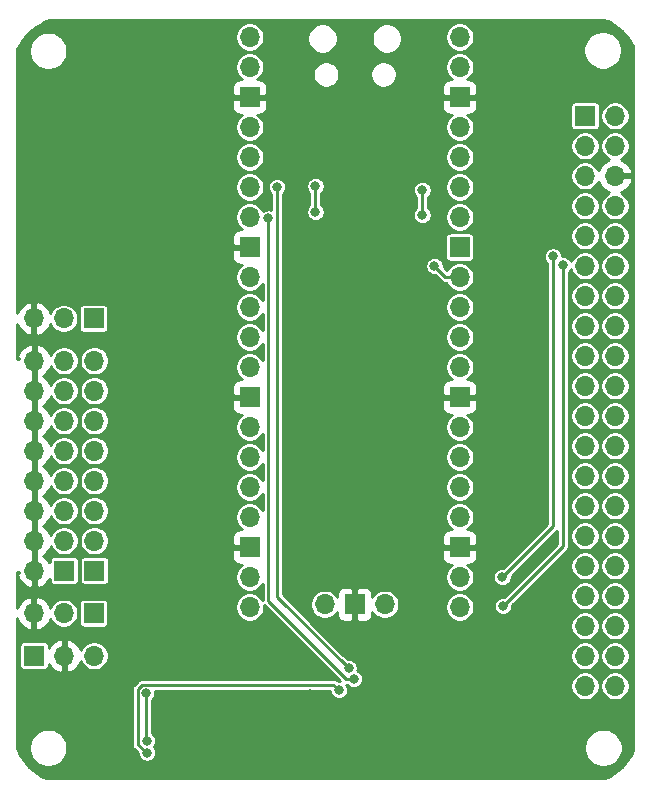
<source format=gbr>
%TF.GenerationSoftware,KiCad,Pcbnew,(5.1.10-1-10_14)*%
%TF.CreationDate,2021-10-09T22:57:50-04:00*%
%TF.ProjectId,Hermes_Pico,4865726d-6573-45f5-9069-636f2e6b6963,rev?*%
%TF.SameCoordinates,Original*%
%TF.FileFunction,Copper,L2,Bot*%
%TF.FilePolarity,Positive*%
%FSLAX46Y46*%
G04 Gerber Fmt 4.6, Leading zero omitted, Abs format (unit mm)*
G04 Created by KiCad (PCBNEW (5.1.10-1-10_14)) date 2021-10-09 22:57:50*
%MOMM*%
%LPD*%
G01*
G04 APERTURE LIST*
%TA.AperFunction,ComponentPad*%
%ADD10O,1.700000X1.700000*%
%TD*%
%TA.AperFunction,ComponentPad*%
%ADD11R,1.700000X1.700000*%
%TD*%
%TA.AperFunction,ViaPad*%
%ADD12C,0.800000*%
%TD*%
%TA.AperFunction,Conductor*%
%ADD13C,0.250000*%
%TD*%
%TA.AperFunction,Conductor*%
%ADD14C,0.254000*%
%TD*%
%TA.AperFunction,Conductor*%
%ADD15C,0.100000*%
%TD*%
G04 APERTURE END LIST*
D10*
%TO.P,J7,3*%
%TO.N,FC_SWDIO*%
X223430000Y-110700000D03*
%TO.P,J7,2*%
%TO.N,GND*%
X220890000Y-110700000D03*
D11*
%TO.P,J7,1*%
%TO.N,FC_SWCLK*%
X218350000Y-110700000D03*
%TD*%
D10*
%TO.P,J6,3*%
%TO.N,GND*%
X218320000Y-107100000D03*
%TO.P,J6,2*%
%TO.N,FC_RESET*%
X220860000Y-107100000D03*
D11*
%TO.P,J6,1*%
%TO.N,+3V3*%
X223400000Y-107100000D03*
%TD*%
D10*
%TO.P,J5,3*%
%TO.N,GND*%
X218320000Y-82150000D03*
%TO.P,J5,2*%
%TO.N,+5V*%
X220860000Y-82150000D03*
D11*
%TO.P,J5,1*%
%TO.N,FC_UART1_RX*%
X223400000Y-82150000D03*
%TD*%
D10*
%TO.P,J3,16*%
%TO.N,GND*%
X218360000Y-85720000D03*
%TO.P,J3,15*%
%TO.N,+5V*%
X220900000Y-85720000D03*
%TO.P,J3,14*%
%TO.N,GND*%
X218360000Y-88260000D03*
%TO.P,J3,13*%
%TO.N,+5V*%
X220900000Y-88260000D03*
%TO.P,J3,12*%
%TO.N,GND*%
X218360000Y-90800000D03*
%TO.P,J3,11*%
%TO.N,+5V*%
X220900000Y-90800000D03*
%TO.P,J3,10*%
%TO.N,GND*%
X218360000Y-93340000D03*
%TO.P,J3,9*%
%TO.N,+5V*%
X220900000Y-93340000D03*
%TO.P,J3,8*%
%TO.N,GND*%
X218360000Y-95880000D03*
%TO.P,J3,7*%
%TO.N,+5V*%
X220900000Y-95880000D03*
%TO.P,J3,6*%
%TO.N,GND*%
X218360000Y-98420000D03*
%TO.P,J3,5*%
%TO.N,+5V*%
X220900000Y-98420000D03*
%TO.P,J3,4*%
%TO.N,GND*%
X218360000Y-100960000D03*
%TO.P,J3,3*%
%TO.N,+5V*%
X220900000Y-100960000D03*
%TO.P,J3,2*%
%TO.N,GND*%
X218360000Y-103500000D03*
D11*
%TO.P,J3,1*%
%TO.N,+5V*%
X220900000Y-103500000D03*
%TD*%
D10*
%TO.P,J2,40*%
%TO.N,Net-(J2-Pad40)*%
X267540000Y-113260000D03*
%TO.P,J2,39*%
%TO.N,Net-(J2-Pad39)*%
X265000000Y-113260000D03*
%TO.P,J2,38*%
%TO.N,Net-(J2-Pad38)*%
X267540000Y-110720000D03*
%TO.P,J2,37*%
%TO.N,Net-(J2-Pad37)*%
X265000000Y-110720000D03*
%TO.P,J2,36*%
%TO.N,Net-(J2-Pad36)*%
X267540000Y-108180000D03*
%TO.P,J2,35*%
%TO.N,Net-(J2-Pad35)*%
X265000000Y-108180000D03*
%TO.P,J2,34*%
%TO.N,Net-(J2-Pad34)*%
X267540000Y-105640000D03*
%TO.P,J2,33*%
%TO.N,Net-(J2-Pad33)*%
X265000000Y-105640000D03*
%TO.P,J2,32*%
%TO.N,Net-(J2-Pad32)*%
X267540000Y-103100000D03*
%TO.P,J2,31*%
%TO.N,Net-(J2-Pad31)*%
X265000000Y-103100000D03*
%TO.P,J2,30*%
%TO.N,Net-(J2-Pad30)*%
X267540000Y-100560000D03*
%TO.P,J2,29*%
%TO.N,Net-(J2-Pad29)*%
X265000000Y-100560000D03*
%TO.P,J2,28*%
%TO.N,Net-(J2-Pad28)*%
X267540000Y-98020000D03*
%TO.P,J2,27*%
%TO.N,Net-(J2-Pad27)*%
X265000000Y-98020000D03*
%TO.P,J2,26*%
%TO.N,Net-(J2-Pad26)*%
X267540000Y-95480000D03*
%TO.P,J2,25*%
%TO.N,Net-(J2-Pad25)*%
X265000000Y-95480000D03*
%TO.P,J2,24*%
%TO.N,Net-(J2-Pad24)*%
X267540000Y-92940000D03*
%TO.P,J2,23*%
%TO.N,Net-(J2-Pad23)*%
X265000000Y-92940000D03*
%TO.P,J2,22*%
%TO.N,Net-(J2-Pad22)*%
X267540000Y-90400000D03*
%TO.P,J2,21*%
%TO.N,Net-(J2-Pad21)*%
X265000000Y-90400000D03*
%TO.P,J2,20*%
%TO.N,Net-(J2-Pad20)*%
X267540000Y-87860000D03*
%TO.P,J2,19*%
%TO.N,Net-(J2-Pad19)*%
X265000000Y-87860000D03*
%TO.P,J2,18*%
%TO.N,Net-(J2-Pad18)*%
X267540000Y-85320000D03*
%TO.P,J2,17*%
%TO.N,Net-(J2-Pad17)*%
X265000000Y-85320000D03*
%TO.P,J2,16*%
%TO.N,Net-(J2-Pad16)*%
X267540000Y-82780000D03*
%TO.P,J2,15*%
%TO.N,Net-(J2-Pad15)*%
X265000000Y-82780000D03*
%TO.P,J2,14*%
%TO.N,Net-(J2-Pad14)*%
X267540000Y-80240000D03*
%TO.P,J2,13*%
%TO.N,Net-(J2-Pad13)*%
X265000000Y-80240000D03*
%TO.P,J2,12*%
%TO.N,Net-(J2-Pad12)*%
X267540000Y-77700000D03*
%TO.P,J2,11*%
%TO.N,Net-(J2-Pad11)*%
X265000000Y-77700000D03*
%TO.P,J2,10*%
%TO.N,FC_UART0_TX*%
X267540000Y-75160000D03*
%TO.P,J2,9*%
%TO.N,Net-(J2-Pad9)*%
X265000000Y-75160000D03*
%TO.P,J2,8*%
%TO.N,FC_UART0_RX*%
X267540000Y-72620000D03*
%TO.P,J2,7*%
%TO.N,Net-(J2-Pad7)*%
X265000000Y-72620000D03*
%TO.P,J2,6*%
%TO.N,GND*%
X267540000Y-70080000D03*
%TO.P,J2,5*%
%TO.N,FC_I2C1_SCL*%
X265000000Y-70080000D03*
%TO.P,J2,4*%
%TO.N,+5V*%
X267540000Y-67540000D03*
%TO.P,J2,3*%
%TO.N,FC_I2C1_SDA*%
X265000000Y-67540000D03*
%TO.P,J2,2*%
%TO.N,+5V*%
X267540000Y-65000000D03*
D11*
%TO.P,J2,1*%
%TO.N,+3V3*%
X265000000Y-65000000D03*
%TD*%
D10*
%TO.P,J1,8*%
%TO.N,FC_RADIO*%
X223450000Y-85720000D03*
%TO.P,J1,7*%
%TO.N,FC_PWM7*%
X223450000Y-88260000D03*
%TO.P,J1,6*%
%TO.N,FC_PWM6*%
X223450000Y-90800000D03*
%TO.P,J1,5*%
%TO.N,FC_PWM5*%
X223450000Y-93340000D03*
%TO.P,J1,4*%
%TO.N,FC_PWM4*%
X223450000Y-95880000D03*
%TO.P,J1,3*%
%TO.N,FC_PWM3*%
X223450000Y-98420000D03*
%TO.P,J1,2*%
%TO.N,FC_PWM2*%
X223450000Y-100960000D03*
D11*
%TO.P,J1,1*%
%TO.N,FC_PWM1*%
X223450000Y-103500000D03*
%TD*%
D10*
%TO.P,U1,43*%
%TO.N,FC_SWDIO*%
X248040000Y-106350000D03*
D11*
%TO.P,U1,42*%
%TO.N,GND*%
X245500000Y-106350000D03*
D10*
%TO.P,U1,41*%
%TO.N,FC_SWCLK*%
X242960000Y-106350000D03*
%TO.P,U1,40*%
%TO.N,+5V*%
X254390000Y-58320000D03*
%TO.P,U1,39*%
%TO.N,Net-(U1-Pad39)*%
X254390000Y-60860000D03*
D11*
%TO.P,U1,38*%
%TO.N,GND*%
X254390000Y-63400000D03*
D10*
%TO.P,U1,37*%
%TO.N,Net-(U1-Pad37)*%
X254390000Y-65940000D03*
%TO.P,U1,36*%
%TO.N,+3V3*%
X254390000Y-68480000D03*
%TO.P,U1,35*%
%TO.N,Net-(U1-Pad35)*%
X254390000Y-71020000D03*
%TO.P,U1,34*%
%TO.N,Net-(U1-Pad34)*%
X254390000Y-73560000D03*
D11*
%TO.P,U1,33*%
%TO.N,Net-(U1-Pad33)*%
X254390000Y-76100000D03*
D10*
%TO.P,U1,32*%
%TO.N,FC_I2C1_SCL*%
X254390000Y-78640000D03*
%TO.P,U1,31*%
%TO.N,FC_I2C1_SDA*%
X254390000Y-81180000D03*
%TO.P,U1,30*%
%TO.N,FC_RESET*%
X254390000Y-83720000D03*
%TO.P,U1,29*%
%TO.N,Net-(U1-Pad29)*%
X254390000Y-86260000D03*
D11*
%TO.P,U1,28*%
%TO.N,GND*%
X254390000Y-88800000D03*
D10*
%TO.P,U1,27*%
%TO.N,Net-(U1-Pad27)*%
X254390000Y-91340000D03*
%TO.P,U1,26*%
%TO.N,Net-(U1-Pad26)*%
X254390000Y-93880000D03*
%TO.P,U1,25*%
%TO.N,Net-(U1-Pad25)*%
X254390000Y-96420000D03*
%TO.P,U1,24*%
%TO.N,Net-(U1-Pad24)*%
X254390000Y-98960000D03*
D11*
%TO.P,U1,23*%
%TO.N,GND*%
X254390000Y-101500000D03*
D10*
%TO.P,U1,22*%
%TO.N,FC_UART0_RX*%
X254390000Y-104040000D03*
%TO.P,U1,21*%
%TO.N,FC_UART0_TX*%
X254390000Y-106580000D03*
%TO.P,U1,20*%
%TO.N,FC_PWM1*%
X236610000Y-106580000D03*
%TO.P,U1,19*%
%TO.N,FC_PWM2*%
X236610000Y-104040000D03*
D11*
%TO.P,U1,18*%
%TO.N,GND*%
X236610000Y-101500000D03*
D10*
%TO.P,U1,17*%
%TO.N,FC_PWM3*%
X236610000Y-98960000D03*
%TO.P,U1,16*%
%TO.N,FC_PWM4*%
X236610000Y-96420000D03*
%TO.P,U1,15*%
%TO.N,FC_PWM5*%
X236610000Y-93880000D03*
%TO.P,U1,14*%
%TO.N,FC_PWM6*%
X236610000Y-91340000D03*
D11*
%TO.P,U1,13*%
%TO.N,GND*%
X236610000Y-88800000D03*
D10*
%TO.P,U1,12*%
%TO.N,FC_UART1_RX*%
X236610000Y-86260000D03*
%TO.P,U1,11*%
%TO.N,FC_UART1_TX*%
X236610000Y-83720000D03*
%TO.P,U1,10*%
%TO.N,FC_PWM7*%
X236610000Y-81180000D03*
%TO.P,U1,9*%
%TO.N,FC_RADIO*%
X236610000Y-78640000D03*
D11*
%TO.P,U1,8*%
%TO.N,GND*%
X236610000Y-76100000D03*
D10*
%TO.P,U1,7*%
%TO.N,FC_I2C0_SCL*%
X236610000Y-73560000D03*
%TO.P,U1,6*%
%TO.N,FC_I2C0_SDA*%
X236610000Y-71020000D03*
%TO.P,U1,5*%
%TO.N,FC_SPI0_MOSI*%
X236610000Y-68480000D03*
%TO.P,U1,4*%
%TO.N,FC_SPI0_SCK*%
X236610000Y-65940000D03*
D11*
%TO.P,U1,3*%
%TO.N,GND*%
X236610000Y-63400000D03*
D10*
%TO.P,U1,2*%
%TO.N,FC_SPI0_CS*%
X236610000Y-60860000D03*
%TO.P,U1,1*%
%TO.N,FC_SPI0_MISO*%
X236610000Y-58320000D03*
%TD*%
D12*
%TO.N,FC_UART0_TX*%
X258050000Y-106500000D03*
X263100000Y-77600000D03*
%TO.N,FC_UART0_RX*%
X258000000Y-104050000D03*
X262300000Y-76900000D03*
%TO.N,GND*%
X220450000Y-65350000D03*
X220400000Y-79050000D03*
X225000000Y-79050000D03*
X225050000Y-65300000D03*
X222900000Y-69900000D03*
X237275000Y-114525000D03*
X237300000Y-119225000D03*
X243625000Y-119825000D03*
X241700000Y-113925000D03*
X233450000Y-117125000D03*
X235325000Y-115400000D03*
X234500000Y-119875000D03*
%TO.N,FC_I2C1_SCL*%
X252250000Y-77725000D03*
%TO.N,+3V3*%
X251225000Y-73375000D03*
X251225000Y-71250000D03*
X242175000Y-73150000D03*
X242175000Y-70925000D03*
%TO.N,FC_I2C0_SCL*%
X238200000Y-73675000D03*
X245411274Y-112649815D03*
X244175000Y-113625000D03*
X227900000Y-118900003D03*
%TO.N,FC_I2C0_SDA*%
X238925000Y-71000000D03*
X244975000Y-111750000D03*
X227850000Y-113875000D03*
X227900000Y-117900000D03*
%TD*%
D13*
%TO.N,FC_UART0_TX*%
X263100000Y-101450000D02*
X263100000Y-77600000D01*
X258050000Y-106500000D02*
X263100000Y-101450000D01*
%TO.N,FC_UART0_RX*%
X262300000Y-99750000D02*
X262300000Y-76900000D01*
X258000000Y-104050000D02*
X262300000Y-99750000D01*
%TO.N,FC_I2C1_SCL*%
X253165000Y-78640000D02*
X254390000Y-78640000D01*
X252250000Y-77725000D02*
X253165000Y-78640000D01*
%TO.N,+3V3*%
X251225000Y-73375000D02*
X251225000Y-71250000D01*
X242175000Y-73150000D02*
X242175000Y-70925000D01*
%TO.N,FC_I2C0_SCL*%
X244801813Y-112649815D02*
X245411274Y-112649815D01*
X238200000Y-106048002D02*
X244801813Y-112649815D01*
X238200000Y-73675000D02*
X238200000Y-106048002D01*
X227827001Y-118900003D02*
X227900000Y-118900003D01*
X227124999Y-118198001D02*
X227827001Y-118900003D01*
X227124999Y-113526999D02*
X227124999Y-118198001D01*
X227501999Y-113149999D02*
X227124999Y-113526999D01*
X243699999Y-113149999D02*
X227501999Y-113149999D01*
X244175000Y-113625000D02*
X243699999Y-113149999D01*
%TO.N,FC_I2C0_SDA*%
X238925000Y-105700000D02*
X244975000Y-111750000D01*
X238925000Y-71000000D02*
X238925000Y-105700000D01*
X227850000Y-117850000D02*
X227900000Y-117900000D01*
X227850000Y-113875000D02*
X227850000Y-117850000D01*
%TD*%
D14*
%TO.N,GND*%
X266934930Y-56950592D02*
X267120490Y-57046478D01*
X267480884Y-57274701D01*
X267819939Y-57533571D01*
X268135047Y-57821092D01*
X268423811Y-58135082D01*
X268683994Y-58473104D01*
X268913632Y-58832611D01*
X269051527Y-59096923D01*
X269094000Y-59501029D01*
X269094001Y-118480136D01*
X269071989Y-118704631D01*
X269069011Y-118711809D01*
X268872614Y-119088594D01*
X268644143Y-119446835D01*
X268385336Y-119783808D01*
X268098150Y-120096963D01*
X267784787Y-120383899D01*
X267447602Y-120642459D01*
X267089179Y-120870661D01*
X266712249Y-121066767D01*
X266696656Y-121073223D01*
X266498971Y-121094000D01*
X219519854Y-121094000D01*
X219362257Y-121078547D01*
X219334849Y-121067207D01*
X218958048Y-120871282D01*
X218599744Y-120643296D01*
X218262653Y-120384979D01*
X217949337Y-120098295D01*
X217662162Y-119785408D01*
X217403325Y-119448710D01*
X217174790Y-119090756D01*
X216978290Y-118714264D01*
X216911816Y-118554302D01*
X216906000Y-118498971D01*
X216906000Y-118339360D01*
X217919000Y-118339360D01*
X217919000Y-118660640D01*
X217981678Y-118975745D01*
X218104626Y-119272568D01*
X218283119Y-119539702D01*
X218510298Y-119766881D01*
X218777432Y-119945374D01*
X219074255Y-120068322D01*
X219389360Y-120131000D01*
X219710640Y-120131000D01*
X220025745Y-120068322D01*
X220322568Y-119945374D01*
X220589702Y-119766881D01*
X220816881Y-119539702D01*
X220995374Y-119272568D01*
X221118322Y-118975745D01*
X221181000Y-118660640D01*
X221181000Y-118339360D01*
X221118322Y-118024255D01*
X220995374Y-117727432D01*
X220816881Y-117460298D01*
X220589702Y-117233119D01*
X220322568Y-117054626D01*
X220025745Y-116931678D01*
X219710640Y-116869000D01*
X219389360Y-116869000D01*
X219074255Y-116931678D01*
X218777432Y-117054626D01*
X218510298Y-117233119D01*
X218283119Y-117460298D01*
X218104626Y-117727432D01*
X217981678Y-118024255D01*
X217919000Y-118339360D01*
X216906000Y-118339360D01*
X216906000Y-113526999D01*
X226616552Y-113526999D01*
X226618999Y-113551845D01*
X226619000Y-118173145D01*
X226616552Y-118198001D01*
X226626321Y-118297193D01*
X226655254Y-118392575D01*
X226675397Y-118430258D01*
X226702241Y-118480480D01*
X226765473Y-118557528D01*
X226784779Y-118573372D01*
X227119000Y-118907594D01*
X227119000Y-118976925D01*
X227149013Y-119127812D01*
X227207887Y-119269945D01*
X227293358Y-119397862D01*
X227402141Y-119506645D01*
X227530058Y-119592116D01*
X227672191Y-119650990D01*
X227823078Y-119681003D01*
X227976922Y-119681003D01*
X228127809Y-119650990D01*
X228269942Y-119592116D01*
X228397859Y-119506645D01*
X228506642Y-119397862D01*
X228592113Y-119269945D01*
X228650987Y-119127812D01*
X228681000Y-118976925D01*
X228681000Y-118823081D01*
X228650987Y-118672194D01*
X228592113Y-118530061D01*
X228506642Y-118402144D01*
X228504500Y-118400002D01*
X228506642Y-118397859D01*
X228545729Y-118339360D01*
X264919000Y-118339360D01*
X264919000Y-118660640D01*
X264981678Y-118975745D01*
X265104626Y-119272568D01*
X265283119Y-119539702D01*
X265510298Y-119766881D01*
X265777432Y-119945374D01*
X266074255Y-120068322D01*
X266389360Y-120131000D01*
X266710640Y-120131000D01*
X267025745Y-120068322D01*
X267322568Y-119945374D01*
X267589702Y-119766881D01*
X267816881Y-119539702D01*
X267995374Y-119272568D01*
X268118322Y-118975745D01*
X268181000Y-118660640D01*
X268181000Y-118339360D01*
X268118322Y-118024255D01*
X267995374Y-117727432D01*
X267816881Y-117460298D01*
X267589702Y-117233119D01*
X267322568Y-117054626D01*
X267025745Y-116931678D01*
X266710640Y-116869000D01*
X266389360Y-116869000D01*
X266074255Y-116931678D01*
X265777432Y-117054626D01*
X265510298Y-117233119D01*
X265283119Y-117460298D01*
X265104626Y-117727432D01*
X264981678Y-118024255D01*
X264919000Y-118339360D01*
X228545729Y-118339360D01*
X228592113Y-118269942D01*
X228650987Y-118127809D01*
X228681000Y-117976922D01*
X228681000Y-117823078D01*
X228650987Y-117672191D01*
X228592113Y-117530058D01*
X228506642Y-117402141D01*
X228397859Y-117293358D01*
X228356000Y-117265389D01*
X228356000Y-114473501D01*
X228456642Y-114372859D01*
X228542113Y-114244942D01*
X228600987Y-114102809D01*
X228631000Y-113951922D01*
X228631000Y-113798078D01*
X228602739Y-113655999D01*
X243394000Y-113655999D01*
X243394000Y-113701922D01*
X243424013Y-113852809D01*
X243482887Y-113994942D01*
X243568358Y-114122859D01*
X243677141Y-114231642D01*
X243805058Y-114317113D01*
X243947191Y-114375987D01*
X244098078Y-114406000D01*
X244251922Y-114406000D01*
X244402809Y-114375987D01*
X244544942Y-114317113D01*
X244672859Y-114231642D01*
X244781642Y-114122859D01*
X244867113Y-113994942D01*
X244925987Y-113852809D01*
X244956000Y-113701922D01*
X244956000Y-113548078D01*
X244925987Y-113397191D01*
X244867113Y-113255058D01*
X244802398Y-113158204D01*
X244814018Y-113157060D01*
X244913415Y-113256457D01*
X245041332Y-113341928D01*
X245183465Y-113400802D01*
X245334352Y-113430815D01*
X245488196Y-113430815D01*
X245639083Y-113400802D01*
X245781216Y-113341928D01*
X245909133Y-113256457D01*
X246017916Y-113147674D01*
X246023874Y-113138757D01*
X263769000Y-113138757D01*
X263769000Y-113381243D01*
X263816307Y-113619069D01*
X263909102Y-113843097D01*
X264043820Y-114044717D01*
X264215283Y-114216180D01*
X264416903Y-114350898D01*
X264640931Y-114443693D01*
X264878757Y-114491000D01*
X265121243Y-114491000D01*
X265359069Y-114443693D01*
X265583097Y-114350898D01*
X265784717Y-114216180D01*
X265956180Y-114044717D01*
X266090898Y-113843097D01*
X266183693Y-113619069D01*
X266231000Y-113381243D01*
X266231000Y-113138757D01*
X266309000Y-113138757D01*
X266309000Y-113381243D01*
X266356307Y-113619069D01*
X266449102Y-113843097D01*
X266583820Y-114044717D01*
X266755283Y-114216180D01*
X266956903Y-114350898D01*
X267180931Y-114443693D01*
X267418757Y-114491000D01*
X267661243Y-114491000D01*
X267899069Y-114443693D01*
X268123097Y-114350898D01*
X268324717Y-114216180D01*
X268496180Y-114044717D01*
X268630898Y-113843097D01*
X268723693Y-113619069D01*
X268771000Y-113381243D01*
X268771000Y-113138757D01*
X268723693Y-112900931D01*
X268630898Y-112676903D01*
X268496180Y-112475283D01*
X268324717Y-112303820D01*
X268123097Y-112169102D01*
X267899069Y-112076307D01*
X267661243Y-112029000D01*
X267418757Y-112029000D01*
X267180931Y-112076307D01*
X266956903Y-112169102D01*
X266755283Y-112303820D01*
X266583820Y-112475283D01*
X266449102Y-112676903D01*
X266356307Y-112900931D01*
X266309000Y-113138757D01*
X266231000Y-113138757D01*
X266183693Y-112900931D01*
X266090898Y-112676903D01*
X265956180Y-112475283D01*
X265784717Y-112303820D01*
X265583097Y-112169102D01*
X265359069Y-112076307D01*
X265121243Y-112029000D01*
X264878757Y-112029000D01*
X264640931Y-112076307D01*
X264416903Y-112169102D01*
X264215283Y-112303820D01*
X264043820Y-112475283D01*
X263909102Y-112676903D01*
X263816307Y-112900931D01*
X263769000Y-113138757D01*
X246023874Y-113138757D01*
X246103387Y-113019757D01*
X246162261Y-112877624D01*
X246192274Y-112726737D01*
X246192274Y-112572893D01*
X246162261Y-112422006D01*
X246103387Y-112279873D01*
X246017916Y-112151956D01*
X245909133Y-112043173D01*
X245781216Y-111957702D01*
X245733886Y-111938097D01*
X245756000Y-111826922D01*
X245756000Y-111673078D01*
X245725987Y-111522191D01*
X245667113Y-111380058D01*
X245581642Y-111252141D01*
X245472859Y-111143358D01*
X245344942Y-111057887D01*
X245202809Y-110999013D01*
X245051922Y-110969000D01*
X244909592Y-110969000D01*
X244539349Y-110598757D01*
X263769000Y-110598757D01*
X263769000Y-110841243D01*
X263816307Y-111079069D01*
X263909102Y-111303097D01*
X264043820Y-111504717D01*
X264215283Y-111676180D01*
X264416903Y-111810898D01*
X264640931Y-111903693D01*
X264878757Y-111951000D01*
X265121243Y-111951000D01*
X265359069Y-111903693D01*
X265583097Y-111810898D01*
X265784717Y-111676180D01*
X265956180Y-111504717D01*
X266090898Y-111303097D01*
X266183693Y-111079069D01*
X266231000Y-110841243D01*
X266231000Y-110598757D01*
X266309000Y-110598757D01*
X266309000Y-110841243D01*
X266356307Y-111079069D01*
X266449102Y-111303097D01*
X266583820Y-111504717D01*
X266755283Y-111676180D01*
X266956903Y-111810898D01*
X267180931Y-111903693D01*
X267418757Y-111951000D01*
X267661243Y-111951000D01*
X267899069Y-111903693D01*
X268123097Y-111810898D01*
X268324717Y-111676180D01*
X268496180Y-111504717D01*
X268630898Y-111303097D01*
X268723693Y-111079069D01*
X268771000Y-110841243D01*
X268771000Y-110598757D01*
X268723693Y-110360931D01*
X268630898Y-110136903D01*
X268496180Y-109935283D01*
X268324717Y-109763820D01*
X268123097Y-109629102D01*
X267899069Y-109536307D01*
X267661243Y-109489000D01*
X267418757Y-109489000D01*
X267180931Y-109536307D01*
X266956903Y-109629102D01*
X266755283Y-109763820D01*
X266583820Y-109935283D01*
X266449102Y-110136903D01*
X266356307Y-110360931D01*
X266309000Y-110598757D01*
X266231000Y-110598757D01*
X266183693Y-110360931D01*
X266090898Y-110136903D01*
X265956180Y-109935283D01*
X265784717Y-109763820D01*
X265583097Y-109629102D01*
X265359069Y-109536307D01*
X265121243Y-109489000D01*
X264878757Y-109489000D01*
X264640931Y-109536307D01*
X264416903Y-109629102D01*
X264215283Y-109763820D01*
X264043820Y-109935283D01*
X263909102Y-110136903D01*
X263816307Y-110360931D01*
X263769000Y-110598757D01*
X244539349Y-110598757D01*
X241999349Y-108058757D01*
X263769000Y-108058757D01*
X263769000Y-108301243D01*
X263816307Y-108539069D01*
X263909102Y-108763097D01*
X264043820Y-108964717D01*
X264215283Y-109136180D01*
X264416903Y-109270898D01*
X264640931Y-109363693D01*
X264878757Y-109411000D01*
X265121243Y-109411000D01*
X265359069Y-109363693D01*
X265583097Y-109270898D01*
X265784717Y-109136180D01*
X265956180Y-108964717D01*
X266090898Y-108763097D01*
X266183693Y-108539069D01*
X266231000Y-108301243D01*
X266231000Y-108058757D01*
X266309000Y-108058757D01*
X266309000Y-108301243D01*
X266356307Y-108539069D01*
X266449102Y-108763097D01*
X266583820Y-108964717D01*
X266755283Y-109136180D01*
X266956903Y-109270898D01*
X267180931Y-109363693D01*
X267418757Y-109411000D01*
X267661243Y-109411000D01*
X267899069Y-109363693D01*
X268123097Y-109270898D01*
X268324717Y-109136180D01*
X268496180Y-108964717D01*
X268630898Y-108763097D01*
X268723693Y-108539069D01*
X268771000Y-108301243D01*
X268771000Y-108058757D01*
X268723693Y-107820931D01*
X268630898Y-107596903D01*
X268496180Y-107395283D01*
X268324717Y-107223820D01*
X268123097Y-107089102D01*
X267899069Y-106996307D01*
X267661243Y-106949000D01*
X267418757Y-106949000D01*
X267180931Y-106996307D01*
X266956903Y-107089102D01*
X266755283Y-107223820D01*
X266583820Y-107395283D01*
X266449102Y-107596903D01*
X266356307Y-107820931D01*
X266309000Y-108058757D01*
X266231000Y-108058757D01*
X266183693Y-107820931D01*
X266090898Y-107596903D01*
X265956180Y-107395283D01*
X265784717Y-107223820D01*
X265583097Y-107089102D01*
X265359069Y-106996307D01*
X265121243Y-106949000D01*
X264878757Y-106949000D01*
X264640931Y-106996307D01*
X264416903Y-107089102D01*
X264215283Y-107223820D01*
X264043820Y-107395283D01*
X263909102Y-107596903D01*
X263816307Y-107820931D01*
X263769000Y-108058757D01*
X241999349Y-108058757D01*
X240169349Y-106228757D01*
X241729000Y-106228757D01*
X241729000Y-106471243D01*
X241776307Y-106709069D01*
X241869102Y-106933097D01*
X242003820Y-107134717D01*
X242175283Y-107306180D01*
X242376903Y-107440898D01*
X242600931Y-107533693D01*
X242838757Y-107581000D01*
X243081243Y-107581000D01*
X243319069Y-107533693D01*
X243543097Y-107440898D01*
X243744717Y-107306180D01*
X243916180Y-107134717D01*
X244013073Y-106989706D01*
X244011928Y-107200000D01*
X244024188Y-107324482D01*
X244060498Y-107444180D01*
X244119463Y-107554494D01*
X244198815Y-107651185D01*
X244295506Y-107730537D01*
X244405820Y-107789502D01*
X244525518Y-107825812D01*
X244650000Y-107838072D01*
X245214250Y-107835000D01*
X245373000Y-107676250D01*
X245373000Y-106477000D01*
X245353000Y-106477000D01*
X245353000Y-106223000D01*
X245373000Y-106223000D01*
X245373000Y-105023750D01*
X245627000Y-105023750D01*
X245627000Y-106223000D01*
X245647000Y-106223000D01*
X245647000Y-106477000D01*
X245627000Y-106477000D01*
X245627000Y-107676250D01*
X245785750Y-107835000D01*
X246350000Y-107838072D01*
X246474482Y-107825812D01*
X246594180Y-107789502D01*
X246704494Y-107730537D01*
X246801185Y-107651185D01*
X246880537Y-107554494D01*
X246939502Y-107444180D01*
X246975812Y-107324482D01*
X246988072Y-107200000D01*
X246986927Y-106989706D01*
X247083820Y-107134717D01*
X247255283Y-107306180D01*
X247456903Y-107440898D01*
X247680931Y-107533693D01*
X247918757Y-107581000D01*
X248161243Y-107581000D01*
X248399069Y-107533693D01*
X248623097Y-107440898D01*
X248824717Y-107306180D01*
X248996180Y-107134717D01*
X249130898Y-106933097D01*
X249223693Y-106709069D01*
X249271000Y-106471243D01*
X249271000Y-106458757D01*
X253159000Y-106458757D01*
X253159000Y-106701243D01*
X253206307Y-106939069D01*
X253299102Y-107163097D01*
X253433820Y-107364717D01*
X253605283Y-107536180D01*
X253806903Y-107670898D01*
X254030931Y-107763693D01*
X254268757Y-107811000D01*
X254511243Y-107811000D01*
X254749069Y-107763693D01*
X254973097Y-107670898D01*
X255174717Y-107536180D01*
X255346180Y-107364717D01*
X255480898Y-107163097D01*
X255573693Y-106939069D01*
X255621000Y-106701243D01*
X255621000Y-106458757D01*
X255573693Y-106220931D01*
X255480898Y-105996903D01*
X255346180Y-105795283D01*
X255174717Y-105623820D01*
X254973097Y-105489102D01*
X254749069Y-105396307D01*
X254511243Y-105349000D01*
X254268757Y-105349000D01*
X254030931Y-105396307D01*
X253806903Y-105489102D01*
X253605283Y-105623820D01*
X253433820Y-105795283D01*
X253299102Y-105996903D01*
X253206307Y-106220931D01*
X253159000Y-106458757D01*
X249271000Y-106458757D01*
X249271000Y-106228757D01*
X249223693Y-105990931D01*
X249130898Y-105766903D01*
X248996180Y-105565283D01*
X248824717Y-105393820D01*
X248623097Y-105259102D01*
X248399069Y-105166307D01*
X248161243Y-105119000D01*
X247918757Y-105119000D01*
X247680931Y-105166307D01*
X247456903Y-105259102D01*
X247255283Y-105393820D01*
X247083820Y-105565283D01*
X246986927Y-105710294D01*
X246988072Y-105500000D01*
X246975812Y-105375518D01*
X246939502Y-105255820D01*
X246880537Y-105145506D01*
X246801185Y-105048815D01*
X246704494Y-104969463D01*
X246594180Y-104910498D01*
X246474482Y-104874188D01*
X246350000Y-104861928D01*
X245785750Y-104865000D01*
X245627000Y-105023750D01*
X245373000Y-105023750D01*
X245214250Y-104865000D01*
X244650000Y-104861928D01*
X244525518Y-104874188D01*
X244405820Y-104910498D01*
X244295506Y-104969463D01*
X244198815Y-105048815D01*
X244119463Y-105145506D01*
X244060498Y-105255820D01*
X244024188Y-105375518D01*
X244011928Y-105500000D01*
X244013073Y-105710294D01*
X243916180Y-105565283D01*
X243744717Y-105393820D01*
X243543097Y-105259102D01*
X243319069Y-105166307D01*
X243081243Y-105119000D01*
X242838757Y-105119000D01*
X242600931Y-105166307D01*
X242376903Y-105259102D01*
X242175283Y-105393820D01*
X242003820Y-105565283D01*
X241869102Y-105766903D01*
X241776307Y-105990931D01*
X241729000Y-106228757D01*
X240169349Y-106228757D01*
X239431000Y-105490409D01*
X239431000Y-102350000D01*
X252901928Y-102350000D01*
X252914188Y-102474482D01*
X252950498Y-102594180D01*
X253009463Y-102704494D01*
X253088815Y-102801185D01*
X253185506Y-102880537D01*
X253295820Y-102939502D01*
X253415518Y-102975812D01*
X253540000Y-102988072D01*
X253750294Y-102986927D01*
X253605283Y-103083820D01*
X253433820Y-103255283D01*
X253299102Y-103456903D01*
X253206307Y-103680931D01*
X253159000Y-103918757D01*
X253159000Y-104161243D01*
X253206307Y-104399069D01*
X253299102Y-104623097D01*
X253433820Y-104824717D01*
X253605283Y-104996180D01*
X253806903Y-105130898D01*
X254030931Y-105223693D01*
X254268757Y-105271000D01*
X254511243Y-105271000D01*
X254749069Y-105223693D01*
X254973097Y-105130898D01*
X255174717Y-104996180D01*
X255346180Y-104824717D01*
X255480898Y-104623097D01*
X255573693Y-104399069D01*
X255621000Y-104161243D01*
X255621000Y-103973078D01*
X257219000Y-103973078D01*
X257219000Y-104126922D01*
X257249013Y-104277809D01*
X257307887Y-104419942D01*
X257393358Y-104547859D01*
X257502141Y-104656642D01*
X257630058Y-104742113D01*
X257772191Y-104800987D01*
X257923078Y-104831000D01*
X258076922Y-104831000D01*
X258227809Y-104800987D01*
X258369942Y-104742113D01*
X258497859Y-104656642D01*
X258606642Y-104547859D01*
X258692113Y-104419942D01*
X258750987Y-104277809D01*
X258781000Y-104126922D01*
X258781000Y-103984591D01*
X262594000Y-100171592D01*
X262594000Y-101240408D01*
X258115409Y-105719000D01*
X257973078Y-105719000D01*
X257822191Y-105749013D01*
X257680058Y-105807887D01*
X257552141Y-105893358D01*
X257443358Y-106002141D01*
X257357887Y-106130058D01*
X257299013Y-106272191D01*
X257269000Y-106423078D01*
X257269000Y-106576922D01*
X257299013Y-106727809D01*
X257357887Y-106869942D01*
X257443358Y-106997859D01*
X257552141Y-107106642D01*
X257680058Y-107192113D01*
X257822191Y-107250987D01*
X257973078Y-107281000D01*
X258126922Y-107281000D01*
X258277809Y-107250987D01*
X258419942Y-107192113D01*
X258547859Y-107106642D01*
X258656642Y-106997859D01*
X258742113Y-106869942D01*
X258800987Y-106727809D01*
X258831000Y-106576922D01*
X258831000Y-106434591D01*
X259746834Y-105518757D01*
X263769000Y-105518757D01*
X263769000Y-105761243D01*
X263816307Y-105999069D01*
X263909102Y-106223097D01*
X264043820Y-106424717D01*
X264215283Y-106596180D01*
X264416903Y-106730898D01*
X264640931Y-106823693D01*
X264878757Y-106871000D01*
X265121243Y-106871000D01*
X265359069Y-106823693D01*
X265583097Y-106730898D01*
X265784717Y-106596180D01*
X265956180Y-106424717D01*
X266090898Y-106223097D01*
X266183693Y-105999069D01*
X266231000Y-105761243D01*
X266231000Y-105518757D01*
X266309000Y-105518757D01*
X266309000Y-105761243D01*
X266356307Y-105999069D01*
X266449102Y-106223097D01*
X266583820Y-106424717D01*
X266755283Y-106596180D01*
X266956903Y-106730898D01*
X267180931Y-106823693D01*
X267418757Y-106871000D01*
X267661243Y-106871000D01*
X267899069Y-106823693D01*
X268123097Y-106730898D01*
X268324717Y-106596180D01*
X268496180Y-106424717D01*
X268630898Y-106223097D01*
X268723693Y-105999069D01*
X268771000Y-105761243D01*
X268771000Y-105518757D01*
X268723693Y-105280931D01*
X268630898Y-105056903D01*
X268496180Y-104855283D01*
X268324717Y-104683820D01*
X268123097Y-104549102D01*
X267899069Y-104456307D01*
X267661243Y-104409000D01*
X267418757Y-104409000D01*
X267180931Y-104456307D01*
X266956903Y-104549102D01*
X266755283Y-104683820D01*
X266583820Y-104855283D01*
X266449102Y-105056903D01*
X266356307Y-105280931D01*
X266309000Y-105518757D01*
X266231000Y-105518757D01*
X266183693Y-105280931D01*
X266090898Y-105056903D01*
X265956180Y-104855283D01*
X265784717Y-104683820D01*
X265583097Y-104549102D01*
X265359069Y-104456307D01*
X265121243Y-104409000D01*
X264878757Y-104409000D01*
X264640931Y-104456307D01*
X264416903Y-104549102D01*
X264215283Y-104683820D01*
X264043820Y-104855283D01*
X263909102Y-105056903D01*
X263816307Y-105280931D01*
X263769000Y-105518757D01*
X259746834Y-105518757D01*
X262286834Y-102978757D01*
X263769000Y-102978757D01*
X263769000Y-103221243D01*
X263816307Y-103459069D01*
X263909102Y-103683097D01*
X264043820Y-103884717D01*
X264215283Y-104056180D01*
X264416903Y-104190898D01*
X264640931Y-104283693D01*
X264878757Y-104331000D01*
X265121243Y-104331000D01*
X265359069Y-104283693D01*
X265583097Y-104190898D01*
X265784717Y-104056180D01*
X265956180Y-103884717D01*
X266090898Y-103683097D01*
X266183693Y-103459069D01*
X266231000Y-103221243D01*
X266231000Y-102978757D01*
X266309000Y-102978757D01*
X266309000Y-103221243D01*
X266356307Y-103459069D01*
X266449102Y-103683097D01*
X266583820Y-103884717D01*
X266755283Y-104056180D01*
X266956903Y-104190898D01*
X267180931Y-104283693D01*
X267418757Y-104331000D01*
X267661243Y-104331000D01*
X267899069Y-104283693D01*
X268123097Y-104190898D01*
X268324717Y-104056180D01*
X268496180Y-103884717D01*
X268630898Y-103683097D01*
X268723693Y-103459069D01*
X268771000Y-103221243D01*
X268771000Y-102978757D01*
X268723693Y-102740931D01*
X268630898Y-102516903D01*
X268496180Y-102315283D01*
X268324717Y-102143820D01*
X268123097Y-102009102D01*
X267899069Y-101916307D01*
X267661243Y-101869000D01*
X267418757Y-101869000D01*
X267180931Y-101916307D01*
X266956903Y-102009102D01*
X266755283Y-102143820D01*
X266583820Y-102315283D01*
X266449102Y-102516903D01*
X266356307Y-102740931D01*
X266309000Y-102978757D01*
X266231000Y-102978757D01*
X266183693Y-102740931D01*
X266090898Y-102516903D01*
X265956180Y-102315283D01*
X265784717Y-102143820D01*
X265583097Y-102009102D01*
X265359069Y-101916307D01*
X265121243Y-101869000D01*
X264878757Y-101869000D01*
X264640931Y-101916307D01*
X264416903Y-102009102D01*
X264215283Y-102143820D01*
X264043820Y-102315283D01*
X263909102Y-102516903D01*
X263816307Y-102740931D01*
X263769000Y-102978757D01*
X262286834Y-102978757D01*
X263440220Y-101825372D01*
X263459527Y-101809527D01*
X263522759Y-101732479D01*
X263569745Y-101644575D01*
X263598678Y-101549193D01*
X263606000Y-101474854D01*
X263606000Y-101474847D01*
X263608447Y-101450001D01*
X263606000Y-101425155D01*
X263606000Y-100438757D01*
X263769000Y-100438757D01*
X263769000Y-100681243D01*
X263816307Y-100919069D01*
X263909102Y-101143097D01*
X264043820Y-101344717D01*
X264215283Y-101516180D01*
X264416903Y-101650898D01*
X264640931Y-101743693D01*
X264878757Y-101791000D01*
X265121243Y-101791000D01*
X265359069Y-101743693D01*
X265583097Y-101650898D01*
X265784717Y-101516180D01*
X265956180Y-101344717D01*
X266090898Y-101143097D01*
X266183693Y-100919069D01*
X266231000Y-100681243D01*
X266231000Y-100438757D01*
X266309000Y-100438757D01*
X266309000Y-100681243D01*
X266356307Y-100919069D01*
X266449102Y-101143097D01*
X266583820Y-101344717D01*
X266755283Y-101516180D01*
X266956903Y-101650898D01*
X267180931Y-101743693D01*
X267418757Y-101791000D01*
X267661243Y-101791000D01*
X267899069Y-101743693D01*
X268123097Y-101650898D01*
X268324717Y-101516180D01*
X268496180Y-101344717D01*
X268630898Y-101143097D01*
X268723693Y-100919069D01*
X268771000Y-100681243D01*
X268771000Y-100438757D01*
X268723693Y-100200931D01*
X268630898Y-99976903D01*
X268496180Y-99775283D01*
X268324717Y-99603820D01*
X268123097Y-99469102D01*
X267899069Y-99376307D01*
X267661243Y-99329000D01*
X267418757Y-99329000D01*
X267180931Y-99376307D01*
X266956903Y-99469102D01*
X266755283Y-99603820D01*
X266583820Y-99775283D01*
X266449102Y-99976903D01*
X266356307Y-100200931D01*
X266309000Y-100438757D01*
X266231000Y-100438757D01*
X266183693Y-100200931D01*
X266090898Y-99976903D01*
X265956180Y-99775283D01*
X265784717Y-99603820D01*
X265583097Y-99469102D01*
X265359069Y-99376307D01*
X265121243Y-99329000D01*
X264878757Y-99329000D01*
X264640931Y-99376307D01*
X264416903Y-99469102D01*
X264215283Y-99603820D01*
X264043820Y-99775283D01*
X263909102Y-99976903D01*
X263816307Y-100200931D01*
X263769000Y-100438757D01*
X263606000Y-100438757D01*
X263606000Y-97898757D01*
X263769000Y-97898757D01*
X263769000Y-98141243D01*
X263816307Y-98379069D01*
X263909102Y-98603097D01*
X264043820Y-98804717D01*
X264215283Y-98976180D01*
X264416903Y-99110898D01*
X264640931Y-99203693D01*
X264878757Y-99251000D01*
X265121243Y-99251000D01*
X265359069Y-99203693D01*
X265583097Y-99110898D01*
X265784717Y-98976180D01*
X265956180Y-98804717D01*
X266090898Y-98603097D01*
X266183693Y-98379069D01*
X266231000Y-98141243D01*
X266231000Y-97898757D01*
X266309000Y-97898757D01*
X266309000Y-98141243D01*
X266356307Y-98379069D01*
X266449102Y-98603097D01*
X266583820Y-98804717D01*
X266755283Y-98976180D01*
X266956903Y-99110898D01*
X267180931Y-99203693D01*
X267418757Y-99251000D01*
X267661243Y-99251000D01*
X267899069Y-99203693D01*
X268123097Y-99110898D01*
X268324717Y-98976180D01*
X268496180Y-98804717D01*
X268630898Y-98603097D01*
X268723693Y-98379069D01*
X268771000Y-98141243D01*
X268771000Y-97898757D01*
X268723693Y-97660931D01*
X268630898Y-97436903D01*
X268496180Y-97235283D01*
X268324717Y-97063820D01*
X268123097Y-96929102D01*
X267899069Y-96836307D01*
X267661243Y-96789000D01*
X267418757Y-96789000D01*
X267180931Y-96836307D01*
X266956903Y-96929102D01*
X266755283Y-97063820D01*
X266583820Y-97235283D01*
X266449102Y-97436903D01*
X266356307Y-97660931D01*
X266309000Y-97898757D01*
X266231000Y-97898757D01*
X266183693Y-97660931D01*
X266090898Y-97436903D01*
X265956180Y-97235283D01*
X265784717Y-97063820D01*
X265583097Y-96929102D01*
X265359069Y-96836307D01*
X265121243Y-96789000D01*
X264878757Y-96789000D01*
X264640931Y-96836307D01*
X264416903Y-96929102D01*
X264215283Y-97063820D01*
X264043820Y-97235283D01*
X263909102Y-97436903D01*
X263816307Y-97660931D01*
X263769000Y-97898757D01*
X263606000Y-97898757D01*
X263606000Y-95358757D01*
X263769000Y-95358757D01*
X263769000Y-95601243D01*
X263816307Y-95839069D01*
X263909102Y-96063097D01*
X264043820Y-96264717D01*
X264215283Y-96436180D01*
X264416903Y-96570898D01*
X264640931Y-96663693D01*
X264878757Y-96711000D01*
X265121243Y-96711000D01*
X265359069Y-96663693D01*
X265583097Y-96570898D01*
X265784717Y-96436180D01*
X265956180Y-96264717D01*
X266090898Y-96063097D01*
X266183693Y-95839069D01*
X266231000Y-95601243D01*
X266231000Y-95358757D01*
X266309000Y-95358757D01*
X266309000Y-95601243D01*
X266356307Y-95839069D01*
X266449102Y-96063097D01*
X266583820Y-96264717D01*
X266755283Y-96436180D01*
X266956903Y-96570898D01*
X267180931Y-96663693D01*
X267418757Y-96711000D01*
X267661243Y-96711000D01*
X267899069Y-96663693D01*
X268123097Y-96570898D01*
X268324717Y-96436180D01*
X268496180Y-96264717D01*
X268630898Y-96063097D01*
X268723693Y-95839069D01*
X268771000Y-95601243D01*
X268771000Y-95358757D01*
X268723693Y-95120931D01*
X268630898Y-94896903D01*
X268496180Y-94695283D01*
X268324717Y-94523820D01*
X268123097Y-94389102D01*
X267899069Y-94296307D01*
X267661243Y-94249000D01*
X267418757Y-94249000D01*
X267180931Y-94296307D01*
X266956903Y-94389102D01*
X266755283Y-94523820D01*
X266583820Y-94695283D01*
X266449102Y-94896903D01*
X266356307Y-95120931D01*
X266309000Y-95358757D01*
X266231000Y-95358757D01*
X266183693Y-95120931D01*
X266090898Y-94896903D01*
X265956180Y-94695283D01*
X265784717Y-94523820D01*
X265583097Y-94389102D01*
X265359069Y-94296307D01*
X265121243Y-94249000D01*
X264878757Y-94249000D01*
X264640931Y-94296307D01*
X264416903Y-94389102D01*
X264215283Y-94523820D01*
X264043820Y-94695283D01*
X263909102Y-94896903D01*
X263816307Y-95120931D01*
X263769000Y-95358757D01*
X263606000Y-95358757D01*
X263606000Y-92818757D01*
X263769000Y-92818757D01*
X263769000Y-93061243D01*
X263816307Y-93299069D01*
X263909102Y-93523097D01*
X264043820Y-93724717D01*
X264215283Y-93896180D01*
X264416903Y-94030898D01*
X264640931Y-94123693D01*
X264878757Y-94171000D01*
X265121243Y-94171000D01*
X265359069Y-94123693D01*
X265583097Y-94030898D01*
X265784717Y-93896180D01*
X265956180Y-93724717D01*
X266090898Y-93523097D01*
X266183693Y-93299069D01*
X266231000Y-93061243D01*
X266231000Y-92818757D01*
X266309000Y-92818757D01*
X266309000Y-93061243D01*
X266356307Y-93299069D01*
X266449102Y-93523097D01*
X266583820Y-93724717D01*
X266755283Y-93896180D01*
X266956903Y-94030898D01*
X267180931Y-94123693D01*
X267418757Y-94171000D01*
X267661243Y-94171000D01*
X267899069Y-94123693D01*
X268123097Y-94030898D01*
X268324717Y-93896180D01*
X268496180Y-93724717D01*
X268630898Y-93523097D01*
X268723693Y-93299069D01*
X268771000Y-93061243D01*
X268771000Y-92818757D01*
X268723693Y-92580931D01*
X268630898Y-92356903D01*
X268496180Y-92155283D01*
X268324717Y-91983820D01*
X268123097Y-91849102D01*
X267899069Y-91756307D01*
X267661243Y-91709000D01*
X267418757Y-91709000D01*
X267180931Y-91756307D01*
X266956903Y-91849102D01*
X266755283Y-91983820D01*
X266583820Y-92155283D01*
X266449102Y-92356903D01*
X266356307Y-92580931D01*
X266309000Y-92818757D01*
X266231000Y-92818757D01*
X266183693Y-92580931D01*
X266090898Y-92356903D01*
X265956180Y-92155283D01*
X265784717Y-91983820D01*
X265583097Y-91849102D01*
X265359069Y-91756307D01*
X265121243Y-91709000D01*
X264878757Y-91709000D01*
X264640931Y-91756307D01*
X264416903Y-91849102D01*
X264215283Y-91983820D01*
X264043820Y-92155283D01*
X263909102Y-92356903D01*
X263816307Y-92580931D01*
X263769000Y-92818757D01*
X263606000Y-92818757D01*
X263606000Y-90278757D01*
X263769000Y-90278757D01*
X263769000Y-90521243D01*
X263816307Y-90759069D01*
X263909102Y-90983097D01*
X264043820Y-91184717D01*
X264215283Y-91356180D01*
X264416903Y-91490898D01*
X264640931Y-91583693D01*
X264878757Y-91631000D01*
X265121243Y-91631000D01*
X265359069Y-91583693D01*
X265583097Y-91490898D01*
X265784717Y-91356180D01*
X265956180Y-91184717D01*
X266090898Y-90983097D01*
X266183693Y-90759069D01*
X266231000Y-90521243D01*
X266231000Y-90278757D01*
X266309000Y-90278757D01*
X266309000Y-90521243D01*
X266356307Y-90759069D01*
X266449102Y-90983097D01*
X266583820Y-91184717D01*
X266755283Y-91356180D01*
X266956903Y-91490898D01*
X267180931Y-91583693D01*
X267418757Y-91631000D01*
X267661243Y-91631000D01*
X267899069Y-91583693D01*
X268123097Y-91490898D01*
X268324717Y-91356180D01*
X268496180Y-91184717D01*
X268630898Y-90983097D01*
X268723693Y-90759069D01*
X268771000Y-90521243D01*
X268771000Y-90278757D01*
X268723693Y-90040931D01*
X268630898Y-89816903D01*
X268496180Y-89615283D01*
X268324717Y-89443820D01*
X268123097Y-89309102D01*
X267899069Y-89216307D01*
X267661243Y-89169000D01*
X267418757Y-89169000D01*
X267180931Y-89216307D01*
X266956903Y-89309102D01*
X266755283Y-89443820D01*
X266583820Y-89615283D01*
X266449102Y-89816903D01*
X266356307Y-90040931D01*
X266309000Y-90278757D01*
X266231000Y-90278757D01*
X266183693Y-90040931D01*
X266090898Y-89816903D01*
X265956180Y-89615283D01*
X265784717Y-89443820D01*
X265583097Y-89309102D01*
X265359069Y-89216307D01*
X265121243Y-89169000D01*
X264878757Y-89169000D01*
X264640931Y-89216307D01*
X264416903Y-89309102D01*
X264215283Y-89443820D01*
X264043820Y-89615283D01*
X263909102Y-89816903D01*
X263816307Y-90040931D01*
X263769000Y-90278757D01*
X263606000Y-90278757D01*
X263606000Y-87738757D01*
X263769000Y-87738757D01*
X263769000Y-87981243D01*
X263816307Y-88219069D01*
X263909102Y-88443097D01*
X264043820Y-88644717D01*
X264215283Y-88816180D01*
X264416903Y-88950898D01*
X264640931Y-89043693D01*
X264878757Y-89091000D01*
X265121243Y-89091000D01*
X265359069Y-89043693D01*
X265583097Y-88950898D01*
X265784717Y-88816180D01*
X265956180Y-88644717D01*
X266090898Y-88443097D01*
X266183693Y-88219069D01*
X266231000Y-87981243D01*
X266231000Y-87738757D01*
X266309000Y-87738757D01*
X266309000Y-87981243D01*
X266356307Y-88219069D01*
X266449102Y-88443097D01*
X266583820Y-88644717D01*
X266755283Y-88816180D01*
X266956903Y-88950898D01*
X267180931Y-89043693D01*
X267418757Y-89091000D01*
X267661243Y-89091000D01*
X267899069Y-89043693D01*
X268123097Y-88950898D01*
X268324717Y-88816180D01*
X268496180Y-88644717D01*
X268630898Y-88443097D01*
X268723693Y-88219069D01*
X268771000Y-87981243D01*
X268771000Y-87738757D01*
X268723693Y-87500931D01*
X268630898Y-87276903D01*
X268496180Y-87075283D01*
X268324717Y-86903820D01*
X268123097Y-86769102D01*
X267899069Y-86676307D01*
X267661243Y-86629000D01*
X267418757Y-86629000D01*
X267180931Y-86676307D01*
X266956903Y-86769102D01*
X266755283Y-86903820D01*
X266583820Y-87075283D01*
X266449102Y-87276903D01*
X266356307Y-87500931D01*
X266309000Y-87738757D01*
X266231000Y-87738757D01*
X266183693Y-87500931D01*
X266090898Y-87276903D01*
X265956180Y-87075283D01*
X265784717Y-86903820D01*
X265583097Y-86769102D01*
X265359069Y-86676307D01*
X265121243Y-86629000D01*
X264878757Y-86629000D01*
X264640931Y-86676307D01*
X264416903Y-86769102D01*
X264215283Y-86903820D01*
X264043820Y-87075283D01*
X263909102Y-87276903D01*
X263816307Y-87500931D01*
X263769000Y-87738757D01*
X263606000Y-87738757D01*
X263606000Y-85198757D01*
X263769000Y-85198757D01*
X263769000Y-85441243D01*
X263816307Y-85679069D01*
X263909102Y-85903097D01*
X264043820Y-86104717D01*
X264215283Y-86276180D01*
X264416903Y-86410898D01*
X264640931Y-86503693D01*
X264878757Y-86551000D01*
X265121243Y-86551000D01*
X265359069Y-86503693D01*
X265583097Y-86410898D01*
X265784717Y-86276180D01*
X265956180Y-86104717D01*
X266090898Y-85903097D01*
X266183693Y-85679069D01*
X266231000Y-85441243D01*
X266231000Y-85198757D01*
X266309000Y-85198757D01*
X266309000Y-85441243D01*
X266356307Y-85679069D01*
X266449102Y-85903097D01*
X266583820Y-86104717D01*
X266755283Y-86276180D01*
X266956903Y-86410898D01*
X267180931Y-86503693D01*
X267418757Y-86551000D01*
X267661243Y-86551000D01*
X267899069Y-86503693D01*
X268123097Y-86410898D01*
X268324717Y-86276180D01*
X268496180Y-86104717D01*
X268630898Y-85903097D01*
X268723693Y-85679069D01*
X268771000Y-85441243D01*
X268771000Y-85198757D01*
X268723693Y-84960931D01*
X268630898Y-84736903D01*
X268496180Y-84535283D01*
X268324717Y-84363820D01*
X268123097Y-84229102D01*
X267899069Y-84136307D01*
X267661243Y-84089000D01*
X267418757Y-84089000D01*
X267180931Y-84136307D01*
X266956903Y-84229102D01*
X266755283Y-84363820D01*
X266583820Y-84535283D01*
X266449102Y-84736903D01*
X266356307Y-84960931D01*
X266309000Y-85198757D01*
X266231000Y-85198757D01*
X266183693Y-84960931D01*
X266090898Y-84736903D01*
X265956180Y-84535283D01*
X265784717Y-84363820D01*
X265583097Y-84229102D01*
X265359069Y-84136307D01*
X265121243Y-84089000D01*
X264878757Y-84089000D01*
X264640931Y-84136307D01*
X264416903Y-84229102D01*
X264215283Y-84363820D01*
X264043820Y-84535283D01*
X263909102Y-84736903D01*
X263816307Y-84960931D01*
X263769000Y-85198757D01*
X263606000Y-85198757D01*
X263606000Y-82658757D01*
X263769000Y-82658757D01*
X263769000Y-82901243D01*
X263816307Y-83139069D01*
X263909102Y-83363097D01*
X264043820Y-83564717D01*
X264215283Y-83736180D01*
X264416903Y-83870898D01*
X264640931Y-83963693D01*
X264878757Y-84011000D01*
X265121243Y-84011000D01*
X265359069Y-83963693D01*
X265583097Y-83870898D01*
X265784717Y-83736180D01*
X265956180Y-83564717D01*
X266090898Y-83363097D01*
X266183693Y-83139069D01*
X266231000Y-82901243D01*
X266231000Y-82658757D01*
X266309000Y-82658757D01*
X266309000Y-82901243D01*
X266356307Y-83139069D01*
X266449102Y-83363097D01*
X266583820Y-83564717D01*
X266755283Y-83736180D01*
X266956903Y-83870898D01*
X267180931Y-83963693D01*
X267418757Y-84011000D01*
X267661243Y-84011000D01*
X267899069Y-83963693D01*
X268123097Y-83870898D01*
X268324717Y-83736180D01*
X268496180Y-83564717D01*
X268630898Y-83363097D01*
X268723693Y-83139069D01*
X268771000Y-82901243D01*
X268771000Y-82658757D01*
X268723693Y-82420931D01*
X268630898Y-82196903D01*
X268496180Y-81995283D01*
X268324717Y-81823820D01*
X268123097Y-81689102D01*
X267899069Y-81596307D01*
X267661243Y-81549000D01*
X267418757Y-81549000D01*
X267180931Y-81596307D01*
X266956903Y-81689102D01*
X266755283Y-81823820D01*
X266583820Y-81995283D01*
X266449102Y-82196903D01*
X266356307Y-82420931D01*
X266309000Y-82658757D01*
X266231000Y-82658757D01*
X266183693Y-82420931D01*
X266090898Y-82196903D01*
X265956180Y-81995283D01*
X265784717Y-81823820D01*
X265583097Y-81689102D01*
X265359069Y-81596307D01*
X265121243Y-81549000D01*
X264878757Y-81549000D01*
X264640931Y-81596307D01*
X264416903Y-81689102D01*
X264215283Y-81823820D01*
X264043820Y-81995283D01*
X263909102Y-82196903D01*
X263816307Y-82420931D01*
X263769000Y-82658757D01*
X263606000Y-82658757D01*
X263606000Y-80118757D01*
X263769000Y-80118757D01*
X263769000Y-80361243D01*
X263816307Y-80599069D01*
X263909102Y-80823097D01*
X264043820Y-81024717D01*
X264215283Y-81196180D01*
X264416903Y-81330898D01*
X264640931Y-81423693D01*
X264878757Y-81471000D01*
X265121243Y-81471000D01*
X265359069Y-81423693D01*
X265583097Y-81330898D01*
X265784717Y-81196180D01*
X265956180Y-81024717D01*
X266090898Y-80823097D01*
X266183693Y-80599069D01*
X266231000Y-80361243D01*
X266231000Y-80118757D01*
X266309000Y-80118757D01*
X266309000Y-80361243D01*
X266356307Y-80599069D01*
X266449102Y-80823097D01*
X266583820Y-81024717D01*
X266755283Y-81196180D01*
X266956903Y-81330898D01*
X267180931Y-81423693D01*
X267418757Y-81471000D01*
X267661243Y-81471000D01*
X267899069Y-81423693D01*
X268123097Y-81330898D01*
X268324717Y-81196180D01*
X268496180Y-81024717D01*
X268630898Y-80823097D01*
X268723693Y-80599069D01*
X268771000Y-80361243D01*
X268771000Y-80118757D01*
X268723693Y-79880931D01*
X268630898Y-79656903D01*
X268496180Y-79455283D01*
X268324717Y-79283820D01*
X268123097Y-79149102D01*
X267899069Y-79056307D01*
X267661243Y-79009000D01*
X267418757Y-79009000D01*
X267180931Y-79056307D01*
X266956903Y-79149102D01*
X266755283Y-79283820D01*
X266583820Y-79455283D01*
X266449102Y-79656903D01*
X266356307Y-79880931D01*
X266309000Y-80118757D01*
X266231000Y-80118757D01*
X266183693Y-79880931D01*
X266090898Y-79656903D01*
X265956180Y-79455283D01*
X265784717Y-79283820D01*
X265583097Y-79149102D01*
X265359069Y-79056307D01*
X265121243Y-79009000D01*
X264878757Y-79009000D01*
X264640931Y-79056307D01*
X264416903Y-79149102D01*
X264215283Y-79283820D01*
X264043820Y-79455283D01*
X263909102Y-79656903D01*
X263816307Y-79880931D01*
X263769000Y-80118757D01*
X263606000Y-80118757D01*
X263606000Y-78198501D01*
X263706642Y-78097859D01*
X263792113Y-77969942D01*
X263796481Y-77959397D01*
X263816307Y-78059069D01*
X263909102Y-78283097D01*
X264043820Y-78484717D01*
X264215283Y-78656180D01*
X264416903Y-78790898D01*
X264640931Y-78883693D01*
X264878757Y-78931000D01*
X265121243Y-78931000D01*
X265359069Y-78883693D01*
X265583097Y-78790898D01*
X265784717Y-78656180D01*
X265956180Y-78484717D01*
X266090898Y-78283097D01*
X266183693Y-78059069D01*
X266231000Y-77821243D01*
X266231000Y-77578757D01*
X266309000Y-77578757D01*
X266309000Y-77821243D01*
X266356307Y-78059069D01*
X266449102Y-78283097D01*
X266583820Y-78484717D01*
X266755283Y-78656180D01*
X266956903Y-78790898D01*
X267180931Y-78883693D01*
X267418757Y-78931000D01*
X267661243Y-78931000D01*
X267899069Y-78883693D01*
X268123097Y-78790898D01*
X268324717Y-78656180D01*
X268496180Y-78484717D01*
X268630898Y-78283097D01*
X268723693Y-78059069D01*
X268771000Y-77821243D01*
X268771000Y-77578757D01*
X268723693Y-77340931D01*
X268630898Y-77116903D01*
X268496180Y-76915283D01*
X268324717Y-76743820D01*
X268123097Y-76609102D01*
X267899069Y-76516307D01*
X267661243Y-76469000D01*
X267418757Y-76469000D01*
X267180931Y-76516307D01*
X266956903Y-76609102D01*
X266755283Y-76743820D01*
X266583820Y-76915283D01*
X266449102Y-77116903D01*
X266356307Y-77340931D01*
X266309000Y-77578757D01*
X266231000Y-77578757D01*
X266183693Y-77340931D01*
X266090898Y-77116903D01*
X265956180Y-76915283D01*
X265784717Y-76743820D01*
X265583097Y-76609102D01*
X265359069Y-76516307D01*
X265121243Y-76469000D01*
X264878757Y-76469000D01*
X264640931Y-76516307D01*
X264416903Y-76609102D01*
X264215283Y-76743820D01*
X264043820Y-76915283D01*
X263909102Y-77116903D01*
X263827173Y-77314699D01*
X263792113Y-77230058D01*
X263706642Y-77102141D01*
X263597859Y-76993358D01*
X263469942Y-76907887D01*
X263327809Y-76849013D01*
X263176922Y-76819000D01*
X263080189Y-76819000D01*
X263050987Y-76672191D01*
X262992113Y-76530058D01*
X262906642Y-76402141D01*
X262797859Y-76293358D01*
X262669942Y-76207887D01*
X262527809Y-76149013D01*
X262376922Y-76119000D01*
X262223078Y-76119000D01*
X262072191Y-76149013D01*
X261930058Y-76207887D01*
X261802141Y-76293358D01*
X261693358Y-76402141D01*
X261607887Y-76530058D01*
X261549013Y-76672191D01*
X261519000Y-76823078D01*
X261519000Y-76976922D01*
X261549013Y-77127809D01*
X261607887Y-77269942D01*
X261693358Y-77397859D01*
X261794001Y-77498502D01*
X261794000Y-99540408D01*
X258065409Y-103269000D01*
X257923078Y-103269000D01*
X257772191Y-103299013D01*
X257630058Y-103357887D01*
X257502141Y-103443358D01*
X257393358Y-103552141D01*
X257307887Y-103680058D01*
X257249013Y-103822191D01*
X257219000Y-103973078D01*
X255621000Y-103973078D01*
X255621000Y-103918757D01*
X255573693Y-103680931D01*
X255480898Y-103456903D01*
X255346180Y-103255283D01*
X255174717Y-103083820D01*
X255029706Y-102986927D01*
X255240000Y-102988072D01*
X255364482Y-102975812D01*
X255484180Y-102939502D01*
X255594494Y-102880537D01*
X255691185Y-102801185D01*
X255770537Y-102704494D01*
X255829502Y-102594180D01*
X255865812Y-102474482D01*
X255878072Y-102350000D01*
X255875000Y-101785750D01*
X255716250Y-101627000D01*
X254517000Y-101627000D01*
X254517000Y-101647000D01*
X254263000Y-101647000D01*
X254263000Y-101627000D01*
X253063750Y-101627000D01*
X252905000Y-101785750D01*
X252901928Y-102350000D01*
X239431000Y-102350000D01*
X239431000Y-100650000D01*
X252901928Y-100650000D01*
X252905000Y-101214250D01*
X253063750Y-101373000D01*
X254263000Y-101373000D01*
X254263000Y-101353000D01*
X254517000Y-101353000D01*
X254517000Y-101373000D01*
X255716250Y-101373000D01*
X255875000Y-101214250D01*
X255878072Y-100650000D01*
X255865812Y-100525518D01*
X255829502Y-100405820D01*
X255770537Y-100295506D01*
X255691185Y-100198815D01*
X255594494Y-100119463D01*
X255484180Y-100060498D01*
X255364482Y-100024188D01*
X255240000Y-100011928D01*
X255029706Y-100013073D01*
X255174717Y-99916180D01*
X255346180Y-99744717D01*
X255480898Y-99543097D01*
X255573693Y-99319069D01*
X255621000Y-99081243D01*
X255621000Y-98838757D01*
X255573693Y-98600931D01*
X255480898Y-98376903D01*
X255346180Y-98175283D01*
X255174717Y-98003820D01*
X254973097Y-97869102D01*
X254749069Y-97776307D01*
X254511243Y-97729000D01*
X254268757Y-97729000D01*
X254030931Y-97776307D01*
X253806903Y-97869102D01*
X253605283Y-98003820D01*
X253433820Y-98175283D01*
X253299102Y-98376903D01*
X253206307Y-98600931D01*
X253159000Y-98838757D01*
X253159000Y-99081243D01*
X253206307Y-99319069D01*
X253299102Y-99543097D01*
X253433820Y-99744717D01*
X253605283Y-99916180D01*
X253750294Y-100013073D01*
X253540000Y-100011928D01*
X253415518Y-100024188D01*
X253295820Y-100060498D01*
X253185506Y-100119463D01*
X253088815Y-100198815D01*
X253009463Y-100295506D01*
X252950498Y-100405820D01*
X252914188Y-100525518D01*
X252901928Y-100650000D01*
X239431000Y-100650000D01*
X239431000Y-96298757D01*
X253159000Y-96298757D01*
X253159000Y-96541243D01*
X253206307Y-96779069D01*
X253299102Y-97003097D01*
X253433820Y-97204717D01*
X253605283Y-97376180D01*
X253806903Y-97510898D01*
X254030931Y-97603693D01*
X254268757Y-97651000D01*
X254511243Y-97651000D01*
X254749069Y-97603693D01*
X254973097Y-97510898D01*
X255174717Y-97376180D01*
X255346180Y-97204717D01*
X255480898Y-97003097D01*
X255573693Y-96779069D01*
X255621000Y-96541243D01*
X255621000Y-96298757D01*
X255573693Y-96060931D01*
X255480898Y-95836903D01*
X255346180Y-95635283D01*
X255174717Y-95463820D01*
X254973097Y-95329102D01*
X254749069Y-95236307D01*
X254511243Y-95189000D01*
X254268757Y-95189000D01*
X254030931Y-95236307D01*
X253806903Y-95329102D01*
X253605283Y-95463820D01*
X253433820Y-95635283D01*
X253299102Y-95836903D01*
X253206307Y-96060931D01*
X253159000Y-96298757D01*
X239431000Y-96298757D01*
X239431000Y-93758757D01*
X253159000Y-93758757D01*
X253159000Y-94001243D01*
X253206307Y-94239069D01*
X253299102Y-94463097D01*
X253433820Y-94664717D01*
X253605283Y-94836180D01*
X253806903Y-94970898D01*
X254030931Y-95063693D01*
X254268757Y-95111000D01*
X254511243Y-95111000D01*
X254749069Y-95063693D01*
X254973097Y-94970898D01*
X255174717Y-94836180D01*
X255346180Y-94664717D01*
X255480898Y-94463097D01*
X255573693Y-94239069D01*
X255621000Y-94001243D01*
X255621000Y-93758757D01*
X255573693Y-93520931D01*
X255480898Y-93296903D01*
X255346180Y-93095283D01*
X255174717Y-92923820D01*
X254973097Y-92789102D01*
X254749069Y-92696307D01*
X254511243Y-92649000D01*
X254268757Y-92649000D01*
X254030931Y-92696307D01*
X253806903Y-92789102D01*
X253605283Y-92923820D01*
X253433820Y-93095283D01*
X253299102Y-93296903D01*
X253206307Y-93520931D01*
X253159000Y-93758757D01*
X239431000Y-93758757D01*
X239431000Y-89650000D01*
X252901928Y-89650000D01*
X252914188Y-89774482D01*
X252950498Y-89894180D01*
X253009463Y-90004494D01*
X253088815Y-90101185D01*
X253185506Y-90180537D01*
X253295820Y-90239502D01*
X253415518Y-90275812D01*
X253540000Y-90288072D01*
X253750294Y-90286927D01*
X253605283Y-90383820D01*
X253433820Y-90555283D01*
X253299102Y-90756903D01*
X253206307Y-90980931D01*
X253159000Y-91218757D01*
X253159000Y-91461243D01*
X253206307Y-91699069D01*
X253299102Y-91923097D01*
X253433820Y-92124717D01*
X253605283Y-92296180D01*
X253806903Y-92430898D01*
X254030931Y-92523693D01*
X254268757Y-92571000D01*
X254511243Y-92571000D01*
X254749069Y-92523693D01*
X254973097Y-92430898D01*
X255174717Y-92296180D01*
X255346180Y-92124717D01*
X255480898Y-91923097D01*
X255573693Y-91699069D01*
X255621000Y-91461243D01*
X255621000Y-91218757D01*
X255573693Y-90980931D01*
X255480898Y-90756903D01*
X255346180Y-90555283D01*
X255174717Y-90383820D01*
X255029706Y-90286927D01*
X255240000Y-90288072D01*
X255364482Y-90275812D01*
X255484180Y-90239502D01*
X255594494Y-90180537D01*
X255691185Y-90101185D01*
X255770537Y-90004494D01*
X255829502Y-89894180D01*
X255865812Y-89774482D01*
X255878072Y-89650000D01*
X255875000Y-89085750D01*
X255716250Y-88927000D01*
X254517000Y-88927000D01*
X254517000Y-88947000D01*
X254263000Y-88947000D01*
X254263000Y-88927000D01*
X253063750Y-88927000D01*
X252905000Y-89085750D01*
X252901928Y-89650000D01*
X239431000Y-89650000D01*
X239431000Y-87950000D01*
X252901928Y-87950000D01*
X252905000Y-88514250D01*
X253063750Y-88673000D01*
X254263000Y-88673000D01*
X254263000Y-88653000D01*
X254517000Y-88653000D01*
X254517000Y-88673000D01*
X255716250Y-88673000D01*
X255875000Y-88514250D01*
X255878072Y-87950000D01*
X255865812Y-87825518D01*
X255829502Y-87705820D01*
X255770537Y-87595506D01*
X255691185Y-87498815D01*
X255594494Y-87419463D01*
X255484180Y-87360498D01*
X255364482Y-87324188D01*
X255240000Y-87311928D01*
X255029706Y-87313073D01*
X255174717Y-87216180D01*
X255346180Y-87044717D01*
X255480898Y-86843097D01*
X255573693Y-86619069D01*
X255621000Y-86381243D01*
X255621000Y-86138757D01*
X255573693Y-85900931D01*
X255480898Y-85676903D01*
X255346180Y-85475283D01*
X255174717Y-85303820D01*
X254973097Y-85169102D01*
X254749069Y-85076307D01*
X254511243Y-85029000D01*
X254268757Y-85029000D01*
X254030931Y-85076307D01*
X253806903Y-85169102D01*
X253605283Y-85303820D01*
X253433820Y-85475283D01*
X253299102Y-85676903D01*
X253206307Y-85900931D01*
X253159000Y-86138757D01*
X253159000Y-86381243D01*
X253206307Y-86619069D01*
X253299102Y-86843097D01*
X253433820Y-87044717D01*
X253605283Y-87216180D01*
X253750294Y-87313073D01*
X253540000Y-87311928D01*
X253415518Y-87324188D01*
X253295820Y-87360498D01*
X253185506Y-87419463D01*
X253088815Y-87498815D01*
X253009463Y-87595506D01*
X252950498Y-87705820D01*
X252914188Y-87825518D01*
X252901928Y-87950000D01*
X239431000Y-87950000D01*
X239431000Y-83598757D01*
X253159000Y-83598757D01*
X253159000Y-83841243D01*
X253206307Y-84079069D01*
X253299102Y-84303097D01*
X253433820Y-84504717D01*
X253605283Y-84676180D01*
X253806903Y-84810898D01*
X254030931Y-84903693D01*
X254268757Y-84951000D01*
X254511243Y-84951000D01*
X254749069Y-84903693D01*
X254973097Y-84810898D01*
X255174717Y-84676180D01*
X255346180Y-84504717D01*
X255480898Y-84303097D01*
X255573693Y-84079069D01*
X255621000Y-83841243D01*
X255621000Y-83598757D01*
X255573693Y-83360931D01*
X255480898Y-83136903D01*
X255346180Y-82935283D01*
X255174717Y-82763820D01*
X254973097Y-82629102D01*
X254749069Y-82536307D01*
X254511243Y-82489000D01*
X254268757Y-82489000D01*
X254030931Y-82536307D01*
X253806903Y-82629102D01*
X253605283Y-82763820D01*
X253433820Y-82935283D01*
X253299102Y-83136903D01*
X253206307Y-83360931D01*
X253159000Y-83598757D01*
X239431000Y-83598757D01*
X239431000Y-81058757D01*
X253159000Y-81058757D01*
X253159000Y-81301243D01*
X253206307Y-81539069D01*
X253299102Y-81763097D01*
X253433820Y-81964717D01*
X253605283Y-82136180D01*
X253806903Y-82270898D01*
X254030931Y-82363693D01*
X254268757Y-82411000D01*
X254511243Y-82411000D01*
X254749069Y-82363693D01*
X254973097Y-82270898D01*
X255174717Y-82136180D01*
X255346180Y-81964717D01*
X255480898Y-81763097D01*
X255573693Y-81539069D01*
X255621000Y-81301243D01*
X255621000Y-81058757D01*
X255573693Y-80820931D01*
X255480898Y-80596903D01*
X255346180Y-80395283D01*
X255174717Y-80223820D01*
X254973097Y-80089102D01*
X254749069Y-79996307D01*
X254511243Y-79949000D01*
X254268757Y-79949000D01*
X254030931Y-79996307D01*
X253806903Y-80089102D01*
X253605283Y-80223820D01*
X253433820Y-80395283D01*
X253299102Y-80596903D01*
X253206307Y-80820931D01*
X253159000Y-81058757D01*
X239431000Y-81058757D01*
X239431000Y-77648078D01*
X251469000Y-77648078D01*
X251469000Y-77801922D01*
X251499013Y-77952809D01*
X251557887Y-78094942D01*
X251643358Y-78222859D01*
X251752141Y-78331642D01*
X251880058Y-78417113D01*
X252022191Y-78475987D01*
X252173078Y-78506000D01*
X252315409Y-78506000D01*
X252789628Y-78980220D01*
X252805473Y-78999527D01*
X252882521Y-79062759D01*
X252970425Y-79109745D01*
X253043607Y-79131944D01*
X253065806Y-79138678D01*
X253075694Y-79139652D01*
X253140146Y-79146000D01*
X253140153Y-79146000D01*
X253164999Y-79148447D01*
X253189845Y-79146000D01*
X253267168Y-79146000D01*
X253299102Y-79223097D01*
X253433820Y-79424717D01*
X253605283Y-79596180D01*
X253806903Y-79730898D01*
X254030931Y-79823693D01*
X254268757Y-79871000D01*
X254511243Y-79871000D01*
X254749069Y-79823693D01*
X254973097Y-79730898D01*
X255174717Y-79596180D01*
X255346180Y-79424717D01*
X255480898Y-79223097D01*
X255573693Y-78999069D01*
X255621000Y-78761243D01*
X255621000Y-78518757D01*
X255573693Y-78280931D01*
X255480898Y-78056903D01*
X255346180Y-77855283D01*
X255174717Y-77683820D01*
X254973097Y-77549102D01*
X254749069Y-77456307D01*
X254511243Y-77409000D01*
X254268757Y-77409000D01*
X254030931Y-77456307D01*
X253806903Y-77549102D01*
X253605283Y-77683820D01*
X253433820Y-77855283D01*
X253299102Y-78056903D01*
X253298631Y-78058040D01*
X253031000Y-77790409D01*
X253031000Y-77648078D01*
X253000987Y-77497191D01*
X252942113Y-77355058D01*
X252856642Y-77227141D01*
X252747859Y-77118358D01*
X252619942Y-77032887D01*
X252477809Y-76974013D01*
X252326922Y-76944000D01*
X252173078Y-76944000D01*
X252022191Y-76974013D01*
X251880058Y-77032887D01*
X251752141Y-77118358D01*
X251643358Y-77227141D01*
X251557887Y-77355058D01*
X251499013Y-77497191D01*
X251469000Y-77648078D01*
X239431000Y-77648078D01*
X239431000Y-75250000D01*
X253157157Y-75250000D01*
X253157157Y-76950000D01*
X253164513Y-77024689D01*
X253186299Y-77096508D01*
X253221678Y-77162696D01*
X253269289Y-77220711D01*
X253327304Y-77268322D01*
X253393492Y-77303701D01*
X253465311Y-77325487D01*
X253540000Y-77332843D01*
X255240000Y-77332843D01*
X255314689Y-77325487D01*
X255386508Y-77303701D01*
X255452696Y-77268322D01*
X255510711Y-77220711D01*
X255558322Y-77162696D01*
X255593701Y-77096508D01*
X255615487Y-77024689D01*
X255622843Y-76950000D01*
X255622843Y-75250000D01*
X255615487Y-75175311D01*
X255593701Y-75103492D01*
X255559099Y-75038757D01*
X263769000Y-75038757D01*
X263769000Y-75281243D01*
X263816307Y-75519069D01*
X263909102Y-75743097D01*
X264043820Y-75944717D01*
X264215283Y-76116180D01*
X264416903Y-76250898D01*
X264640931Y-76343693D01*
X264878757Y-76391000D01*
X265121243Y-76391000D01*
X265359069Y-76343693D01*
X265583097Y-76250898D01*
X265784717Y-76116180D01*
X265956180Y-75944717D01*
X266090898Y-75743097D01*
X266183693Y-75519069D01*
X266231000Y-75281243D01*
X266231000Y-75038757D01*
X266309000Y-75038757D01*
X266309000Y-75281243D01*
X266356307Y-75519069D01*
X266449102Y-75743097D01*
X266583820Y-75944717D01*
X266755283Y-76116180D01*
X266956903Y-76250898D01*
X267180931Y-76343693D01*
X267418757Y-76391000D01*
X267661243Y-76391000D01*
X267899069Y-76343693D01*
X268123097Y-76250898D01*
X268324717Y-76116180D01*
X268496180Y-75944717D01*
X268630898Y-75743097D01*
X268723693Y-75519069D01*
X268771000Y-75281243D01*
X268771000Y-75038757D01*
X268723693Y-74800931D01*
X268630898Y-74576903D01*
X268496180Y-74375283D01*
X268324717Y-74203820D01*
X268123097Y-74069102D01*
X267899069Y-73976307D01*
X267661243Y-73929000D01*
X267418757Y-73929000D01*
X267180931Y-73976307D01*
X266956903Y-74069102D01*
X266755283Y-74203820D01*
X266583820Y-74375283D01*
X266449102Y-74576903D01*
X266356307Y-74800931D01*
X266309000Y-75038757D01*
X266231000Y-75038757D01*
X266183693Y-74800931D01*
X266090898Y-74576903D01*
X265956180Y-74375283D01*
X265784717Y-74203820D01*
X265583097Y-74069102D01*
X265359069Y-73976307D01*
X265121243Y-73929000D01*
X264878757Y-73929000D01*
X264640931Y-73976307D01*
X264416903Y-74069102D01*
X264215283Y-74203820D01*
X264043820Y-74375283D01*
X263909102Y-74576903D01*
X263816307Y-74800931D01*
X263769000Y-75038757D01*
X255559099Y-75038757D01*
X255558322Y-75037304D01*
X255510711Y-74979289D01*
X255452696Y-74931678D01*
X255386508Y-74896299D01*
X255314689Y-74874513D01*
X255240000Y-74867157D01*
X253540000Y-74867157D01*
X253465311Y-74874513D01*
X253393492Y-74896299D01*
X253327304Y-74931678D01*
X253269289Y-74979289D01*
X253221678Y-75037304D01*
X253186299Y-75103492D01*
X253164513Y-75175311D01*
X253157157Y-75250000D01*
X239431000Y-75250000D01*
X239431000Y-71598501D01*
X239531642Y-71497859D01*
X239617113Y-71369942D01*
X239675987Y-71227809D01*
X239706000Y-71076922D01*
X239706000Y-70923078D01*
X239691082Y-70848078D01*
X241394000Y-70848078D01*
X241394000Y-71001922D01*
X241424013Y-71152809D01*
X241482887Y-71294942D01*
X241568358Y-71422859D01*
X241669001Y-71523502D01*
X241669000Y-72551499D01*
X241568358Y-72652141D01*
X241482887Y-72780058D01*
X241424013Y-72922191D01*
X241394000Y-73073078D01*
X241394000Y-73226922D01*
X241424013Y-73377809D01*
X241482887Y-73519942D01*
X241568358Y-73647859D01*
X241677141Y-73756642D01*
X241805058Y-73842113D01*
X241947191Y-73900987D01*
X242098078Y-73931000D01*
X242251922Y-73931000D01*
X242402809Y-73900987D01*
X242544942Y-73842113D01*
X242672859Y-73756642D01*
X242781642Y-73647859D01*
X242867113Y-73519942D01*
X242925987Y-73377809D01*
X242956000Y-73226922D01*
X242956000Y-73073078D01*
X242925987Y-72922191D01*
X242867113Y-72780058D01*
X242781642Y-72652141D01*
X242681000Y-72551499D01*
X242681000Y-71523501D01*
X242781642Y-71422859D01*
X242867113Y-71294942D01*
X242917591Y-71173078D01*
X250444000Y-71173078D01*
X250444000Y-71326922D01*
X250474013Y-71477809D01*
X250532887Y-71619942D01*
X250618358Y-71747859D01*
X250719001Y-71848502D01*
X250719000Y-72776499D01*
X250618358Y-72877141D01*
X250532887Y-73005058D01*
X250474013Y-73147191D01*
X250444000Y-73298078D01*
X250444000Y-73451922D01*
X250474013Y-73602809D01*
X250532887Y-73744942D01*
X250618358Y-73872859D01*
X250727141Y-73981642D01*
X250855058Y-74067113D01*
X250997191Y-74125987D01*
X251148078Y-74156000D01*
X251301922Y-74156000D01*
X251452809Y-74125987D01*
X251594942Y-74067113D01*
X251722859Y-73981642D01*
X251831642Y-73872859D01*
X251917113Y-73744942D01*
X251975987Y-73602809D01*
X252006000Y-73451922D01*
X252006000Y-73438757D01*
X253159000Y-73438757D01*
X253159000Y-73681243D01*
X253206307Y-73919069D01*
X253299102Y-74143097D01*
X253433820Y-74344717D01*
X253605283Y-74516180D01*
X253806903Y-74650898D01*
X254030931Y-74743693D01*
X254268757Y-74791000D01*
X254511243Y-74791000D01*
X254749069Y-74743693D01*
X254973097Y-74650898D01*
X255174717Y-74516180D01*
X255346180Y-74344717D01*
X255480898Y-74143097D01*
X255573693Y-73919069D01*
X255621000Y-73681243D01*
X255621000Y-73438757D01*
X255573693Y-73200931D01*
X255480898Y-72976903D01*
X255346180Y-72775283D01*
X255174717Y-72603820D01*
X255017479Y-72498757D01*
X263769000Y-72498757D01*
X263769000Y-72741243D01*
X263816307Y-72979069D01*
X263909102Y-73203097D01*
X264043820Y-73404717D01*
X264215283Y-73576180D01*
X264416903Y-73710898D01*
X264640931Y-73803693D01*
X264878757Y-73851000D01*
X265121243Y-73851000D01*
X265359069Y-73803693D01*
X265583097Y-73710898D01*
X265784717Y-73576180D01*
X265956180Y-73404717D01*
X266090898Y-73203097D01*
X266183693Y-72979069D01*
X266231000Y-72741243D01*
X266231000Y-72498757D01*
X266183693Y-72260931D01*
X266090898Y-72036903D01*
X265956180Y-71835283D01*
X265784717Y-71663820D01*
X265583097Y-71529102D01*
X265359069Y-71436307D01*
X265121243Y-71389000D01*
X264878757Y-71389000D01*
X264640931Y-71436307D01*
X264416903Y-71529102D01*
X264215283Y-71663820D01*
X264043820Y-71835283D01*
X263909102Y-72036903D01*
X263816307Y-72260931D01*
X263769000Y-72498757D01*
X255017479Y-72498757D01*
X254973097Y-72469102D01*
X254749069Y-72376307D01*
X254511243Y-72329000D01*
X254268757Y-72329000D01*
X254030931Y-72376307D01*
X253806903Y-72469102D01*
X253605283Y-72603820D01*
X253433820Y-72775283D01*
X253299102Y-72976903D01*
X253206307Y-73200931D01*
X253159000Y-73438757D01*
X252006000Y-73438757D01*
X252006000Y-73298078D01*
X251975987Y-73147191D01*
X251917113Y-73005058D01*
X251831642Y-72877141D01*
X251731000Y-72776499D01*
X251731000Y-71848501D01*
X251831642Y-71747859D01*
X251917113Y-71619942D01*
X251975987Y-71477809D01*
X252006000Y-71326922D01*
X252006000Y-71173078D01*
X251975987Y-71022191D01*
X251924859Y-70898757D01*
X253159000Y-70898757D01*
X253159000Y-71141243D01*
X253206307Y-71379069D01*
X253299102Y-71603097D01*
X253433820Y-71804717D01*
X253605283Y-71976180D01*
X253806903Y-72110898D01*
X254030931Y-72203693D01*
X254268757Y-72251000D01*
X254511243Y-72251000D01*
X254749069Y-72203693D01*
X254973097Y-72110898D01*
X255174717Y-71976180D01*
X255346180Y-71804717D01*
X255480898Y-71603097D01*
X255573693Y-71379069D01*
X255621000Y-71141243D01*
X255621000Y-70898757D01*
X255573693Y-70660931D01*
X255480898Y-70436903D01*
X255346180Y-70235283D01*
X255174717Y-70063820D01*
X255017479Y-69958757D01*
X263769000Y-69958757D01*
X263769000Y-70201243D01*
X263816307Y-70439069D01*
X263909102Y-70663097D01*
X264043820Y-70864717D01*
X264215283Y-71036180D01*
X264416903Y-71170898D01*
X264640931Y-71263693D01*
X264878757Y-71311000D01*
X265121243Y-71311000D01*
X265359069Y-71263693D01*
X265583097Y-71170898D01*
X265784717Y-71036180D01*
X265956180Y-70864717D01*
X266090898Y-70663097D01*
X266134909Y-70556846D01*
X266143175Y-70584099D01*
X266268359Y-70846920D01*
X266442412Y-71080269D01*
X266658645Y-71275178D01*
X266908748Y-71424157D01*
X267071168Y-71481772D01*
X266956903Y-71529102D01*
X266755283Y-71663820D01*
X266583820Y-71835283D01*
X266449102Y-72036903D01*
X266356307Y-72260931D01*
X266309000Y-72498757D01*
X266309000Y-72741243D01*
X266356307Y-72979069D01*
X266449102Y-73203097D01*
X266583820Y-73404717D01*
X266755283Y-73576180D01*
X266956903Y-73710898D01*
X267180931Y-73803693D01*
X267418757Y-73851000D01*
X267661243Y-73851000D01*
X267899069Y-73803693D01*
X268123097Y-73710898D01*
X268324717Y-73576180D01*
X268496180Y-73404717D01*
X268630898Y-73203097D01*
X268723693Y-72979069D01*
X268771000Y-72741243D01*
X268771000Y-72498757D01*
X268723693Y-72260931D01*
X268630898Y-72036903D01*
X268496180Y-71835283D01*
X268324717Y-71663820D01*
X268123097Y-71529102D01*
X268008832Y-71481772D01*
X268171252Y-71424157D01*
X268421355Y-71275178D01*
X268637588Y-71080269D01*
X268811641Y-70846920D01*
X268936825Y-70584099D01*
X268981476Y-70436890D01*
X268860155Y-70207000D01*
X267667000Y-70207000D01*
X267667000Y-70227000D01*
X267413000Y-70227000D01*
X267413000Y-70207000D01*
X267393000Y-70207000D01*
X267393000Y-69953000D01*
X267413000Y-69953000D01*
X267413000Y-69933000D01*
X267667000Y-69933000D01*
X267667000Y-69953000D01*
X268860155Y-69953000D01*
X268981476Y-69723110D01*
X268936825Y-69575901D01*
X268811641Y-69313080D01*
X268637588Y-69079731D01*
X268421355Y-68884822D01*
X268171252Y-68735843D01*
X268008832Y-68678228D01*
X268123097Y-68630898D01*
X268324717Y-68496180D01*
X268496180Y-68324717D01*
X268630898Y-68123097D01*
X268723693Y-67899069D01*
X268771000Y-67661243D01*
X268771000Y-67418757D01*
X268723693Y-67180931D01*
X268630898Y-66956903D01*
X268496180Y-66755283D01*
X268324717Y-66583820D01*
X268123097Y-66449102D01*
X267899069Y-66356307D01*
X267661243Y-66309000D01*
X267418757Y-66309000D01*
X267180931Y-66356307D01*
X266956903Y-66449102D01*
X266755283Y-66583820D01*
X266583820Y-66755283D01*
X266449102Y-66956903D01*
X266356307Y-67180931D01*
X266309000Y-67418757D01*
X266309000Y-67661243D01*
X266356307Y-67899069D01*
X266449102Y-68123097D01*
X266583820Y-68324717D01*
X266755283Y-68496180D01*
X266956903Y-68630898D01*
X267071168Y-68678228D01*
X266908748Y-68735843D01*
X266658645Y-68884822D01*
X266442412Y-69079731D01*
X266268359Y-69313080D01*
X266143175Y-69575901D01*
X266134909Y-69603154D01*
X266090898Y-69496903D01*
X265956180Y-69295283D01*
X265784717Y-69123820D01*
X265583097Y-68989102D01*
X265359069Y-68896307D01*
X265121243Y-68849000D01*
X264878757Y-68849000D01*
X264640931Y-68896307D01*
X264416903Y-68989102D01*
X264215283Y-69123820D01*
X264043820Y-69295283D01*
X263909102Y-69496903D01*
X263816307Y-69720931D01*
X263769000Y-69958757D01*
X255017479Y-69958757D01*
X254973097Y-69929102D01*
X254749069Y-69836307D01*
X254511243Y-69789000D01*
X254268757Y-69789000D01*
X254030931Y-69836307D01*
X253806903Y-69929102D01*
X253605283Y-70063820D01*
X253433820Y-70235283D01*
X253299102Y-70436903D01*
X253206307Y-70660931D01*
X253159000Y-70898757D01*
X251924859Y-70898757D01*
X251917113Y-70880058D01*
X251831642Y-70752141D01*
X251722859Y-70643358D01*
X251594942Y-70557887D01*
X251452809Y-70499013D01*
X251301922Y-70469000D01*
X251148078Y-70469000D01*
X250997191Y-70499013D01*
X250855058Y-70557887D01*
X250727141Y-70643358D01*
X250618358Y-70752141D01*
X250532887Y-70880058D01*
X250474013Y-71022191D01*
X250444000Y-71173078D01*
X242917591Y-71173078D01*
X242925987Y-71152809D01*
X242956000Y-71001922D01*
X242956000Y-70848078D01*
X242925987Y-70697191D01*
X242867113Y-70555058D01*
X242781642Y-70427141D01*
X242672859Y-70318358D01*
X242544942Y-70232887D01*
X242402809Y-70174013D01*
X242251922Y-70144000D01*
X242098078Y-70144000D01*
X241947191Y-70174013D01*
X241805058Y-70232887D01*
X241677141Y-70318358D01*
X241568358Y-70427141D01*
X241482887Y-70555058D01*
X241424013Y-70697191D01*
X241394000Y-70848078D01*
X239691082Y-70848078D01*
X239675987Y-70772191D01*
X239617113Y-70630058D01*
X239531642Y-70502141D01*
X239422859Y-70393358D01*
X239294942Y-70307887D01*
X239152809Y-70249013D01*
X239001922Y-70219000D01*
X238848078Y-70219000D01*
X238697191Y-70249013D01*
X238555058Y-70307887D01*
X238427141Y-70393358D01*
X238318358Y-70502141D01*
X238232887Y-70630058D01*
X238174013Y-70772191D01*
X238144000Y-70923078D01*
X238144000Y-71076922D01*
X238174013Y-71227809D01*
X238232887Y-71369942D01*
X238318358Y-71497859D01*
X238419000Y-71598501D01*
X238419000Y-72922261D01*
X238276922Y-72894000D01*
X238123078Y-72894000D01*
X237972191Y-72924013D01*
X237830058Y-72982887D01*
X237730838Y-73049184D01*
X237700898Y-72976903D01*
X237566180Y-72775283D01*
X237394717Y-72603820D01*
X237193097Y-72469102D01*
X236969069Y-72376307D01*
X236731243Y-72329000D01*
X236488757Y-72329000D01*
X236250931Y-72376307D01*
X236026903Y-72469102D01*
X235825283Y-72603820D01*
X235653820Y-72775283D01*
X235519102Y-72976903D01*
X235426307Y-73200931D01*
X235379000Y-73438757D01*
X235379000Y-73681243D01*
X235426307Y-73919069D01*
X235519102Y-74143097D01*
X235653820Y-74344717D01*
X235825283Y-74516180D01*
X235970294Y-74613073D01*
X235760000Y-74611928D01*
X235635518Y-74624188D01*
X235515820Y-74660498D01*
X235405506Y-74719463D01*
X235308815Y-74798815D01*
X235229463Y-74895506D01*
X235170498Y-75005820D01*
X235134188Y-75125518D01*
X235121928Y-75250000D01*
X235125000Y-75814250D01*
X235283750Y-75973000D01*
X236483000Y-75973000D01*
X236483000Y-75953000D01*
X236737000Y-75953000D01*
X236737000Y-75973000D01*
X236757000Y-75973000D01*
X236757000Y-76227000D01*
X236737000Y-76227000D01*
X236737000Y-76247000D01*
X236483000Y-76247000D01*
X236483000Y-76227000D01*
X235283750Y-76227000D01*
X235125000Y-76385750D01*
X235121928Y-76950000D01*
X235134188Y-77074482D01*
X235170498Y-77194180D01*
X235229463Y-77304494D01*
X235308815Y-77401185D01*
X235405506Y-77480537D01*
X235515820Y-77539502D01*
X235635518Y-77575812D01*
X235760000Y-77588072D01*
X235970294Y-77586927D01*
X235825283Y-77683820D01*
X235653820Y-77855283D01*
X235519102Y-78056903D01*
X235426307Y-78280931D01*
X235379000Y-78518757D01*
X235379000Y-78761243D01*
X235426307Y-78999069D01*
X235519102Y-79223097D01*
X235653820Y-79424717D01*
X235825283Y-79596180D01*
X236026903Y-79730898D01*
X236250931Y-79823693D01*
X236488757Y-79871000D01*
X236731243Y-79871000D01*
X236969069Y-79823693D01*
X237193097Y-79730898D01*
X237394717Y-79596180D01*
X237566180Y-79424717D01*
X237694000Y-79233420D01*
X237694000Y-80586580D01*
X237566180Y-80395283D01*
X237394717Y-80223820D01*
X237193097Y-80089102D01*
X236969069Y-79996307D01*
X236731243Y-79949000D01*
X236488757Y-79949000D01*
X236250931Y-79996307D01*
X236026903Y-80089102D01*
X235825283Y-80223820D01*
X235653820Y-80395283D01*
X235519102Y-80596903D01*
X235426307Y-80820931D01*
X235379000Y-81058757D01*
X235379000Y-81301243D01*
X235426307Y-81539069D01*
X235519102Y-81763097D01*
X235653820Y-81964717D01*
X235825283Y-82136180D01*
X236026903Y-82270898D01*
X236250931Y-82363693D01*
X236488757Y-82411000D01*
X236731243Y-82411000D01*
X236969069Y-82363693D01*
X237193097Y-82270898D01*
X237394717Y-82136180D01*
X237566180Y-81964717D01*
X237694000Y-81773420D01*
X237694000Y-83126580D01*
X237566180Y-82935283D01*
X237394717Y-82763820D01*
X237193097Y-82629102D01*
X236969069Y-82536307D01*
X236731243Y-82489000D01*
X236488757Y-82489000D01*
X236250931Y-82536307D01*
X236026903Y-82629102D01*
X235825283Y-82763820D01*
X235653820Y-82935283D01*
X235519102Y-83136903D01*
X235426307Y-83360931D01*
X235379000Y-83598757D01*
X235379000Y-83841243D01*
X235426307Y-84079069D01*
X235519102Y-84303097D01*
X235653820Y-84504717D01*
X235825283Y-84676180D01*
X236026903Y-84810898D01*
X236250931Y-84903693D01*
X236488757Y-84951000D01*
X236731243Y-84951000D01*
X236969069Y-84903693D01*
X237193097Y-84810898D01*
X237394717Y-84676180D01*
X237566180Y-84504717D01*
X237694000Y-84313420D01*
X237694000Y-85666580D01*
X237566180Y-85475283D01*
X237394717Y-85303820D01*
X237193097Y-85169102D01*
X236969069Y-85076307D01*
X236731243Y-85029000D01*
X236488757Y-85029000D01*
X236250931Y-85076307D01*
X236026903Y-85169102D01*
X235825283Y-85303820D01*
X235653820Y-85475283D01*
X235519102Y-85676903D01*
X235426307Y-85900931D01*
X235379000Y-86138757D01*
X235379000Y-86381243D01*
X235426307Y-86619069D01*
X235519102Y-86843097D01*
X235653820Y-87044717D01*
X235825283Y-87216180D01*
X235970294Y-87313073D01*
X235760000Y-87311928D01*
X235635518Y-87324188D01*
X235515820Y-87360498D01*
X235405506Y-87419463D01*
X235308815Y-87498815D01*
X235229463Y-87595506D01*
X235170498Y-87705820D01*
X235134188Y-87825518D01*
X235121928Y-87950000D01*
X235125000Y-88514250D01*
X235283750Y-88673000D01*
X236483000Y-88673000D01*
X236483000Y-88653000D01*
X236737000Y-88653000D01*
X236737000Y-88673000D01*
X236757000Y-88673000D01*
X236757000Y-88927000D01*
X236737000Y-88927000D01*
X236737000Y-88947000D01*
X236483000Y-88947000D01*
X236483000Y-88927000D01*
X235283750Y-88927000D01*
X235125000Y-89085750D01*
X235121928Y-89650000D01*
X235134188Y-89774482D01*
X235170498Y-89894180D01*
X235229463Y-90004494D01*
X235308815Y-90101185D01*
X235405506Y-90180537D01*
X235515820Y-90239502D01*
X235635518Y-90275812D01*
X235760000Y-90288072D01*
X235970294Y-90286927D01*
X235825283Y-90383820D01*
X235653820Y-90555283D01*
X235519102Y-90756903D01*
X235426307Y-90980931D01*
X235379000Y-91218757D01*
X235379000Y-91461243D01*
X235426307Y-91699069D01*
X235519102Y-91923097D01*
X235653820Y-92124717D01*
X235825283Y-92296180D01*
X236026903Y-92430898D01*
X236250931Y-92523693D01*
X236488757Y-92571000D01*
X236731243Y-92571000D01*
X236969069Y-92523693D01*
X237193097Y-92430898D01*
X237394717Y-92296180D01*
X237566180Y-92124717D01*
X237694001Y-91933420D01*
X237694001Y-93286580D01*
X237566180Y-93095283D01*
X237394717Y-92923820D01*
X237193097Y-92789102D01*
X236969069Y-92696307D01*
X236731243Y-92649000D01*
X236488757Y-92649000D01*
X236250931Y-92696307D01*
X236026903Y-92789102D01*
X235825283Y-92923820D01*
X235653820Y-93095283D01*
X235519102Y-93296903D01*
X235426307Y-93520931D01*
X235379000Y-93758757D01*
X235379000Y-94001243D01*
X235426307Y-94239069D01*
X235519102Y-94463097D01*
X235653820Y-94664717D01*
X235825283Y-94836180D01*
X236026903Y-94970898D01*
X236250931Y-95063693D01*
X236488757Y-95111000D01*
X236731243Y-95111000D01*
X236969069Y-95063693D01*
X237193097Y-94970898D01*
X237394717Y-94836180D01*
X237566180Y-94664717D01*
X237694001Y-94473420D01*
X237694001Y-95826580D01*
X237566180Y-95635283D01*
X237394717Y-95463820D01*
X237193097Y-95329102D01*
X236969069Y-95236307D01*
X236731243Y-95189000D01*
X236488757Y-95189000D01*
X236250931Y-95236307D01*
X236026903Y-95329102D01*
X235825283Y-95463820D01*
X235653820Y-95635283D01*
X235519102Y-95836903D01*
X235426307Y-96060931D01*
X235379000Y-96298757D01*
X235379000Y-96541243D01*
X235426307Y-96779069D01*
X235519102Y-97003097D01*
X235653820Y-97204717D01*
X235825283Y-97376180D01*
X236026903Y-97510898D01*
X236250931Y-97603693D01*
X236488757Y-97651000D01*
X236731243Y-97651000D01*
X236969069Y-97603693D01*
X237193097Y-97510898D01*
X237394717Y-97376180D01*
X237566180Y-97204717D01*
X237694001Y-97013420D01*
X237694001Y-98366581D01*
X237566180Y-98175283D01*
X237394717Y-98003820D01*
X237193097Y-97869102D01*
X236969069Y-97776307D01*
X236731243Y-97729000D01*
X236488757Y-97729000D01*
X236250931Y-97776307D01*
X236026903Y-97869102D01*
X235825283Y-98003820D01*
X235653820Y-98175283D01*
X235519102Y-98376903D01*
X235426307Y-98600931D01*
X235379000Y-98838757D01*
X235379000Y-99081243D01*
X235426307Y-99319069D01*
X235519102Y-99543097D01*
X235653820Y-99744717D01*
X235825283Y-99916180D01*
X235970294Y-100013073D01*
X235760000Y-100011928D01*
X235635518Y-100024188D01*
X235515820Y-100060498D01*
X235405506Y-100119463D01*
X235308815Y-100198815D01*
X235229463Y-100295506D01*
X235170498Y-100405820D01*
X235134188Y-100525518D01*
X235121928Y-100650000D01*
X235125000Y-101214250D01*
X235283750Y-101373000D01*
X236483000Y-101373000D01*
X236483000Y-101353000D01*
X236737000Y-101353000D01*
X236737000Y-101373000D01*
X236757000Y-101373000D01*
X236757000Y-101627000D01*
X236737000Y-101627000D01*
X236737000Y-101647000D01*
X236483000Y-101647000D01*
X236483000Y-101627000D01*
X235283750Y-101627000D01*
X235125000Y-101785750D01*
X235121928Y-102350000D01*
X235134188Y-102474482D01*
X235170498Y-102594180D01*
X235229463Y-102704494D01*
X235308815Y-102801185D01*
X235405506Y-102880537D01*
X235515820Y-102939502D01*
X235635518Y-102975812D01*
X235760000Y-102988072D01*
X235970294Y-102986927D01*
X235825283Y-103083820D01*
X235653820Y-103255283D01*
X235519102Y-103456903D01*
X235426307Y-103680931D01*
X235379000Y-103918757D01*
X235379000Y-104161243D01*
X235426307Y-104399069D01*
X235519102Y-104623097D01*
X235653820Y-104824717D01*
X235825283Y-104996180D01*
X236026903Y-105130898D01*
X236250931Y-105223693D01*
X236488757Y-105271000D01*
X236731243Y-105271000D01*
X236969069Y-105223693D01*
X237193097Y-105130898D01*
X237394717Y-104996180D01*
X237566180Y-104824717D01*
X237694001Y-104633419D01*
X237694001Y-105986581D01*
X237566180Y-105795283D01*
X237394717Y-105623820D01*
X237193097Y-105489102D01*
X236969069Y-105396307D01*
X236731243Y-105349000D01*
X236488757Y-105349000D01*
X236250931Y-105396307D01*
X236026903Y-105489102D01*
X235825283Y-105623820D01*
X235653820Y-105795283D01*
X235519102Y-105996903D01*
X235426307Y-106220931D01*
X235379000Y-106458757D01*
X235379000Y-106701243D01*
X235426307Y-106939069D01*
X235519102Y-107163097D01*
X235653820Y-107364717D01*
X235825283Y-107536180D01*
X236026903Y-107670898D01*
X236250931Y-107763693D01*
X236488757Y-107811000D01*
X236731243Y-107811000D01*
X236969069Y-107763693D01*
X237193097Y-107670898D01*
X237394717Y-107536180D01*
X237566180Y-107364717D01*
X237700898Y-107163097D01*
X237793693Y-106939069D01*
X237841000Y-106701243D01*
X237841000Y-106458757D01*
X237827718Y-106391986D01*
X237840474Y-106407529D01*
X237859781Y-106423374D01*
X244287479Y-112851073D01*
X244251922Y-112844000D01*
X244109591Y-112844000D01*
X244075375Y-112809784D01*
X244059526Y-112790472D01*
X243982478Y-112727240D01*
X243894574Y-112680254D01*
X243799192Y-112651321D01*
X243724853Y-112643999D01*
X243724845Y-112643999D01*
X243699999Y-112641552D01*
X243675153Y-112643999D01*
X227526853Y-112643999D01*
X227501999Y-112641551D01*
X227477145Y-112643999D01*
X227402806Y-112651321D01*
X227307424Y-112680254D01*
X227219520Y-112727240D01*
X227142472Y-112790472D01*
X227126627Y-112809779D01*
X226784784Y-113151623D01*
X226765472Y-113167472D01*
X226702240Y-113244520D01*
X226655254Y-113332425D01*
X226626321Y-113427807D01*
X226618999Y-113502146D01*
X226618999Y-113502153D01*
X226616552Y-113526999D01*
X216906000Y-113526999D01*
X216906000Y-109850000D01*
X217117157Y-109850000D01*
X217117157Y-111550000D01*
X217124513Y-111624689D01*
X217146299Y-111696508D01*
X217181678Y-111762696D01*
X217229289Y-111820711D01*
X217287304Y-111868322D01*
X217353492Y-111903701D01*
X217425311Y-111925487D01*
X217500000Y-111932843D01*
X219200000Y-111932843D01*
X219274689Y-111925487D01*
X219346508Y-111903701D01*
X219412696Y-111868322D01*
X219470711Y-111820711D01*
X219518322Y-111762696D01*
X219553701Y-111696508D01*
X219575487Y-111624689D01*
X219582843Y-111550000D01*
X219582843Y-111393367D01*
X219694822Y-111581355D01*
X219889731Y-111797588D01*
X220123080Y-111971641D01*
X220385901Y-112096825D01*
X220533110Y-112141476D01*
X220763000Y-112020155D01*
X220763000Y-110827000D01*
X220743000Y-110827000D01*
X220743000Y-110573000D01*
X220763000Y-110573000D01*
X220763000Y-109379845D01*
X221017000Y-109379845D01*
X221017000Y-110573000D01*
X221037000Y-110573000D01*
X221037000Y-110827000D01*
X221017000Y-110827000D01*
X221017000Y-112020155D01*
X221246890Y-112141476D01*
X221394099Y-112096825D01*
X221656920Y-111971641D01*
X221890269Y-111797588D01*
X222085178Y-111581355D01*
X222234157Y-111331252D01*
X222291772Y-111168832D01*
X222339102Y-111283097D01*
X222473820Y-111484717D01*
X222645283Y-111656180D01*
X222846903Y-111790898D01*
X223070931Y-111883693D01*
X223308757Y-111931000D01*
X223551243Y-111931000D01*
X223789069Y-111883693D01*
X224013097Y-111790898D01*
X224214717Y-111656180D01*
X224386180Y-111484717D01*
X224520898Y-111283097D01*
X224613693Y-111059069D01*
X224661000Y-110821243D01*
X224661000Y-110578757D01*
X224613693Y-110340931D01*
X224520898Y-110116903D01*
X224386180Y-109915283D01*
X224214717Y-109743820D01*
X224013097Y-109609102D01*
X223789069Y-109516307D01*
X223551243Y-109469000D01*
X223308757Y-109469000D01*
X223070931Y-109516307D01*
X222846903Y-109609102D01*
X222645283Y-109743820D01*
X222473820Y-109915283D01*
X222339102Y-110116903D01*
X222291772Y-110231168D01*
X222234157Y-110068748D01*
X222085178Y-109818645D01*
X221890269Y-109602412D01*
X221656920Y-109428359D01*
X221394099Y-109303175D01*
X221246890Y-109258524D01*
X221017000Y-109379845D01*
X220763000Y-109379845D01*
X220533110Y-109258524D01*
X220385901Y-109303175D01*
X220123080Y-109428359D01*
X219889731Y-109602412D01*
X219694822Y-109818645D01*
X219582843Y-110006633D01*
X219582843Y-109850000D01*
X219575487Y-109775311D01*
X219553701Y-109703492D01*
X219518322Y-109637304D01*
X219470711Y-109579289D01*
X219412696Y-109531678D01*
X219346508Y-109496299D01*
X219274689Y-109474513D01*
X219200000Y-109467157D01*
X217500000Y-109467157D01*
X217425311Y-109474513D01*
X217353492Y-109496299D01*
X217287304Y-109531678D01*
X217229289Y-109579289D01*
X217181678Y-109637304D01*
X217146299Y-109703492D01*
X217124513Y-109775311D01*
X217117157Y-109850000D01*
X216906000Y-109850000D01*
X216906000Y-107534361D01*
X216975843Y-107731252D01*
X217124822Y-107981355D01*
X217319731Y-108197588D01*
X217553080Y-108371641D01*
X217815901Y-108496825D01*
X217963110Y-108541476D01*
X218193000Y-108420155D01*
X218193000Y-107227000D01*
X218173000Y-107227000D01*
X218173000Y-106973000D01*
X218193000Y-106973000D01*
X218193000Y-105779845D01*
X218447000Y-105779845D01*
X218447000Y-106973000D01*
X218467000Y-106973000D01*
X218467000Y-107227000D01*
X218447000Y-107227000D01*
X218447000Y-108420155D01*
X218676890Y-108541476D01*
X218824099Y-108496825D01*
X219086920Y-108371641D01*
X219320269Y-108197588D01*
X219515178Y-107981355D01*
X219664157Y-107731252D01*
X219721772Y-107568832D01*
X219769102Y-107683097D01*
X219903820Y-107884717D01*
X220075283Y-108056180D01*
X220276903Y-108190898D01*
X220500931Y-108283693D01*
X220738757Y-108331000D01*
X220981243Y-108331000D01*
X221219069Y-108283693D01*
X221443097Y-108190898D01*
X221644717Y-108056180D01*
X221816180Y-107884717D01*
X221950898Y-107683097D01*
X222043693Y-107459069D01*
X222091000Y-107221243D01*
X222091000Y-106978757D01*
X222043693Y-106740931D01*
X221950898Y-106516903D01*
X221816180Y-106315283D01*
X221750897Y-106250000D01*
X222167157Y-106250000D01*
X222167157Y-107950000D01*
X222174513Y-108024689D01*
X222196299Y-108096508D01*
X222231678Y-108162696D01*
X222279289Y-108220711D01*
X222337304Y-108268322D01*
X222403492Y-108303701D01*
X222475311Y-108325487D01*
X222550000Y-108332843D01*
X224250000Y-108332843D01*
X224324689Y-108325487D01*
X224396508Y-108303701D01*
X224462696Y-108268322D01*
X224520711Y-108220711D01*
X224568322Y-108162696D01*
X224603701Y-108096508D01*
X224625487Y-108024689D01*
X224632843Y-107950000D01*
X224632843Y-106250000D01*
X224625487Y-106175311D01*
X224603701Y-106103492D01*
X224568322Y-106037304D01*
X224520711Y-105979289D01*
X224462696Y-105931678D01*
X224396508Y-105896299D01*
X224324689Y-105874513D01*
X224250000Y-105867157D01*
X222550000Y-105867157D01*
X222475311Y-105874513D01*
X222403492Y-105896299D01*
X222337304Y-105931678D01*
X222279289Y-105979289D01*
X222231678Y-106037304D01*
X222196299Y-106103492D01*
X222174513Y-106175311D01*
X222167157Y-106250000D01*
X221750897Y-106250000D01*
X221644717Y-106143820D01*
X221443097Y-106009102D01*
X221219069Y-105916307D01*
X220981243Y-105869000D01*
X220738757Y-105869000D01*
X220500931Y-105916307D01*
X220276903Y-106009102D01*
X220075283Y-106143820D01*
X219903820Y-106315283D01*
X219769102Y-106516903D01*
X219721772Y-106631168D01*
X219664157Y-106468748D01*
X219515178Y-106218645D01*
X219320269Y-106002412D01*
X219086920Y-105828359D01*
X218824099Y-105703175D01*
X218676890Y-105658524D01*
X218447000Y-105779845D01*
X218193000Y-105779845D01*
X217963110Y-105658524D01*
X217815901Y-105703175D01*
X217553080Y-105828359D01*
X217319731Y-106002412D01*
X217124822Y-106218645D01*
X216975843Y-106468748D01*
X216906000Y-106665639D01*
X216906000Y-103627002D01*
X217039844Y-103627002D01*
X216918524Y-103856890D01*
X216963175Y-104004099D01*
X217088359Y-104266920D01*
X217262412Y-104500269D01*
X217478645Y-104695178D01*
X217728748Y-104844157D01*
X218003109Y-104941481D01*
X218233000Y-104820814D01*
X218233000Y-103627000D01*
X218213000Y-103627000D01*
X218213000Y-103373000D01*
X218233000Y-103373000D01*
X218233000Y-101087000D01*
X218213000Y-101087000D01*
X218213000Y-100833000D01*
X218233000Y-100833000D01*
X218233000Y-98547000D01*
X218213000Y-98547000D01*
X218213000Y-98293000D01*
X218233000Y-98293000D01*
X218233000Y-96007000D01*
X218213000Y-96007000D01*
X218213000Y-95753000D01*
X218233000Y-95753000D01*
X218233000Y-93467000D01*
X218213000Y-93467000D01*
X218213000Y-93213000D01*
X218233000Y-93213000D01*
X218233000Y-90927000D01*
X218213000Y-90927000D01*
X218213000Y-90673000D01*
X218233000Y-90673000D01*
X218233000Y-88387000D01*
X218213000Y-88387000D01*
X218213000Y-88133000D01*
X218233000Y-88133000D01*
X218233000Y-85847000D01*
X218213000Y-85847000D01*
X218213000Y-85593000D01*
X218233000Y-85593000D01*
X218233000Y-84399186D01*
X218487000Y-84399186D01*
X218487000Y-85593000D01*
X218507000Y-85593000D01*
X218507000Y-85847000D01*
X218487000Y-85847000D01*
X218487000Y-88133000D01*
X218507000Y-88133000D01*
X218507000Y-88387000D01*
X218487000Y-88387000D01*
X218487000Y-90673000D01*
X218507000Y-90673000D01*
X218507000Y-90927000D01*
X218487000Y-90927000D01*
X218487000Y-93213000D01*
X218507000Y-93213000D01*
X218507000Y-93467000D01*
X218487000Y-93467000D01*
X218487000Y-95753000D01*
X218507000Y-95753000D01*
X218507000Y-96007000D01*
X218487000Y-96007000D01*
X218487000Y-98293000D01*
X218507000Y-98293000D01*
X218507000Y-98547000D01*
X218487000Y-98547000D01*
X218487000Y-100833000D01*
X218507000Y-100833000D01*
X218507000Y-101087000D01*
X218487000Y-101087000D01*
X218487000Y-103373000D01*
X218507000Y-103373000D01*
X218507000Y-103627000D01*
X218487000Y-103627000D01*
X218487000Y-104820814D01*
X218716891Y-104941481D01*
X218991252Y-104844157D01*
X219241355Y-104695178D01*
X219457588Y-104500269D01*
X219631641Y-104266920D01*
X219667157Y-104192355D01*
X219667157Y-104350000D01*
X219674513Y-104424689D01*
X219696299Y-104496508D01*
X219731678Y-104562696D01*
X219779289Y-104620711D01*
X219837304Y-104668322D01*
X219903492Y-104703701D01*
X219975311Y-104725487D01*
X220050000Y-104732843D01*
X221750000Y-104732843D01*
X221824689Y-104725487D01*
X221896508Y-104703701D01*
X221962696Y-104668322D01*
X222020711Y-104620711D01*
X222068322Y-104562696D01*
X222103701Y-104496508D01*
X222125487Y-104424689D01*
X222132843Y-104350000D01*
X222132843Y-102650000D01*
X222217157Y-102650000D01*
X222217157Y-104350000D01*
X222224513Y-104424689D01*
X222246299Y-104496508D01*
X222281678Y-104562696D01*
X222329289Y-104620711D01*
X222387304Y-104668322D01*
X222453492Y-104703701D01*
X222525311Y-104725487D01*
X222600000Y-104732843D01*
X224300000Y-104732843D01*
X224374689Y-104725487D01*
X224446508Y-104703701D01*
X224512696Y-104668322D01*
X224570711Y-104620711D01*
X224618322Y-104562696D01*
X224653701Y-104496508D01*
X224675487Y-104424689D01*
X224682843Y-104350000D01*
X224682843Y-102650000D01*
X224675487Y-102575311D01*
X224653701Y-102503492D01*
X224618322Y-102437304D01*
X224570711Y-102379289D01*
X224512696Y-102331678D01*
X224446508Y-102296299D01*
X224374689Y-102274513D01*
X224300000Y-102267157D01*
X222600000Y-102267157D01*
X222525311Y-102274513D01*
X222453492Y-102296299D01*
X222387304Y-102331678D01*
X222329289Y-102379289D01*
X222281678Y-102437304D01*
X222246299Y-102503492D01*
X222224513Y-102575311D01*
X222217157Y-102650000D01*
X222132843Y-102650000D01*
X222125487Y-102575311D01*
X222103701Y-102503492D01*
X222068322Y-102437304D01*
X222020711Y-102379289D01*
X221962696Y-102331678D01*
X221896508Y-102296299D01*
X221824689Y-102274513D01*
X221750000Y-102267157D01*
X220050000Y-102267157D01*
X219975311Y-102274513D01*
X219903492Y-102296299D01*
X219837304Y-102331678D01*
X219779289Y-102379289D01*
X219731678Y-102437304D01*
X219696299Y-102503492D01*
X219674513Y-102575311D01*
X219667157Y-102650000D01*
X219667157Y-102807645D01*
X219631641Y-102733080D01*
X219457588Y-102499731D01*
X219241355Y-102304822D01*
X219115745Y-102230000D01*
X219241355Y-102155178D01*
X219457588Y-101960269D01*
X219631641Y-101726920D01*
X219756825Y-101464099D01*
X219765091Y-101436846D01*
X219809102Y-101543097D01*
X219943820Y-101744717D01*
X220115283Y-101916180D01*
X220316903Y-102050898D01*
X220540931Y-102143693D01*
X220778757Y-102191000D01*
X221021243Y-102191000D01*
X221259069Y-102143693D01*
X221483097Y-102050898D01*
X221684717Y-101916180D01*
X221856180Y-101744717D01*
X221990898Y-101543097D01*
X222083693Y-101319069D01*
X222131000Y-101081243D01*
X222131000Y-100838757D01*
X222219000Y-100838757D01*
X222219000Y-101081243D01*
X222266307Y-101319069D01*
X222359102Y-101543097D01*
X222493820Y-101744717D01*
X222665283Y-101916180D01*
X222866903Y-102050898D01*
X223090931Y-102143693D01*
X223328757Y-102191000D01*
X223571243Y-102191000D01*
X223809069Y-102143693D01*
X224033097Y-102050898D01*
X224234717Y-101916180D01*
X224406180Y-101744717D01*
X224540898Y-101543097D01*
X224633693Y-101319069D01*
X224681000Y-101081243D01*
X224681000Y-100838757D01*
X224633693Y-100600931D01*
X224540898Y-100376903D01*
X224406180Y-100175283D01*
X224234717Y-100003820D01*
X224033097Y-99869102D01*
X223809069Y-99776307D01*
X223571243Y-99729000D01*
X223328757Y-99729000D01*
X223090931Y-99776307D01*
X222866903Y-99869102D01*
X222665283Y-100003820D01*
X222493820Y-100175283D01*
X222359102Y-100376903D01*
X222266307Y-100600931D01*
X222219000Y-100838757D01*
X222131000Y-100838757D01*
X222083693Y-100600931D01*
X221990898Y-100376903D01*
X221856180Y-100175283D01*
X221684717Y-100003820D01*
X221483097Y-99869102D01*
X221259069Y-99776307D01*
X221021243Y-99729000D01*
X220778757Y-99729000D01*
X220540931Y-99776307D01*
X220316903Y-99869102D01*
X220115283Y-100003820D01*
X219943820Y-100175283D01*
X219809102Y-100376903D01*
X219765091Y-100483154D01*
X219756825Y-100455901D01*
X219631641Y-100193080D01*
X219457588Y-99959731D01*
X219241355Y-99764822D01*
X219115745Y-99690000D01*
X219241355Y-99615178D01*
X219457588Y-99420269D01*
X219631641Y-99186920D01*
X219756825Y-98924099D01*
X219765091Y-98896846D01*
X219809102Y-99003097D01*
X219943820Y-99204717D01*
X220115283Y-99376180D01*
X220316903Y-99510898D01*
X220540931Y-99603693D01*
X220778757Y-99651000D01*
X221021243Y-99651000D01*
X221259069Y-99603693D01*
X221483097Y-99510898D01*
X221684717Y-99376180D01*
X221856180Y-99204717D01*
X221990898Y-99003097D01*
X222083693Y-98779069D01*
X222131000Y-98541243D01*
X222131000Y-98298757D01*
X222219000Y-98298757D01*
X222219000Y-98541243D01*
X222266307Y-98779069D01*
X222359102Y-99003097D01*
X222493820Y-99204717D01*
X222665283Y-99376180D01*
X222866903Y-99510898D01*
X223090931Y-99603693D01*
X223328757Y-99651000D01*
X223571243Y-99651000D01*
X223809069Y-99603693D01*
X224033097Y-99510898D01*
X224234717Y-99376180D01*
X224406180Y-99204717D01*
X224540898Y-99003097D01*
X224633693Y-98779069D01*
X224681000Y-98541243D01*
X224681000Y-98298757D01*
X224633693Y-98060931D01*
X224540898Y-97836903D01*
X224406180Y-97635283D01*
X224234717Y-97463820D01*
X224033097Y-97329102D01*
X223809069Y-97236307D01*
X223571243Y-97189000D01*
X223328757Y-97189000D01*
X223090931Y-97236307D01*
X222866903Y-97329102D01*
X222665283Y-97463820D01*
X222493820Y-97635283D01*
X222359102Y-97836903D01*
X222266307Y-98060931D01*
X222219000Y-98298757D01*
X222131000Y-98298757D01*
X222083693Y-98060931D01*
X221990898Y-97836903D01*
X221856180Y-97635283D01*
X221684717Y-97463820D01*
X221483097Y-97329102D01*
X221259069Y-97236307D01*
X221021243Y-97189000D01*
X220778757Y-97189000D01*
X220540931Y-97236307D01*
X220316903Y-97329102D01*
X220115283Y-97463820D01*
X219943820Y-97635283D01*
X219809102Y-97836903D01*
X219765091Y-97943154D01*
X219756825Y-97915901D01*
X219631641Y-97653080D01*
X219457588Y-97419731D01*
X219241355Y-97224822D01*
X219115745Y-97150000D01*
X219241355Y-97075178D01*
X219457588Y-96880269D01*
X219631641Y-96646920D01*
X219756825Y-96384099D01*
X219765091Y-96356846D01*
X219809102Y-96463097D01*
X219943820Y-96664717D01*
X220115283Y-96836180D01*
X220316903Y-96970898D01*
X220540931Y-97063693D01*
X220778757Y-97111000D01*
X221021243Y-97111000D01*
X221259069Y-97063693D01*
X221483097Y-96970898D01*
X221684717Y-96836180D01*
X221856180Y-96664717D01*
X221990898Y-96463097D01*
X222083693Y-96239069D01*
X222131000Y-96001243D01*
X222131000Y-95758757D01*
X222219000Y-95758757D01*
X222219000Y-96001243D01*
X222266307Y-96239069D01*
X222359102Y-96463097D01*
X222493820Y-96664717D01*
X222665283Y-96836180D01*
X222866903Y-96970898D01*
X223090931Y-97063693D01*
X223328757Y-97111000D01*
X223571243Y-97111000D01*
X223809069Y-97063693D01*
X224033097Y-96970898D01*
X224234717Y-96836180D01*
X224406180Y-96664717D01*
X224540898Y-96463097D01*
X224633693Y-96239069D01*
X224681000Y-96001243D01*
X224681000Y-95758757D01*
X224633693Y-95520931D01*
X224540898Y-95296903D01*
X224406180Y-95095283D01*
X224234717Y-94923820D01*
X224033097Y-94789102D01*
X223809069Y-94696307D01*
X223571243Y-94649000D01*
X223328757Y-94649000D01*
X223090931Y-94696307D01*
X222866903Y-94789102D01*
X222665283Y-94923820D01*
X222493820Y-95095283D01*
X222359102Y-95296903D01*
X222266307Y-95520931D01*
X222219000Y-95758757D01*
X222131000Y-95758757D01*
X222083693Y-95520931D01*
X221990898Y-95296903D01*
X221856180Y-95095283D01*
X221684717Y-94923820D01*
X221483097Y-94789102D01*
X221259069Y-94696307D01*
X221021243Y-94649000D01*
X220778757Y-94649000D01*
X220540931Y-94696307D01*
X220316903Y-94789102D01*
X220115283Y-94923820D01*
X219943820Y-95095283D01*
X219809102Y-95296903D01*
X219765091Y-95403154D01*
X219756825Y-95375901D01*
X219631641Y-95113080D01*
X219457588Y-94879731D01*
X219241355Y-94684822D01*
X219115745Y-94610000D01*
X219241355Y-94535178D01*
X219457588Y-94340269D01*
X219631641Y-94106920D01*
X219756825Y-93844099D01*
X219765091Y-93816846D01*
X219809102Y-93923097D01*
X219943820Y-94124717D01*
X220115283Y-94296180D01*
X220316903Y-94430898D01*
X220540931Y-94523693D01*
X220778757Y-94571000D01*
X221021243Y-94571000D01*
X221259069Y-94523693D01*
X221483097Y-94430898D01*
X221684717Y-94296180D01*
X221856180Y-94124717D01*
X221990898Y-93923097D01*
X222083693Y-93699069D01*
X222131000Y-93461243D01*
X222131000Y-93218757D01*
X222219000Y-93218757D01*
X222219000Y-93461243D01*
X222266307Y-93699069D01*
X222359102Y-93923097D01*
X222493820Y-94124717D01*
X222665283Y-94296180D01*
X222866903Y-94430898D01*
X223090931Y-94523693D01*
X223328757Y-94571000D01*
X223571243Y-94571000D01*
X223809069Y-94523693D01*
X224033097Y-94430898D01*
X224234717Y-94296180D01*
X224406180Y-94124717D01*
X224540898Y-93923097D01*
X224633693Y-93699069D01*
X224681000Y-93461243D01*
X224681000Y-93218757D01*
X224633693Y-92980931D01*
X224540898Y-92756903D01*
X224406180Y-92555283D01*
X224234717Y-92383820D01*
X224033097Y-92249102D01*
X223809069Y-92156307D01*
X223571243Y-92109000D01*
X223328757Y-92109000D01*
X223090931Y-92156307D01*
X222866903Y-92249102D01*
X222665283Y-92383820D01*
X222493820Y-92555283D01*
X222359102Y-92756903D01*
X222266307Y-92980931D01*
X222219000Y-93218757D01*
X222131000Y-93218757D01*
X222083693Y-92980931D01*
X221990898Y-92756903D01*
X221856180Y-92555283D01*
X221684717Y-92383820D01*
X221483097Y-92249102D01*
X221259069Y-92156307D01*
X221021243Y-92109000D01*
X220778757Y-92109000D01*
X220540931Y-92156307D01*
X220316903Y-92249102D01*
X220115283Y-92383820D01*
X219943820Y-92555283D01*
X219809102Y-92756903D01*
X219765091Y-92863154D01*
X219756825Y-92835901D01*
X219631641Y-92573080D01*
X219457588Y-92339731D01*
X219241355Y-92144822D01*
X219115745Y-92070000D01*
X219241355Y-91995178D01*
X219457588Y-91800269D01*
X219631641Y-91566920D01*
X219756825Y-91304099D01*
X219765091Y-91276846D01*
X219809102Y-91383097D01*
X219943820Y-91584717D01*
X220115283Y-91756180D01*
X220316903Y-91890898D01*
X220540931Y-91983693D01*
X220778757Y-92031000D01*
X221021243Y-92031000D01*
X221259069Y-91983693D01*
X221483097Y-91890898D01*
X221684717Y-91756180D01*
X221856180Y-91584717D01*
X221990898Y-91383097D01*
X222083693Y-91159069D01*
X222131000Y-90921243D01*
X222131000Y-90678757D01*
X222219000Y-90678757D01*
X222219000Y-90921243D01*
X222266307Y-91159069D01*
X222359102Y-91383097D01*
X222493820Y-91584717D01*
X222665283Y-91756180D01*
X222866903Y-91890898D01*
X223090931Y-91983693D01*
X223328757Y-92031000D01*
X223571243Y-92031000D01*
X223809069Y-91983693D01*
X224033097Y-91890898D01*
X224234717Y-91756180D01*
X224406180Y-91584717D01*
X224540898Y-91383097D01*
X224633693Y-91159069D01*
X224681000Y-90921243D01*
X224681000Y-90678757D01*
X224633693Y-90440931D01*
X224540898Y-90216903D01*
X224406180Y-90015283D01*
X224234717Y-89843820D01*
X224033097Y-89709102D01*
X223809069Y-89616307D01*
X223571243Y-89569000D01*
X223328757Y-89569000D01*
X223090931Y-89616307D01*
X222866903Y-89709102D01*
X222665283Y-89843820D01*
X222493820Y-90015283D01*
X222359102Y-90216903D01*
X222266307Y-90440931D01*
X222219000Y-90678757D01*
X222131000Y-90678757D01*
X222083693Y-90440931D01*
X221990898Y-90216903D01*
X221856180Y-90015283D01*
X221684717Y-89843820D01*
X221483097Y-89709102D01*
X221259069Y-89616307D01*
X221021243Y-89569000D01*
X220778757Y-89569000D01*
X220540931Y-89616307D01*
X220316903Y-89709102D01*
X220115283Y-89843820D01*
X219943820Y-90015283D01*
X219809102Y-90216903D01*
X219765091Y-90323154D01*
X219756825Y-90295901D01*
X219631641Y-90033080D01*
X219457588Y-89799731D01*
X219241355Y-89604822D01*
X219115745Y-89530000D01*
X219241355Y-89455178D01*
X219457588Y-89260269D01*
X219631641Y-89026920D01*
X219756825Y-88764099D01*
X219765091Y-88736846D01*
X219809102Y-88843097D01*
X219943820Y-89044717D01*
X220115283Y-89216180D01*
X220316903Y-89350898D01*
X220540931Y-89443693D01*
X220778757Y-89491000D01*
X221021243Y-89491000D01*
X221259069Y-89443693D01*
X221483097Y-89350898D01*
X221684717Y-89216180D01*
X221856180Y-89044717D01*
X221990898Y-88843097D01*
X222083693Y-88619069D01*
X222131000Y-88381243D01*
X222131000Y-88138757D01*
X222219000Y-88138757D01*
X222219000Y-88381243D01*
X222266307Y-88619069D01*
X222359102Y-88843097D01*
X222493820Y-89044717D01*
X222665283Y-89216180D01*
X222866903Y-89350898D01*
X223090931Y-89443693D01*
X223328757Y-89491000D01*
X223571243Y-89491000D01*
X223809069Y-89443693D01*
X224033097Y-89350898D01*
X224234717Y-89216180D01*
X224406180Y-89044717D01*
X224540898Y-88843097D01*
X224633693Y-88619069D01*
X224681000Y-88381243D01*
X224681000Y-88138757D01*
X224633693Y-87900931D01*
X224540898Y-87676903D01*
X224406180Y-87475283D01*
X224234717Y-87303820D01*
X224033097Y-87169102D01*
X223809069Y-87076307D01*
X223571243Y-87029000D01*
X223328757Y-87029000D01*
X223090931Y-87076307D01*
X222866903Y-87169102D01*
X222665283Y-87303820D01*
X222493820Y-87475283D01*
X222359102Y-87676903D01*
X222266307Y-87900931D01*
X222219000Y-88138757D01*
X222131000Y-88138757D01*
X222083693Y-87900931D01*
X221990898Y-87676903D01*
X221856180Y-87475283D01*
X221684717Y-87303820D01*
X221483097Y-87169102D01*
X221259069Y-87076307D01*
X221021243Y-87029000D01*
X220778757Y-87029000D01*
X220540931Y-87076307D01*
X220316903Y-87169102D01*
X220115283Y-87303820D01*
X219943820Y-87475283D01*
X219809102Y-87676903D01*
X219765091Y-87783154D01*
X219756825Y-87755901D01*
X219631641Y-87493080D01*
X219457588Y-87259731D01*
X219241355Y-87064822D01*
X219115745Y-86990000D01*
X219241355Y-86915178D01*
X219457588Y-86720269D01*
X219631641Y-86486920D01*
X219756825Y-86224099D01*
X219765091Y-86196846D01*
X219809102Y-86303097D01*
X219943820Y-86504717D01*
X220115283Y-86676180D01*
X220316903Y-86810898D01*
X220540931Y-86903693D01*
X220778757Y-86951000D01*
X221021243Y-86951000D01*
X221259069Y-86903693D01*
X221483097Y-86810898D01*
X221684717Y-86676180D01*
X221856180Y-86504717D01*
X221990898Y-86303097D01*
X222083693Y-86079069D01*
X222131000Y-85841243D01*
X222131000Y-85598757D01*
X222219000Y-85598757D01*
X222219000Y-85841243D01*
X222266307Y-86079069D01*
X222359102Y-86303097D01*
X222493820Y-86504717D01*
X222665283Y-86676180D01*
X222866903Y-86810898D01*
X223090931Y-86903693D01*
X223328757Y-86951000D01*
X223571243Y-86951000D01*
X223809069Y-86903693D01*
X224033097Y-86810898D01*
X224234717Y-86676180D01*
X224406180Y-86504717D01*
X224540898Y-86303097D01*
X224633693Y-86079069D01*
X224681000Y-85841243D01*
X224681000Y-85598757D01*
X224633693Y-85360931D01*
X224540898Y-85136903D01*
X224406180Y-84935283D01*
X224234717Y-84763820D01*
X224033097Y-84629102D01*
X223809069Y-84536307D01*
X223571243Y-84489000D01*
X223328757Y-84489000D01*
X223090931Y-84536307D01*
X222866903Y-84629102D01*
X222665283Y-84763820D01*
X222493820Y-84935283D01*
X222359102Y-85136903D01*
X222266307Y-85360931D01*
X222219000Y-85598757D01*
X222131000Y-85598757D01*
X222083693Y-85360931D01*
X221990898Y-85136903D01*
X221856180Y-84935283D01*
X221684717Y-84763820D01*
X221483097Y-84629102D01*
X221259069Y-84536307D01*
X221021243Y-84489000D01*
X220778757Y-84489000D01*
X220540931Y-84536307D01*
X220316903Y-84629102D01*
X220115283Y-84763820D01*
X219943820Y-84935283D01*
X219809102Y-85136903D01*
X219765091Y-85243154D01*
X219756825Y-85215901D01*
X219631641Y-84953080D01*
X219457588Y-84719731D01*
X219241355Y-84524822D01*
X218991252Y-84375843D01*
X218716891Y-84278519D01*
X218487000Y-84399186D01*
X218233000Y-84399186D01*
X218003109Y-84278519D01*
X217728748Y-84375843D01*
X217478645Y-84524822D01*
X217262412Y-84719731D01*
X217088359Y-84953080D01*
X216963175Y-85215901D01*
X216918524Y-85363110D01*
X217039844Y-85592998D01*
X216906000Y-85592998D01*
X216906000Y-82584361D01*
X216975843Y-82781252D01*
X217124822Y-83031355D01*
X217319731Y-83247588D01*
X217553080Y-83421641D01*
X217815901Y-83546825D01*
X217963110Y-83591476D01*
X218193000Y-83470155D01*
X218193000Y-82277000D01*
X218173000Y-82277000D01*
X218173000Y-82023000D01*
X218193000Y-82023000D01*
X218193000Y-80829845D01*
X218447000Y-80829845D01*
X218447000Y-82023000D01*
X218467000Y-82023000D01*
X218467000Y-82277000D01*
X218447000Y-82277000D01*
X218447000Y-83470155D01*
X218676890Y-83591476D01*
X218824099Y-83546825D01*
X219086920Y-83421641D01*
X219320269Y-83247588D01*
X219515178Y-83031355D01*
X219664157Y-82781252D01*
X219721772Y-82618832D01*
X219769102Y-82733097D01*
X219903820Y-82934717D01*
X220075283Y-83106180D01*
X220276903Y-83240898D01*
X220500931Y-83333693D01*
X220738757Y-83381000D01*
X220981243Y-83381000D01*
X221219069Y-83333693D01*
X221443097Y-83240898D01*
X221644717Y-83106180D01*
X221816180Y-82934717D01*
X221950898Y-82733097D01*
X222043693Y-82509069D01*
X222091000Y-82271243D01*
X222091000Y-82028757D01*
X222043693Y-81790931D01*
X221950898Y-81566903D01*
X221816180Y-81365283D01*
X221750897Y-81300000D01*
X222167157Y-81300000D01*
X222167157Y-83000000D01*
X222174513Y-83074689D01*
X222196299Y-83146508D01*
X222231678Y-83212696D01*
X222279289Y-83270711D01*
X222337304Y-83318322D01*
X222403492Y-83353701D01*
X222475311Y-83375487D01*
X222550000Y-83382843D01*
X224250000Y-83382843D01*
X224324689Y-83375487D01*
X224396508Y-83353701D01*
X224462696Y-83318322D01*
X224520711Y-83270711D01*
X224568322Y-83212696D01*
X224603701Y-83146508D01*
X224625487Y-83074689D01*
X224632843Y-83000000D01*
X224632843Y-81300000D01*
X224625487Y-81225311D01*
X224603701Y-81153492D01*
X224568322Y-81087304D01*
X224520711Y-81029289D01*
X224462696Y-80981678D01*
X224396508Y-80946299D01*
X224324689Y-80924513D01*
X224250000Y-80917157D01*
X222550000Y-80917157D01*
X222475311Y-80924513D01*
X222403492Y-80946299D01*
X222337304Y-80981678D01*
X222279289Y-81029289D01*
X222231678Y-81087304D01*
X222196299Y-81153492D01*
X222174513Y-81225311D01*
X222167157Y-81300000D01*
X221750897Y-81300000D01*
X221644717Y-81193820D01*
X221443097Y-81059102D01*
X221219069Y-80966307D01*
X220981243Y-80919000D01*
X220738757Y-80919000D01*
X220500931Y-80966307D01*
X220276903Y-81059102D01*
X220075283Y-81193820D01*
X219903820Y-81365283D01*
X219769102Y-81566903D01*
X219721772Y-81681168D01*
X219664157Y-81518748D01*
X219515178Y-81268645D01*
X219320269Y-81052412D01*
X219086920Y-80878359D01*
X218824099Y-80753175D01*
X218676890Y-80708524D01*
X218447000Y-80829845D01*
X218193000Y-80829845D01*
X217963110Y-80708524D01*
X217815901Y-80753175D01*
X217553080Y-80878359D01*
X217319731Y-81052412D01*
X217124822Y-81268645D01*
X216975843Y-81518748D01*
X216906000Y-81715639D01*
X216906000Y-70898757D01*
X235379000Y-70898757D01*
X235379000Y-71141243D01*
X235426307Y-71379069D01*
X235519102Y-71603097D01*
X235653820Y-71804717D01*
X235825283Y-71976180D01*
X236026903Y-72110898D01*
X236250931Y-72203693D01*
X236488757Y-72251000D01*
X236731243Y-72251000D01*
X236969069Y-72203693D01*
X237193097Y-72110898D01*
X237394717Y-71976180D01*
X237566180Y-71804717D01*
X237700898Y-71603097D01*
X237793693Y-71379069D01*
X237841000Y-71141243D01*
X237841000Y-70898757D01*
X237793693Y-70660931D01*
X237700898Y-70436903D01*
X237566180Y-70235283D01*
X237394717Y-70063820D01*
X237193097Y-69929102D01*
X236969069Y-69836307D01*
X236731243Y-69789000D01*
X236488757Y-69789000D01*
X236250931Y-69836307D01*
X236026903Y-69929102D01*
X235825283Y-70063820D01*
X235653820Y-70235283D01*
X235519102Y-70436903D01*
X235426307Y-70660931D01*
X235379000Y-70898757D01*
X216906000Y-70898757D01*
X216906000Y-68358757D01*
X235379000Y-68358757D01*
X235379000Y-68601243D01*
X235426307Y-68839069D01*
X235519102Y-69063097D01*
X235653820Y-69264717D01*
X235825283Y-69436180D01*
X236026903Y-69570898D01*
X236250931Y-69663693D01*
X236488757Y-69711000D01*
X236731243Y-69711000D01*
X236969069Y-69663693D01*
X237193097Y-69570898D01*
X237394717Y-69436180D01*
X237566180Y-69264717D01*
X237700898Y-69063097D01*
X237793693Y-68839069D01*
X237841000Y-68601243D01*
X237841000Y-68358757D01*
X253159000Y-68358757D01*
X253159000Y-68601243D01*
X253206307Y-68839069D01*
X253299102Y-69063097D01*
X253433820Y-69264717D01*
X253605283Y-69436180D01*
X253806903Y-69570898D01*
X254030931Y-69663693D01*
X254268757Y-69711000D01*
X254511243Y-69711000D01*
X254749069Y-69663693D01*
X254973097Y-69570898D01*
X255174717Y-69436180D01*
X255346180Y-69264717D01*
X255480898Y-69063097D01*
X255573693Y-68839069D01*
X255621000Y-68601243D01*
X255621000Y-68358757D01*
X255573693Y-68120931D01*
X255480898Y-67896903D01*
X255346180Y-67695283D01*
X255174717Y-67523820D01*
X255017479Y-67418757D01*
X263769000Y-67418757D01*
X263769000Y-67661243D01*
X263816307Y-67899069D01*
X263909102Y-68123097D01*
X264043820Y-68324717D01*
X264215283Y-68496180D01*
X264416903Y-68630898D01*
X264640931Y-68723693D01*
X264878757Y-68771000D01*
X265121243Y-68771000D01*
X265359069Y-68723693D01*
X265583097Y-68630898D01*
X265784717Y-68496180D01*
X265956180Y-68324717D01*
X266090898Y-68123097D01*
X266183693Y-67899069D01*
X266231000Y-67661243D01*
X266231000Y-67418757D01*
X266183693Y-67180931D01*
X266090898Y-66956903D01*
X265956180Y-66755283D01*
X265784717Y-66583820D01*
X265583097Y-66449102D01*
X265359069Y-66356307D01*
X265121243Y-66309000D01*
X264878757Y-66309000D01*
X264640931Y-66356307D01*
X264416903Y-66449102D01*
X264215283Y-66583820D01*
X264043820Y-66755283D01*
X263909102Y-66956903D01*
X263816307Y-67180931D01*
X263769000Y-67418757D01*
X255017479Y-67418757D01*
X254973097Y-67389102D01*
X254749069Y-67296307D01*
X254511243Y-67249000D01*
X254268757Y-67249000D01*
X254030931Y-67296307D01*
X253806903Y-67389102D01*
X253605283Y-67523820D01*
X253433820Y-67695283D01*
X253299102Y-67896903D01*
X253206307Y-68120931D01*
X253159000Y-68358757D01*
X237841000Y-68358757D01*
X237793693Y-68120931D01*
X237700898Y-67896903D01*
X237566180Y-67695283D01*
X237394717Y-67523820D01*
X237193097Y-67389102D01*
X236969069Y-67296307D01*
X236731243Y-67249000D01*
X236488757Y-67249000D01*
X236250931Y-67296307D01*
X236026903Y-67389102D01*
X235825283Y-67523820D01*
X235653820Y-67695283D01*
X235519102Y-67896903D01*
X235426307Y-68120931D01*
X235379000Y-68358757D01*
X216906000Y-68358757D01*
X216906000Y-64250000D01*
X235121928Y-64250000D01*
X235134188Y-64374482D01*
X235170498Y-64494180D01*
X235229463Y-64604494D01*
X235308815Y-64701185D01*
X235405506Y-64780537D01*
X235515820Y-64839502D01*
X235635518Y-64875812D01*
X235760000Y-64888072D01*
X235970294Y-64886927D01*
X235825283Y-64983820D01*
X235653820Y-65155283D01*
X235519102Y-65356903D01*
X235426307Y-65580931D01*
X235379000Y-65818757D01*
X235379000Y-66061243D01*
X235426307Y-66299069D01*
X235519102Y-66523097D01*
X235653820Y-66724717D01*
X235825283Y-66896180D01*
X236026903Y-67030898D01*
X236250931Y-67123693D01*
X236488757Y-67171000D01*
X236731243Y-67171000D01*
X236969069Y-67123693D01*
X237193097Y-67030898D01*
X237394717Y-66896180D01*
X237566180Y-66724717D01*
X237700898Y-66523097D01*
X237793693Y-66299069D01*
X237841000Y-66061243D01*
X237841000Y-65818757D01*
X237793693Y-65580931D01*
X237700898Y-65356903D01*
X237566180Y-65155283D01*
X237394717Y-64983820D01*
X237249706Y-64886927D01*
X237460000Y-64888072D01*
X237584482Y-64875812D01*
X237704180Y-64839502D01*
X237814494Y-64780537D01*
X237911185Y-64701185D01*
X237990537Y-64604494D01*
X238049502Y-64494180D01*
X238085812Y-64374482D01*
X238098072Y-64250000D01*
X252901928Y-64250000D01*
X252914188Y-64374482D01*
X252950498Y-64494180D01*
X253009463Y-64604494D01*
X253088815Y-64701185D01*
X253185506Y-64780537D01*
X253295820Y-64839502D01*
X253415518Y-64875812D01*
X253540000Y-64888072D01*
X253750294Y-64886927D01*
X253605283Y-64983820D01*
X253433820Y-65155283D01*
X253299102Y-65356903D01*
X253206307Y-65580931D01*
X253159000Y-65818757D01*
X253159000Y-66061243D01*
X253206307Y-66299069D01*
X253299102Y-66523097D01*
X253433820Y-66724717D01*
X253605283Y-66896180D01*
X253806903Y-67030898D01*
X254030931Y-67123693D01*
X254268757Y-67171000D01*
X254511243Y-67171000D01*
X254749069Y-67123693D01*
X254973097Y-67030898D01*
X255174717Y-66896180D01*
X255346180Y-66724717D01*
X255480898Y-66523097D01*
X255573693Y-66299069D01*
X255621000Y-66061243D01*
X255621000Y-65818757D01*
X255573693Y-65580931D01*
X255480898Y-65356903D01*
X255346180Y-65155283D01*
X255174717Y-64983820D01*
X255029706Y-64886927D01*
X255240000Y-64888072D01*
X255364482Y-64875812D01*
X255484180Y-64839502D01*
X255594494Y-64780537D01*
X255691185Y-64701185D01*
X255770537Y-64604494D01*
X255829502Y-64494180D01*
X255865812Y-64374482D01*
X255878072Y-64250000D01*
X255877528Y-64150000D01*
X263767157Y-64150000D01*
X263767157Y-65850000D01*
X263774513Y-65924689D01*
X263796299Y-65996508D01*
X263831678Y-66062696D01*
X263879289Y-66120711D01*
X263937304Y-66168322D01*
X264003492Y-66203701D01*
X264075311Y-66225487D01*
X264150000Y-66232843D01*
X265850000Y-66232843D01*
X265924689Y-66225487D01*
X265996508Y-66203701D01*
X266062696Y-66168322D01*
X266120711Y-66120711D01*
X266168322Y-66062696D01*
X266203701Y-65996508D01*
X266225487Y-65924689D01*
X266232843Y-65850000D01*
X266232843Y-64878757D01*
X266309000Y-64878757D01*
X266309000Y-65121243D01*
X266356307Y-65359069D01*
X266449102Y-65583097D01*
X266583820Y-65784717D01*
X266755283Y-65956180D01*
X266956903Y-66090898D01*
X267180931Y-66183693D01*
X267418757Y-66231000D01*
X267661243Y-66231000D01*
X267899069Y-66183693D01*
X268123097Y-66090898D01*
X268324717Y-65956180D01*
X268496180Y-65784717D01*
X268630898Y-65583097D01*
X268723693Y-65359069D01*
X268771000Y-65121243D01*
X268771000Y-64878757D01*
X268723693Y-64640931D01*
X268630898Y-64416903D01*
X268496180Y-64215283D01*
X268324717Y-64043820D01*
X268123097Y-63909102D01*
X267899069Y-63816307D01*
X267661243Y-63769000D01*
X267418757Y-63769000D01*
X267180931Y-63816307D01*
X266956903Y-63909102D01*
X266755283Y-64043820D01*
X266583820Y-64215283D01*
X266449102Y-64416903D01*
X266356307Y-64640931D01*
X266309000Y-64878757D01*
X266232843Y-64878757D01*
X266232843Y-64150000D01*
X266225487Y-64075311D01*
X266203701Y-64003492D01*
X266168322Y-63937304D01*
X266120711Y-63879289D01*
X266062696Y-63831678D01*
X265996508Y-63796299D01*
X265924689Y-63774513D01*
X265850000Y-63767157D01*
X264150000Y-63767157D01*
X264075311Y-63774513D01*
X264003492Y-63796299D01*
X263937304Y-63831678D01*
X263879289Y-63879289D01*
X263831678Y-63937304D01*
X263796299Y-64003492D01*
X263774513Y-64075311D01*
X263767157Y-64150000D01*
X255877528Y-64150000D01*
X255875000Y-63685750D01*
X255716250Y-63527000D01*
X254517000Y-63527000D01*
X254517000Y-63547000D01*
X254263000Y-63547000D01*
X254263000Y-63527000D01*
X253063750Y-63527000D01*
X252905000Y-63685750D01*
X252901928Y-64250000D01*
X238098072Y-64250000D01*
X238095000Y-63685750D01*
X237936250Y-63527000D01*
X236737000Y-63527000D01*
X236737000Y-63547000D01*
X236483000Y-63547000D01*
X236483000Y-63527000D01*
X235283750Y-63527000D01*
X235125000Y-63685750D01*
X235121928Y-64250000D01*
X216906000Y-64250000D01*
X216906000Y-62550000D01*
X235121928Y-62550000D01*
X235125000Y-63114250D01*
X235283750Y-63273000D01*
X236483000Y-63273000D01*
X236483000Y-63253000D01*
X236737000Y-63253000D01*
X236737000Y-63273000D01*
X237936250Y-63273000D01*
X238095000Y-63114250D01*
X238098072Y-62550000D01*
X238085812Y-62425518D01*
X238049502Y-62305820D01*
X237990537Y-62195506D01*
X237911185Y-62098815D01*
X237814494Y-62019463D01*
X237704180Y-61960498D01*
X237584482Y-61924188D01*
X237460000Y-61911928D01*
X237249706Y-61913073D01*
X237394717Y-61816180D01*
X237566180Y-61644717D01*
X237700898Y-61443097D01*
X237731753Y-61368606D01*
X241944000Y-61368606D01*
X241944000Y-61591394D01*
X241987464Y-61809900D01*
X242072721Y-62015729D01*
X242196495Y-62200970D01*
X242354030Y-62358505D01*
X242539271Y-62482279D01*
X242745100Y-62567536D01*
X242963606Y-62611000D01*
X243186394Y-62611000D01*
X243404900Y-62567536D01*
X243610729Y-62482279D01*
X243795970Y-62358505D01*
X243953505Y-62200970D01*
X244077279Y-62015729D01*
X244162536Y-61809900D01*
X244206000Y-61591394D01*
X244206000Y-61368606D01*
X246794000Y-61368606D01*
X246794000Y-61591394D01*
X246837464Y-61809900D01*
X246922721Y-62015729D01*
X247046495Y-62200970D01*
X247204030Y-62358505D01*
X247389271Y-62482279D01*
X247595100Y-62567536D01*
X247813606Y-62611000D01*
X248036394Y-62611000D01*
X248254900Y-62567536D01*
X248297235Y-62550000D01*
X252901928Y-62550000D01*
X252905000Y-63114250D01*
X253063750Y-63273000D01*
X254263000Y-63273000D01*
X254263000Y-63253000D01*
X254517000Y-63253000D01*
X254517000Y-63273000D01*
X255716250Y-63273000D01*
X255875000Y-63114250D01*
X255878072Y-62550000D01*
X255865812Y-62425518D01*
X255829502Y-62305820D01*
X255770537Y-62195506D01*
X255691185Y-62098815D01*
X255594494Y-62019463D01*
X255484180Y-61960498D01*
X255364482Y-61924188D01*
X255240000Y-61911928D01*
X255029706Y-61913073D01*
X255174717Y-61816180D01*
X255346180Y-61644717D01*
X255480898Y-61443097D01*
X255573693Y-61219069D01*
X255621000Y-60981243D01*
X255621000Y-60738757D01*
X255573693Y-60500931D01*
X255480898Y-60276903D01*
X255346180Y-60075283D01*
X255174717Y-59903820D01*
X254973097Y-59769102D01*
X254749069Y-59676307D01*
X254511243Y-59629000D01*
X254268757Y-59629000D01*
X254030931Y-59676307D01*
X253806903Y-59769102D01*
X253605283Y-59903820D01*
X253433820Y-60075283D01*
X253299102Y-60276903D01*
X253206307Y-60500931D01*
X253159000Y-60738757D01*
X253159000Y-60981243D01*
X253206307Y-61219069D01*
X253299102Y-61443097D01*
X253433820Y-61644717D01*
X253605283Y-61816180D01*
X253750294Y-61913073D01*
X253540000Y-61911928D01*
X253415518Y-61924188D01*
X253295820Y-61960498D01*
X253185506Y-62019463D01*
X253088815Y-62098815D01*
X253009463Y-62195506D01*
X252950498Y-62305820D01*
X252914188Y-62425518D01*
X252901928Y-62550000D01*
X248297235Y-62550000D01*
X248460729Y-62482279D01*
X248645970Y-62358505D01*
X248803505Y-62200970D01*
X248927279Y-62015729D01*
X249012536Y-61809900D01*
X249056000Y-61591394D01*
X249056000Y-61368606D01*
X249012536Y-61150100D01*
X248927279Y-60944271D01*
X248803505Y-60759030D01*
X248645970Y-60601495D01*
X248460729Y-60477721D01*
X248254900Y-60392464D01*
X248036394Y-60349000D01*
X247813606Y-60349000D01*
X247595100Y-60392464D01*
X247389271Y-60477721D01*
X247204030Y-60601495D01*
X247046495Y-60759030D01*
X246922721Y-60944271D01*
X246837464Y-61150100D01*
X246794000Y-61368606D01*
X244206000Y-61368606D01*
X244162536Y-61150100D01*
X244077279Y-60944271D01*
X243953505Y-60759030D01*
X243795970Y-60601495D01*
X243610729Y-60477721D01*
X243404900Y-60392464D01*
X243186394Y-60349000D01*
X242963606Y-60349000D01*
X242745100Y-60392464D01*
X242539271Y-60477721D01*
X242354030Y-60601495D01*
X242196495Y-60759030D01*
X242072721Y-60944271D01*
X241987464Y-61150100D01*
X241944000Y-61368606D01*
X237731753Y-61368606D01*
X237793693Y-61219069D01*
X237841000Y-60981243D01*
X237841000Y-60738757D01*
X237793693Y-60500931D01*
X237700898Y-60276903D01*
X237566180Y-60075283D01*
X237394717Y-59903820D01*
X237193097Y-59769102D01*
X236969069Y-59676307D01*
X236731243Y-59629000D01*
X236488757Y-59629000D01*
X236250931Y-59676307D01*
X236026903Y-59769102D01*
X235825283Y-59903820D01*
X235653820Y-60075283D01*
X235519102Y-60276903D01*
X235426307Y-60500931D01*
X235379000Y-60738757D01*
X235379000Y-60981243D01*
X235426307Y-61219069D01*
X235519102Y-61443097D01*
X235653820Y-61644717D01*
X235825283Y-61816180D01*
X235970294Y-61913073D01*
X235760000Y-61911928D01*
X235635518Y-61924188D01*
X235515820Y-61960498D01*
X235405506Y-62019463D01*
X235308815Y-62098815D01*
X235229463Y-62195506D01*
X235170498Y-62305820D01*
X235134188Y-62425518D01*
X235121928Y-62550000D01*
X216906000Y-62550000D01*
X216906000Y-59519854D01*
X216921716Y-59359566D01*
X216932170Y-59339360D01*
X217919000Y-59339360D01*
X217919000Y-59660640D01*
X217981678Y-59975745D01*
X218104626Y-60272568D01*
X218283119Y-60539702D01*
X218510298Y-60766881D01*
X218777432Y-60945374D01*
X219074255Y-61068322D01*
X219389360Y-61131000D01*
X219710640Y-61131000D01*
X220025745Y-61068322D01*
X220322568Y-60945374D01*
X220589702Y-60766881D01*
X220816881Y-60539702D01*
X220995374Y-60272568D01*
X221118322Y-59975745D01*
X221181000Y-59660640D01*
X221181000Y-59339360D01*
X221118322Y-59024255D01*
X220995374Y-58727432D01*
X220816881Y-58460298D01*
X220589702Y-58233119D01*
X220538276Y-58198757D01*
X235379000Y-58198757D01*
X235379000Y-58441243D01*
X235426307Y-58679069D01*
X235519102Y-58903097D01*
X235653820Y-59104717D01*
X235825283Y-59276180D01*
X236026903Y-59410898D01*
X236250931Y-59503693D01*
X236488757Y-59551000D01*
X236731243Y-59551000D01*
X236969069Y-59503693D01*
X237193097Y-59410898D01*
X237394717Y-59276180D01*
X237566180Y-59104717D01*
X237700898Y-58903097D01*
X237793693Y-58679069D01*
X237841000Y-58441243D01*
X237841000Y-58323833D01*
X241494000Y-58323833D01*
X241494000Y-58576167D01*
X241543228Y-58823654D01*
X241639793Y-59056781D01*
X241779982Y-59266590D01*
X241958410Y-59445018D01*
X242168219Y-59585207D01*
X242401346Y-59681772D01*
X242648833Y-59731000D01*
X242901167Y-59731000D01*
X243148654Y-59681772D01*
X243381781Y-59585207D01*
X243591590Y-59445018D01*
X243770018Y-59266590D01*
X243910207Y-59056781D01*
X244006772Y-58823654D01*
X244056000Y-58576167D01*
X244056000Y-58323833D01*
X246944000Y-58323833D01*
X246944000Y-58576167D01*
X246993228Y-58823654D01*
X247089793Y-59056781D01*
X247229982Y-59266590D01*
X247408410Y-59445018D01*
X247618219Y-59585207D01*
X247851346Y-59681772D01*
X248098833Y-59731000D01*
X248351167Y-59731000D01*
X248598654Y-59681772D01*
X248831781Y-59585207D01*
X249041590Y-59445018D01*
X249220018Y-59266590D01*
X249360207Y-59056781D01*
X249456772Y-58823654D01*
X249506000Y-58576167D01*
X249506000Y-58323833D01*
X249481121Y-58198757D01*
X253159000Y-58198757D01*
X253159000Y-58441243D01*
X253206307Y-58679069D01*
X253299102Y-58903097D01*
X253433820Y-59104717D01*
X253605283Y-59276180D01*
X253806903Y-59410898D01*
X254030931Y-59503693D01*
X254268757Y-59551000D01*
X254511243Y-59551000D01*
X254749069Y-59503693D01*
X254973097Y-59410898D01*
X255154991Y-59289360D01*
X264869000Y-59289360D01*
X264869000Y-59610640D01*
X264931678Y-59925745D01*
X265054626Y-60222568D01*
X265233119Y-60489702D01*
X265460298Y-60716881D01*
X265727432Y-60895374D01*
X266024255Y-61018322D01*
X266339360Y-61081000D01*
X266660640Y-61081000D01*
X266975745Y-61018322D01*
X267272568Y-60895374D01*
X267539702Y-60716881D01*
X267766881Y-60489702D01*
X267945374Y-60222568D01*
X268068322Y-59925745D01*
X268131000Y-59610640D01*
X268131000Y-59289360D01*
X268068322Y-58974255D01*
X267945374Y-58677432D01*
X267766881Y-58410298D01*
X267539702Y-58183119D01*
X267272568Y-58004626D01*
X266975745Y-57881678D01*
X266660640Y-57819000D01*
X266339360Y-57819000D01*
X266024255Y-57881678D01*
X265727432Y-58004626D01*
X265460298Y-58183119D01*
X265233119Y-58410298D01*
X265054626Y-58677432D01*
X264931678Y-58974255D01*
X264869000Y-59289360D01*
X255154991Y-59289360D01*
X255174717Y-59276180D01*
X255346180Y-59104717D01*
X255480898Y-58903097D01*
X255573693Y-58679069D01*
X255621000Y-58441243D01*
X255621000Y-58198757D01*
X255573693Y-57960931D01*
X255480898Y-57736903D01*
X255346180Y-57535283D01*
X255174717Y-57363820D01*
X254973097Y-57229102D01*
X254749069Y-57136307D01*
X254511243Y-57089000D01*
X254268757Y-57089000D01*
X254030931Y-57136307D01*
X253806903Y-57229102D01*
X253605283Y-57363820D01*
X253433820Y-57535283D01*
X253299102Y-57736903D01*
X253206307Y-57960931D01*
X253159000Y-58198757D01*
X249481121Y-58198757D01*
X249456772Y-58076346D01*
X249360207Y-57843219D01*
X249220018Y-57633410D01*
X249041590Y-57454982D01*
X248831781Y-57314793D01*
X248598654Y-57218228D01*
X248351167Y-57169000D01*
X248098833Y-57169000D01*
X247851346Y-57218228D01*
X247618219Y-57314793D01*
X247408410Y-57454982D01*
X247229982Y-57633410D01*
X247089793Y-57843219D01*
X246993228Y-58076346D01*
X246944000Y-58323833D01*
X244056000Y-58323833D01*
X244006772Y-58076346D01*
X243910207Y-57843219D01*
X243770018Y-57633410D01*
X243591590Y-57454982D01*
X243381781Y-57314793D01*
X243148654Y-57218228D01*
X242901167Y-57169000D01*
X242648833Y-57169000D01*
X242401346Y-57218228D01*
X242168219Y-57314793D01*
X241958410Y-57454982D01*
X241779982Y-57633410D01*
X241639793Y-57843219D01*
X241543228Y-58076346D01*
X241494000Y-58323833D01*
X237841000Y-58323833D01*
X237841000Y-58198757D01*
X237793693Y-57960931D01*
X237700898Y-57736903D01*
X237566180Y-57535283D01*
X237394717Y-57363820D01*
X237193097Y-57229102D01*
X236969069Y-57136307D01*
X236731243Y-57089000D01*
X236488757Y-57089000D01*
X236250931Y-57136307D01*
X236026903Y-57229102D01*
X235825283Y-57363820D01*
X235653820Y-57535283D01*
X235519102Y-57736903D01*
X235426307Y-57960931D01*
X235379000Y-58198757D01*
X220538276Y-58198757D01*
X220322568Y-58054626D01*
X220025745Y-57931678D01*
X219710640Y-57869000D01*
X219389360Y-57869000D01*
X219074255Y-57931678D01*
X218777432Y-58054626D01*
X218510298Y-58233119D01*
X218283119Y-58460298D01*
X218104626Y-58727432D01*
X217981678Y-59024255D01*
X217919000Y-59339360D01*
X216932170Y-59339360D01*
X217081326Y-59051081D01*
X217308314Y-58692673D01*
X217565634Y-58355344D01*
X217851303Y-58041694D01*
X218163182Y-57754071D01*
X218498896Y-57494666D01*
X218855890Y-57265452D01*
X219231471Y-57068158D01*
X219618681Y-56906000D01*
X266480146Y-56906000D01*
X266934930Y-56950592D01*
%TA.AperFunction,Conductor*%
D15*
G36*
X266934930Y-56950592D02*
G01*
X267120490Y-57046478D01*
X267480884Y-57274701D01*
X267819939Y-57533571D01*
X268135047Y-57821092D01*
X268423811Y-58135082D01*
X268683994Y-58473104D01*
X268913632Y-58832611D01*
X269051527Y-59096923D01*
X269094000Y-59501029D01*
X269094001Y-118480136D01*
X269071989Y-118704631D01*
X269069011Y-118711809D01*
X268872614Y-119088594D01*
X268644143Y-119446835D01*
X268385336Y-119783808D01*
X268098150Y-120096963D01*
X267784787Y-120383899D01*
X267447602Y-120642459D01*
X267089179Y-120870661D01*
X266712249Y-121066767D01*
X266696656Y-121073223D01*
X266498971Y-121094000D01*
X219519854Y-121094000D01*
X219362257Y-121078547D01*
X219334849Y-121067207D01*
X218958048Y-120871282D01*
X218599744Y-120643296D01*
X218262653Y-120384979D01*
X217949337Y-120098295D01*
X217662162Y-119785408D01*
X217403325Y-119448710D01*
X217174790Y-119090756D01*
X216978290Y-118714264D01*
X216911816Y-118554302D01*
X216906000Y-118498971D01*
X216906000Y-118339360D01*
X217919000Y-118339360D01*
X217919000Y-118660640D01*
X217981678Y-118975745D01*
X218104626Y-119272568D01*
X218283119Y-119539702D01*
X218510298Y-119766881D01*
X218777432Y-119945374D01*
X219074255Y-120068322D01*
X219389360Y-120131000D01*
X219710640Y-120131000D01*
X220025745Y-120068322D01*
X220322568Y-119945374D01*
X220589702Y-119766881D01*
X220816881Y-119539702D01*
X220995374Y-119272568D01*
X221118322Y-118975745D01*
X221181000Y-118660640D01*
X221181000Y-118339360D01*
X221118322Y-118024255D01*
X220995374Y-117727432D01*
X220816881Y-117460298D01*
X220589702Y-117233119D01*
X220322568Y-117054626D01*
X220025745Y-116931678D01*
X219710640Y-116869000D01*
X219389360Y-116869000D01*
X219074255Y-116931678D01*
X218777432Y-117054626D01*
X218510298Y-117233119D01*
X218283119Y-117460298D01*
X218104626Y-117727432D01*
X217981678Y-118024255D01*
X217919000Y-118339360D01*
X216906000Y-118339360D01*
X216906000Y-113526999D01*
X226616552Y-113526999D01*
X226618999Y-113551845D01*
X226619000Y-118173145D01*
X226616552Y-118198001D01*
X226626321Y-118297193D01*
X226655254Y-118392575D01*
X226675397Y-118430258D01*
X226702241Y-118480480D01*
X226765473Y-118557528D01*
X226784779Y-118573372D01*
X227119000Y-118907594D01*
X227119000Y-118976925D01*
X227149013Y-119127812D01*
X227207887Y-119269945D01*
X227293358Y-119397862D01*
X227402141Y-119506645D01*
X227530058Y-119592116D01*
X227672191Y-119650990D01*
X227823078Y-119681003D01*
X227976922Y-119681003D01*
X228127809Y-119650990D01*
X228269942Y-119592116D01*
X228397859Y-119506645D01*
X228506642Y-119397862D01*
X228592113Y-119269945D01*
X228650987Y-119127812D01*
X228681000Y-118976925D01*
X228681000Y-118823081D01*
X228650987Y-118672194D01*
X228592113Y-118530061D01*
X228506642Y-118402144D01*
X228504500Y-118400002D01*
X228506642Y-118397859D01*
X228545729Y-118339360D01*
X264919000Y-118339360D01*
X264919000Y-118660640D01*
X264981678Y-118975745D01*
X265104626Y-119272568D01*
X265283119Y-119539702D01*
X265510298Y-119766881D01*
X265777432Y-119945374D01*
X266074255Y-120068322D01*
X266389360Y-120131000D01*
X266710640Y-120131000D01*
X267025745Y-120068322D01*
X267322568Y-119945374D01*
X267589702Y-119766881D01*
X267816881Y-119539702D01*
X267995374Y-119272568D01*
X268118322Y-118975745D01*
X268181000Y-118660640D01*
X268181000Y-118339360D01*
X268118322Y-118024255D01*
X267995374Y-117727432D01*
X267816881Y-117460298D01*
X267589702Y-117233119D01*
X267322568Y-117054626D01*
X267025745Y-116931678D01*
X266710640Y-116869000D01*
X266389360Y-116869000D01*
X266074255Y-116931678D01*
X265777432Y-117054626D01*
X265510298Y-117233119D01*
X265283119Y-117460298D01*
X265104626Y-117727432D01*
X264981678Y-118024255D01*
X264919000Y-118339360D01*
X228545729Y-118339360D01*
X228592113Y-118269942D01*
X228650987Y-118127809D01*
X228681000Y-117976922D01*
X228681000Y-117823078D01*
X228650987Y-117672191D01*
X228592113Y-117530058D01*
X228506642Y-117402141D01*
X228397859Y-117293358D01*
X228356000Y-117265389D01*
X228356000Y-114473501D01*
X228456642Y-114372859D01*
X228542113Y-114244942D01*
X228600987Y-114102809D01*
X228631000Y-113951922D01*
X228631000Y-113798078D01*
X228602739Y-113655999D01*
X243394000Y-113655999D01*
X243394000Y-113701922D01*
X243424013Y-113852809D01*
X243482887Y-113994942D01*
X243568358Y-114122859D01*
X243677141Y-114231642D01*
X243805058Y-114317113D01*
X243947191Y-114375987D01*
X244098078Y-114406000D01*
X244251922Y-114406000D01*
X244402809Y-114375987D01*
X244544942Y-114317113D01*
X244672859Y-114231642D01*
X244781642Y-114122859D01*
X244867113Y-113994942D01*
X244925987Y-113852809D01*
X244956000Y-113701922D01*
X244956000Y-113548078D01*
X244925987Y-113397191D01*
X244867113Y-113255058D01*
X244802398Y-113158204D01*
X244814018Y-113157060D01*
X244913415Y-113256457D01*
X245041332Y-113341928D01*
X245183465Y-113400802D01*
X245334352Y-113430815D01*
X245488196Y-113430815D01*
X245639083Y-113400802D01*
X245781216Y-113341928D01*
X245909133Y-113256457D01*
X246017916Y-113147674D01*
X246023874Y-113138757D01*
X263769000Y-113138757D01*
X263769000Y-113381243D01*
X263816307Y-113619069D01*
X263909102Y-113843097D01*
X264043820Y-114044717D01*
X264215283Y-114216180D01*
X264416903Y-114350898D01*
X264640931Y-114443693D01*
X264878757Y-114491000D01*
X265121243Y-114491000D01*
X265359069Y-114443693D01*
X265583097Y-114350898D01*
X265784717Y-114216180D01*
X265956180Y-114044717D01*
X266090898Y-113843097D01*
X266183693Y-113619069D01*
X266231000Y-113381243D01*
X266231000Y-113138757D01*
X266309000Y-113138757D01*
X266309000Y-113381243D01*
X266356307Y-113619069D01*
X266449102Y-113843097D01*
X266583820Y-114044717D01*
X266755283Y-114216180D01*
X266956903Y-114350898D01*
X267180931Y-114443693D01*
X267418757Y-114491000D01*
X267661243Y-114491000D01*
X267899069Y-114443693D01*
X268123097Y-114350898D01*
X268324717Y-114216180D01*
X268496180Y-114044717D01*
X268630898Y-113843097D01*
X268723693Y-113619069D01*
X268771000Y-113381243D01*
X268771000Y-113138757D01*
X268723693Y-112900931D01*
X268630898Y-112676903D01*
X268496180Y-112475283D01*
X268324717Y-112303820D01*
X268123097Y-112169102D01*
X267899069Y-112076307D01*
X267661243Y-112029000D01*
X267418757Y-112029000D01*
X267180931Y-112076307D01*
X266956903Y-112169102D01*
X266755283Y-112303820D01*
X266583820Y-112475283D01*
X266449102Y-112676903D01*
X266356307Y-112900931D01*
X266309000Y-113138757D01*
X266231000Y-113138757D01*
X266183693Y-112900931D01*
X266090898Y-112676903D01*
X265956180Y-112475283D01*
X265784717Y-112303820D01*
X265583097Y-112169102D01*
X265359069Y-112076307D01*
X265121243Y-112029000D01*
X264878757Y-112029000D01*
X264640931Y-112076307D01*
X264416903Y-112169102D01*
X264215283Y-112303820D01*
X264043820Y-112475283D01*
X263909102Y-112676903D01*
X263816307Y-112900931D01*
X263769000Y-113138757D01*
X246023874Y-113138757D01*
X246103387Y-113019757D01*
X246162261Y-112877624D01*
X246192274Y-112726737D01*
X246192274Y-112572893D01*
X246162261Y-112422006D01*
X246103387Y-112279873D01*
X246017916Y-112151956D01*
X245909133Y-112043173D01*
X245781216Y-111957702D01*
X245733886Y-111938097D01*
X245756000Y-111826922D01*
X245756000Y-111673078D01*
X245725987Y-111522191D01*
X245667113Y-111380058D01*
X245581642Y-111252141D01*
X245472859Y-111143358D01*
X245344942Y-111057887D01*
X245202809Y-110999013D01*
X245051922Y-110969000D01*
X244909592Y-110969000D01*
X244539349Y-110598757D01*
X263769000Y-110598757D01*
X263769000Y-110841243D01*
X263816307Y-111079069D01*
X263909102Y-111303097D01*
X264043820Y-111504717D01*
X264215283Y-111676180D01*
X264416903Y-111810898D01*
X264640931Y-111903693D01*
X264878757Y-111951000D01*
X265121243Y-111951000D01*
X265359069Y-111903693D01*
X265583097Y-111810898D01*
X265784717Y-111676180D01*
X265956180Y-111504717D01*
X266090898Y-111303097D01*
X266183693Y-111079069D01*
X266231000Y-110841243D01*
X266231000Y-110598757D01*
X266309000Y-110598757D01*
X266309000Y-110841243D01*
X266356307Y-111079069D01*
X266449102Y-111303097D01*
X266583820Y-111504717D01*
X266755283Y-111676180D01*
X266956903Y-111810898D01*
X267180931Y-111903693D01*
X267418757Y-111951000D01*
X267661243Y-111951000D01*
X267899069Y-111903693D01*
X268123097Y-111810898D01*
X268324717Y-111676180D01*
X268496180Y-111504717D01*
X268630898Y-111303097D01*
X268723693Y-111079069D01*
X268771000Y-110841243D01*
X268771000Y-110598757D01*
X268723693Y-110360931D01*
X268630898Y-110136903D01*
X268496180Y-109935283D01*
X268324717Y-109763820D01*
X268123097Y-109629102D01*
X267899069Y-109536307D01*
X267661243Y-109489000D01*
X267418757Y-109489000D01*
X267180931Y-109536307D01*
X266956903Y-109629102D01*
X266755283Y-109763820D01*
X266583820Y-109935283D01*
X266449102Y-110136903D01*
X266356307Y-110360931D01*
X266309000Y-110598757D01*
X266231000Y-110598757D01*
X266183693Y-110360931D01*
X266090898Y-110136903D01*
X265956180Y-109935283D01*
X265784717Y-109763820D01*
X265583097Y-109629102D01*
X265359069Y-109536307D01*
X265121243Y-109489000D01*
X264878757Y-109489000D01*
X264640931Y-109536307D01*
X264416903Y-109629102D01*
X264215283Y-109763820D01*
X264043820Y-109935283D01*
X263909102Y-110136903D01*
X263816307Y-110360931D01*
X263769000Y-110598757D01*
X244539349Y-110598757D01*
X241999349Y-108058757D01*
X263769000Y-108058757D01*
X263769000Y-108301243D01*
X263816307Y-108539069D01*
X263909102Y-108763097D01*
X264043820Y-108964717D01*
X264215283Y-109136180D01*
X264416903Y-109270898D01*
X264640931Y-109363693D01*
X264878757Y-109411000D01*
X265121243Y-109411000D01*
X265359069Y-109363693D01*
X265583097Y-109270898D01*
X265784717Y-109136180D01*
X265956180Y-108964717D01*
X266090898Y-108763097D01*
X266183693Y-108539069D01*
X266231000Y-108301243D01*
X266231000Y-108058757D01*
X266309000Y-108058757D01*
X266309000Y-108301243D01*
X266356307Y-108539069D01*
X266449102Y-108763097D01*
X266583820Y-108964717D01*
X266755283Y-109136180D01*
X266956903Y-109270898D01*
X267180931Y-109363693D01*
X267418757Y-109411000D01*
X267661243Y-109411000D01*
X267899069Y-109363693D01*
X268123097Y-109270898D01*
X268324717Y-109136180D01*
X268496180Y-108964717D01*
X268630898Y-108763097D01*
X268723693Y-108539069D01*
X268771000Y-108301243D01*
X268771000Y-108058757D01*
X268723693Y-107820931D01*
X268630898Y-107596903D01*
X268496180Y-107395283D01*
X268324717Y-107223820D01*
X268123097Y-107089102D01*
X267899069Y-106996307D01*
X267661243Y-106949000D01*
X267418757Y-106949000D01*
X267180931Y-106996307D01*
X266956903Y-107089102D01*
X266755283Y-107223820D01*
X266583820Y-107395283D01*
X266449102Y-107596903D01*
X266356307Y-107820931D01*
X266309000Y-108058757D01*
X266231000Y-108058757D01*
X266183693Y-107820931D01*
X266090898Y-107596903D01*
X265956180Y-107395283D01*
X265784717Y-107223820D01*
X265583097Y-107089102D01*
X265359069Y-106996307D01*
X265121243Y-106949000D01*
X264878757Y-106949000D01*
X264640931Y-106996307D01*
X264416903Y-107089102D01*
X264215283Y-107223820D01*
X264043820Y-107395283D01*
X263909102Y-107596903D01*
X263816307Y-107820931D01*
X263769000Y-108058757D01*
X241999349Y-108058757D01*
X240169349Y-106228757D01*
X241729000Y-106228757D01*
X241729000Y-106471243D01*
X241776307Y-106709069D01*
X241869102Y-106933097D01*
X242003820Y-107134717D01*
X242175283Y-107306180D01*
X242376903Y-107440898D01*
X242600931Y-107533693D01*
X242838757Y-107581000D01*
X243081243Y-107581000D01*
X243319069Y-107533693D01*
X243543097Y-107440898D01*
X243744717Y-107306180D01*
X243916180Y-107134717D01*
X244013073Y-106989706D01*
X244011928Y-107200000D01*
X244024188Y-107324482D01*
X244060498Y-107444180D01*
X244119463Y-107554494D01*
X244198815Y-107651185D01*
X244295506Y-107730537D01*
X244405820Y-107789502D01*
X244525518Y-107825812D01*
X244650000Y-107838072D01*
X245214250Y-107835000D01*
X245373000Y-107676250D01*
X245373000Y-106477000D01*
X245353000Y-106477000D01*
X245353000Y-106223000D01*
X245373000Y-106223000D01*
X245373000Y-105023750D01*
X245627000Y-105023750D01*
X245627000Y-106223000D01*
X245647000Y-106223000D01*
X245647000Y-106477000D01*
X245627000Y-106477000D01*
X245627000Y-107676250D01*
X245785750Y-107835000D01*
X246350000Y-107838072D01*
X246474482Y-107825812D01*
X246594180Y-107789502D01*
X246704494Y-107730537D01*
X246801185Y-107651185D01*
X246880537Y-107554494D01*
X246939502Y-107444180D01*
X246975812Y-107324482D01*
X246988072Y-107200000D01*
X246986927Y-106989706D01*
X247083820Y-107134717D01*
X247255283Y-107306180D01*
X247456903Y-107440898D01*
X247680931Y-107533693D01*
X247918757Y-107581000D01*
X248161243Y-107581000D01*
X248399069Y-107533693D01*
X248623097Y-107440898D01*
X248824717Y-107306180D01*
X248996180Y-107134717D01*
X249130898Y-106933097D01*
X249223693Y-106709069D01*
X249271000Y-106471243D01*
X249271000Y-106458757D01*
X253159000Y-106458757D01*
X253159000Y-106701243D01*
X253206307Y-106939069D01*
X253299102Y-107163097D01*
X253433820Y-107364717D01*
X253605283Y-107536180D01*
X253806903Y-107670898D01*
X254030931Y-107763693D01*
X254268757Y-107811000D01*
X254511243Y-107811000D01*
X254749069Y-107763693D01*
X254973097Y-107670898D01*
X255174717Y-107536180D01*
X255346180Y-107364717D01*
X255480898Y-107163097D01*
X255573693Y-106939069D01*
X255621000Y-106701243D01*
X255621000Y-106458757D01*
X255573693Y-106220931D01*
X255480898Y-105996903D01*
X255346180Y-105795283D01*
X255174717Y-105623820D01*
X254973097Y-105489102D01*
X254749069Y-105396307D01*
X254511243Y-105349000D01*
X254268757Y-105349000D01*
X254030931Y-105396307D01*
X253806903Y-105489102D01*
X253605283Y-105623820D01*
X253433820Y-105795283D01*
X253299102Y-105996903D01*
X253206307Y-106220931D01*
X253159000Y-106458757D01*
X249271000Y-106458757D01*
X249271000Y-106228757D01*
X249223693Y-105990931D01*
X249130898Y-105766903D01*
X248996180Y-105565283D01*
X248824717Y-105393820D01*
X248623097Y-105259102D01*
X248399069Y-105166307D01*
X248161243Y-105119000D01*
X247918757Y-105119000D01*
X247680931Y-105166307D01*
X247456903Y-105259102D01*
X247255283Y-105393820D01*
X247083820Y-105565283D01*
X246986927Y-105710294D01*
X246988072Y-105500000D01*
X246975812Y-105375518D01*
X246939502Y-105255820D01*
X246880537Y-105145506D01*
X246801185Y-105048815D01*
X246704494Y-104969463D01*
X246594180Y-104910498D01*
X246474482Y-104874188D01*
X246350000Y-104861928D01*
X245785750Y-104865000D01*
X245627000Y-105023750D01*
X245373000Y-105023750D01*
X245214250Y-104865000D01*
X244650000Y-104861928D01*
X244525518Y-104874188D01*
X244405820Y-104910498D01*
X244295506Y-104969463D01*
X244198815Y-105048815D01*
X244119463Y-105145506D01*
X244060498Y-105255820D01*
X244024188Y-105375518D01*
X244011928Y-105500000D01*
X244013073Y-105710294D01*
X243916180Y-105565283D01*
X243744717Y-105393820D01*
X243543097Y-105259102D01*
X243319069Y-105166307D01*
X243081243Y-105119000D01*
X242838757Y-105119000D01*
X242600931Y-105166307D01*
X242376903Y-105259102D01*
X242175283Y-105393820D01*
X242003820Y-105565283D01*
X241869102Y-105766903D01*
X241776307Y-105990931D01*
X241729000Y-106228757D01*
X240169349Y-106228757D01*
X239431000Y-105490409D01*
X239431000Y-102350000D01*
X252901928Y-102350000D01*
X252914188Y-102474482D01*
X252950498Y-102594180D01*
X253009463Y-102704494D01*
X253088815Y-102801185D01*
X253185506Y-102880537D01*
X253295820Y-102939502D01*
X253415518Y-102975812D01*
X253540000Y-102988072D01*
X253750294Y-102986927D01*
X253605283Y-103083820D01*
X253433820Y-103255283D01*
X253299102Y-103456903D01*
X253206307Y-103680931D01*
X253159000Y-103918757D01*
X253159000Y-104161243D01*
X253206307Y-104399069D01*
X253299102Y-104623097D01*
X253433820Y-104824717D01*
X253605283Y-104996180D01*
X253806903Y-105130898D01*
X254030931Y-105223693D01*
X254268757Y-105271000D01*
X254511243Y-105271000D01*
X254749069Y-105223693D01*
X254973097Y-105130898D01*
X255174717Y-104996180D01*
X255346180Y-104824717D01*
X255480898Y-104623097D01*
X255573693Y-104399069D01*
X255621000Y-104161243D01*
X255621000Y-103973078D01*
X257219000Y-103973078D01*
X257219000Y-104126922D01*
X257249013Y-104277809D01*
X257307887Y-104419942D01*
X257393358Y-104547859D01*
X257502141Y-104656642D01*
X257630058Y-104742113D01*
X257772191Y-104800987D01*
X257923078Y-104831000D01*
X258076922Y-104831000D01*
X258227809Y-104800987D01*
X258369942Y-104742113D01*
X258497859Y-104656642D01*
X258606642Y-104547859D01*
X258692113Y-104419942D01*
X258750987Y-104277809D01*
X258781000Y-104126922D01*
X258781000Y-103984591D01*
X262594000Y-100171592D01*
X262594000Y-101240408D01*
X258115409Y-105719000D01*
X257973078Y-105719000D01*
X257822191Y-105749013D01*
X257680058Y-105807887D01*
X257552141Y-105893358D01*
X257443358Y-106002141D01*
X257357887Y-106130058D01*
X257299013Y-106272191D01*
X257269000Y-106423078D01*
X257269000Y-106576922D01*
X257299013Y-106727809D01*
X257357887Y-106869942D01*
X257443358Y-106997859D01*
X257552141Y-107106642D01*
X257680058Y-107192113D01*
X257822191Y-107250987D01*
X257973078Y-107281000D01*
X258126922Y-107281000D01*
X258277809Y-107250987D01*
X258419942Y-107192113D01*
X258547859Y-107106642D01*
X258656642Y-106997859D01*
X258742113Y-106869942D01*
X258800987Y-106727809D01*
X258831000Y-106576922D01*
X258831000Y-106434591D01*
X259746834Y-105518757D01*
X263769000Y-105518757D01*
X263769000Y-105761243D01*
X263816307Y-105999069D01*
X263909102Y-106223097D01*
X264043820Y-106424717D01*
X264215283Y-106596180D01*
X264416903Y-106730898D01*
X264640931Y-106823693D01*
X264878757Y-106871000D01*
X265121243Y-106871000D01*
X265359069Y-106823693D01*
X265583097Y-106730898D01*
X265784717Y-106596180D01*
X265956180Y-106424717D01*
X266090898Y-106223097D01*
X266183693Y-105999069D01*
X266231000Y-105761243D01*
X266231000Y-105518757D01*
X266309000Y-105518757D01*
X266309000Y-105761243D01*
X266356307Y-105999069D01*
X266449102Y-106223097D01*
X266583820Y-106424717D01*
X266755283Y-106596180D01*
X266956903Y-106730898D01*
X267180931Y-106823693D01*
X267418757Y-106871000D01*
X267661243Y-106871000D01*
X267899069Y-106823693D01*
X268123097Y-106730898D01*
X268324717Y-106596180D01*
X268496180Y-106424717D01*
X268630898Y-106223097D01*
X268723693Y-105999069D01*
X268771000Y-105761243D01*
X268771000Y-105518757D01*
X268723693Y-105280931D01*
X268630898Y-105056903D01*
X268496180Y-104855283D01*
X268324717Y-104683820D01*
X268123097Y-104549102D01*
X267899069Y-104456307D01*
X267661243Y-104409000D01*
X267418757Y-104409000D01*
X267180931Y-104456307D01*
X266956903Y-104549102D01*
X266755283Y-104683820D01*
X266583820Y-104855283D01*
X266449102Y-105056903D01*
X266356307Y-105280931D01*
X266309000Y-105518757D01*
X266231000Y-105518757D01*
X266183693Y-105280931D01*
X266090898Y-105056903D01*
X265956180Y-104855283D01*
X265784717Y-104683820D01*
X265583097Y-104549102D01*
X265359069Y-104456307D01*
X265121243Y-104409000D01*
X264878757Y-104409000D01*
X264640931Y-104456307D01*
X264416903Y-104549102D01*
X264215283Y-104683820D01*
X264043820Y-104855283D01*
X263909102Y-105056903D01*
X263816307Y-105280931D01*
X263769000Y-105518757D01*
X259746834Y-105518757D01*
X262286834Y-102978757D01*
X263769000Y-102978757D01*
X263769000Y-103221243D01*
X263816307Y-103459069D01*
X263909102Y-103683097D01*
X264043820Y-103884717D01*
X264215283Y-104056180D01*
X264416903Y-104190898D01*
X264640931Y-104283693D01*
X264878757Y-104331000D01*
X265121243Y-104331000D01*
X265359069Y-104283693D01*
X265583097Y-104190898D01*
X265784717Y-104056180D01*
X265956180Y-103884717D01*
X266090898Y-103683097D01*
X266183693Y-103459069D01*
X266231000Y-103221243D01*
X266231000Y-102978757D01*
X266309000Y-102978757D01*
X266309000Y-103221243D01*
X266356307Y-103459069D01*
X266449102Y-103683097D01*
X266583820Y-103884717D01*
X266755283Y-104056180D01*
X266956903Y-104190898D01*
X267180931Y-104283693D01*
X267418757Y-104331000D01*
X267661243Y-104331000D01*
X267899069Y-104283693D01*
X268123097Y-104190898D01*
X268324717Y-104056180D01*
X268496180Y-103884717D01*
X268630898Y-103683097D01*
X268723693Y-103459069D01*
X268771000Y-103221243D01*
X268771000Y-102978757D01*
X268723693Y-102740931D01*
X268630898Y-102516903D01*
X268496180Y-102315283D01*
X268324717Y-102143820D01*
X268123097Y-102009102D01*
X267899069Y-101916307D01*
X267661243Y-101869000D01*
X267418757Y-101869000D01*
X267180931Y-101916307D01*
X266956903Y-102009102D01*
X266755283Y-102143820D01*
X266583820Y-102315283D01*
X266449102Y-102516903D01*
X266356307Y-102740931D01*
X266309000Y-102978757D01*
X266231000Y-102978757D01*
X266183693Y-102740931D01*
X266090898Y-102516903D01*
X265956180Y-102315283D01*
X265784717Y-102143820D01*
X265583097Y-102009102D01*
X265359069Y-101916307D01*
X265121243Y-101869000D01*
X264878757Y-101869000D01*
X264640931Y-101916307D01*
X264416903Y-102009102D01*
X264215283Y-102143820D01*
X264043820Y-102315283D01*
X263909102Y-102516903D01*
X263816307Y-102740931D01*
X263769000Y-102978757D01*
X262286834Y-102978757D01*
X263440220Y-101825372D01*
X263459527Y-101809527D01*
X263522759Y-101732479D01*
X263569745Y-101644575D01*
X263598678Y-101549193D01*
X263606000Y-101474854D01*
X263606000Y-101474847D01*
X263608447Y-101450001D01*
X263606000Y-101425155D01*
X263606000Y-100438757D01*
X263769000Y-100438757D01*
X263769000Y-100681243D01*
X263816307Y-100919069D01*
X263909102Y-101143097D01*
X264043820Y-101344717D01*
X264215283Y-101516180D01*
X264416903Y-101650898D01*
X264640931Y-101743693D01*
X264878757Y-101791000D01*
X265121243Y-101791000D01*
X265359069Y-101743693D01*
X265583097Y-101650898D01*
X265784717Y-101516180D01*
X265956180Y-101344717D01*
X266090898Y-101143097D01*
X266183693Y-100919069D01*
X266231000Y-100681243D01*
X266231000Y-100438757D01*
X266309000Y-100438757D01*
X266309000Y-100681243D01*
X266356307Y-100919069D01*
X266449102Y-101143097D01*
X266583820Y-101344717D01*
X266755283Y-101516180D01*
X266956903Y-101650898D01*
X267180931Y-101743693D01*
X267418757Y-101791000D01*
X267661243Y-101791000D01*
X267899069Y-101743693D01*
X268123097Y-101650898D01*
X268324717Y-101516180D01*
X268496180Y-101344717D01*
X268630898Y-101143097D01*
X268723693Y-100919069D01*
X268771000Y-100681243D01*
X268771000Y-100438757D01*
X268723693Y-100200931D01*
X268630898Y-99976903D01*
X268496180Y-99775283D01*
X268324717Y-99603820D01*
X268123097Y-99469102D01*
X267899069Y-99376307D01*
X267661243Y-99329000D01*
X267418757Y-99329000D01*
X267180931Y-99376307D01*
X266956903Y-99469102D01*
X266755283Y-99603820D01*
X266583820Y-99775283D01*
X266449102Y-99976903D01*
X266356307Y-100200931D01*
X266309000Y-100438757D01*
X266231000Y-100438757D01*
X266183693Y-100200931D01*
X266090898Y-99976903D01*
X265956180Y-99775283D01*
X265784717Y-99603820D01*
X265583097Y-99469102D01*
X265359069Y-99376307D01*
X265121243Y-99329000D01*
X264878757Y-99329000D01*
X264640931Y-99376307D01*
X264416903Y-99469102D01*
X264215283Y-99603820D01*
X264043820Y-99775283D01*
X263909102Y-99976903D01*
X263816307Y-100200931D01*
X263769000Y-100438757D01*
X263606000Y-100438757D01*
X263606000Y-97898757D01*
X263769000Y-97898757D01*
X263769000Y-98141243D01*
X263816307Y-98379069D01*
X263909102Y-98603097D01*
X264043820Y-98804717D01*
X264215283Y-98976180D01*
X264416903Y-99110898D01*
X264640931Y-99203693D01*
X264878757Y-99251000D01*
X265121243Y-99251000D01*
X265359069Y-99203693D01*
X265583097Y-99110898D01*
X265784717Y-98976180D01*
X265956180Y-98804717D01*
X266090898Y-98603097D01*
X266183693Y-98379069D01*
X266231000Y-98141243D01*
X266231000Y-97898757D01*
X266309000Y-97898757D01*
X266309000Y-98141243D01*
X266356307Y-98379069D01*
X266449102Y-98603097D01*
X266583820Y-98804717D01*
X266755283Y-98976180D01*
X266956903Y-99110898D01*
X267180931Y-99203693D01*
X267418757Y-99251000D01*
X267661243Y-99251000D01*
X267899069Y-99203693D01*
X268123097Y-99110898D01*
X268324717Y-98976180D01*
X268496180Y-98804717D01*
X268630898Y-98603097D01*
X268723693Y-98379069D01*
X268771000Y-98141243D01*
X268771000Y-97898757D01*
X268723693Y-97660931D01*
X268630898Y-97436903D01*
X268496180Y-97235283D01*
X268324717Y-97063820D01*
X268123097Y-96929102D01*
X267899069Y-96836307D01*
X267661243Y-96789000D01*
X267418757Y-96789000D01*
X267180931Y-96836307D01*
X266956903Y-96929102D01*
X266755283Y-97063820D01*
X266583820Y-97235283D01*
X266449102Y-97436903D01*
X266356307Y-97660931D01*
X266309000Y-97898757D01*
X266231000Y-97898757D01*
X266183693Y-97660931D01*
X266090898Y-97436903D01*
X265956180Y-97235283D01*
X265784717Y-97063820D01*
X265583097Y-96929102D01*
X265359069Y-96836307D01*
X265121243Y-96789000D01*
X264878757Y-96789000D01*
X264640931Y-96836307D01*
X264416903Y-96929102D01*
X264215283Y-97063820D01*
X264043820Y-97235283D01*
X263909102Y-97436903D01*
X263816307Y-97660931D01*
X263769000Y-97898757D01*
X263606000Y-97898757D01*
X263606000Y-95358757D01*
X263769000Y-95358757D01*
X263769000Y-95601243D01*
X263816307Y-95839069D01*
X263909102Y-96063097D01*
X264043820Y-96264717D01*
X264215283Y-96436180D01*
X264416903Y-96570898D01*
X264640931Y-96663693D01*
X264878757Y-96711000D01*
X265121243Y-96711000D01*
X265359069Y-96663693D01*
X265583097Y-96570898D01*
X265784717Y-96436180D01*
X265956180Y-96264717D01*
X266090898Y-96063097D01*
X266183693Y-95839069D01*
X266231000Y-95601243D01*
X266231000Y-95358757D01*
X266309000Y-95358757D01*
X266309000Y-95601243D01*
X266356307Y-95839069D01*
X266449102Y-96063097D01*
X266583820Y-96264717D01*
X266755283Y-96436180D01*
X266956903Y-96570898D01*
X267180931Y-96663693D01*
X267418757Y-96711000D01*
X267661243Y-96711000D01*
X267899069Y-96663693D01*
X268123097Y-96570898D01*
X268324717Y-96436180D01*
X268496180Y-96264717D01*
X268630898Y-96063097D01*
X268723693Y-95839069D01*
X268771000Y-95601243D01*
X268771000Y-95358757D01*
X268723693Y-95120931D01*
X268630898Y-94896903D01*
X268496180Y-94695283D01*
X268324717Y-94523820D01*
X268123097Y-94389102D01*
X267899069Y-94296307D01*
X267661243Y-94249000D01*
X267418757Y-94249000D01*
X267180931Y-94296307D01*
X266956903Y-94389102D01*
X266755283Y-94523820D01*
X266583820Y-94695283D01*
X266449102Y-94896903D01*
X266356307Y-95120931D01*
X266309000Y-95358757D01*
X266231000Y-95358757D01*
X266183693Y-95120931D01*
X266090898Y-94896903D01*
X265956180Y-94695283D01*
X265784717Y-94523820D01*
X265583097Y-94389102D01*
X265359069Y-94296307D01*
X265121243Y-94249000D01*
X264878757Y-94249000D01*
X264640931Y-94296307D01*
X264416903Y-94389102D01*
X264215283Y-94523820D01*
X264043820Y-94695283D01*
X263909102Y-94896903D01*
X263816307Y-95120931D01*
X263769000Y-95358757D01*
X263606000Y-95358757D01*
X263606000Y-92818757D01*
X263769000Y-92818757D01*
X263769000Y-93061243D01*
X263816307Y-93299069D01*
X263909102Y-93523097D01*
X264043820Y-93724717D01*
X264215283Y-93896180D01*
X264416903Y-94030898D01*
X264640931Y-94123693D01*
X264878757Y-94171000D01*
X265121243Y-94171000D01*
X265359069Y-94123693D01*
X265583097Y-94030898D01*
X265784717Y-93896180D01*
X265956180Y-93724717D01*
X266090898Y-93523097D01*
X266183693Y-93299069D01*
X266231000Y-93061243D01*
X266231000Y-92818757D01*
X266309000Y-92818757D01*
X266309000Y-93061243D01*
X266356307Y-93299069D01*
X266449102Y-93523097D01*
X266583820Y-93724717D01*
X266755283Y-93896180D01*
X266956903Y-94030898D01*
X267180931Y-94123693D01*
X267418757Y-94171000D01*
X267661243Y-94171000D01*
X267899069Y-94123693D01*
X268123097Y-94030898D01*
X268324717Y-93896180D01*
X268496180Y-93724717D01*
X268630898Y-93523097D01*
X268723693Y-93299069D01*
X268771000Y-93061243D01*
X268771000Y-92818757D01*
X268723693Y-92580931D01*
X268630898Y-92356903D01*
X268496180Y-92155283D01*
X268324717Y-91983820D01*
X268123097Y-91849102D01*
X267899069Y-91756307D01*
X267661243Y-91709000D01*
X267418757Y-91709000D01*
X267180931Y-91756307D01*
X266956903Y-91849102D01*
X266755283Y-91983820D01*
X266583820Y-92155283D01*
X266449102Y-92356903D01*
X266356307Y-92580931D01*
X266309000Y-92818757D01*
X266231000Y-92818757D01*
X266183693Y-92580931D01*
X266090898Y-92356903D01*
X265956180Y-92155283D01*
X265784717Y-91983820D01*
X265583097Y-91849102D01*
X265359069Y-91756307D01*
X265121243Y-91709000D01*
X264878757Y-91709000D01*
X264640931Y-91756307D01*
X264416903Y-91849102D01*
X264215283Y-91983820D01*
X264043820Y-92155283D01*
X263909102Y-92356903D01*
X263816307Y-92580931D01*
X263769000Y-92818757D01*
X263606000Y-92818757D01*
X263606000Y-90278757D01*
X263769000Y-90278757D01*
X263769000Y-90521243D01*
X263816307Y-90759069D01*
X263909102Y-90983097D01*
X264043820Y-91184717D01*
X264215283Y-91356180D01*
X264416903Y-91490898D01*
X264640931Y-91583693D01*
X264878757Y-91631000D01*
X265121243Y-91631000D01*
X265359069Y-91583693D01*
X265583097Y-91490898D01*
X265784717Y-91356180D01*
X265956180Y-91184717D01*
X266090898Y-90983097D01*
X266183693Y-90759069D01*
X266231000Y-90521243D01*
X266231000Y-90278757D01*
X266309000Y-90278757D01*
X266309000Y-90521243D01*
X266356307Y-90759069D01*
X266449102Y-90983097D01*
X266583820Y-91184717D01*
X266755283Y-91356180D01*
X266956903Y-91490898D01*
X267180931Y-91583693D01*
X267418757Y-91631000D01*
X267661243Y-91631000D01*
X267899069Y-91583693D01*
X268123097Y-91490898D01*
X268324717Y-91356180D01*
X268496180Y-91184717D01*
X268630898Y-90983097D01*
X268723693Y-90759069D01*
X268771000Y-90521243D01*
X268771000Y-90278757D01*
X268723693Y-90040931D01*
X268630898Y-89816903D01*
X268496180Y-89615283D01*
X268324717Y-89443820D01*
X268123097Y-89309102D01*
X267899069Y-89216307D01*
X267661243Y-89169000D01*
X267418757Y-89169000D01*
X267180931Y-89216307D01*
X266956903Y-89309102D01*
X266755283Y-89443820D01*
X266583820Y-89615283D01*
X266449102Y-89816903D01*
X266356307Y-90040931D01*
X266309000Y-90278757D01*
X266231000Y-90278757D01*
X266183693Y-90040931D01*
X266090898Y-89816903D01*
X265956180Y-89615283D01*
X265784717Y-89443820D01*
X265583097Y-89309102D01*
X265359069Y-89216307D01*
X265121243Y-89169000D01*
X264878757Y-89169000D01*
X264640931Y-89216307D01*
X264416903Y-89309102D01*
X264215283Y-89443820D01*
X264043820Y-89615283D01*
X263909102Y-89816903D01*
X263816307Y-90040931D01*
X263769000Y-90278757D01*
X263606000Y-90278757D01*
X263606000Y-87738757D01*
X263769000Y-87738757D01*
X263769000Y-87981243D01*
X263816307Y-88219069D01*
X263909102Y-88443097D01*
X264043820Y-88644717D01*
X264215283Y-88816180D01*
X264416903Y-88950898D01*
X264640931Y-89043693D01*
X264878757Y-89091000D01*
X265121243Y-89091000D01*
X265359069Y-89043693D01*
X265583097Y-88950898D01*
X265784717Y-88816180D01*
X265956180Y-88644717D01*
X266090898Y-88443097D01*
X266183693Y-88219069D01*
X266231000Y-87981243D01*
X266231000Y-87738757D01*
X266309000Y-87738757D01*
X266309000Y-87981243D01*
X266356307Y-88219069D01*
X266449102Y-88443097D01*
X266583820Y-88644717D01*
X266755283Y-88816180D01*
X266956903Y-88950898D01*
X267180931Y-89043693D01*
X267418757Y-89091000D01*
X267661243Y-89091000D01*
X267899069Y-89043693D01*
X268123097Y-88950898D01*
X268324717Y-88816180D01*
X268496180Y-88644717D01*
X268630898Y-88443097D01*
X268723693Y-88219069D01*
X268771000Y-87981243D01*
X268771000Y-87738757D01*
X268723693Y-87500931D01*
X268630898Y-87276903D01*
X268496180Y-87075283D01*
X268324717Y-86903820D01*
X268123097Y-86769102D01*
X267899069Y-86676307D01*
X267661243Y-86629000D01*
X267418757Y-86629000D01*
X267180931Y-86676307D01*
X266956903Y-86769102D01*
X266755283Y-86903820D01*
X266583820Y-87075283D01*
X266449102Y-87276903D01*
X266356307Y-87500931D01*
X266309000Y-87738757D01*
X266231000Y-87738757D01*
X266183693Y-87500931D01*
X266090898Y-87276903D01*
X265956180Y-87075283D01*
X265784717Y-86903820D01*
X265583097Y-86769102D01*
X265359069Y-86676307D01*
X265121243Y-86629000D01*
X264878757Y-86629000D01*
X264640931Y-86676307D01*
X264416903Y-86769102D01*
X264215283Y-86903820D01*
X264043820Y-87075283D01*
X263909102Y-87276903D01*
X263816307Y-87500931D01*
X263769000Y-87738757D01*
X263606000Y-87738757D01*
X263606000Y-85198757D01*
X263769000Y-85198757D01*
X263769000Y-85441243D01*
X263816307Y-85679069D01*
X263909102Y-85903097D01*
X264043820Y-86104717D01*
X264215283Y-86276180D01*
X264416903Y-86410898D01*
X264640931Y-86503693D01*
X264878757Y-86551000D01*
X265121243Y-86551000D01*
X265359069Y-86503693D01*
X265583097Y-86410898D01*
X265784717Y-86276180D01*
X265956180Y-86104717D01*
X266090898Y-85903097D01*
X266183693Y-85679069D01*
X266231000Y-85441243D01*
X266231000Y-85198757D01*
X266309000Y-85198757D01*
X266309000Y-85441243D01*
X266356307Y-85679069D01*
X266449102Y-85903097D01*
X266583820Y-86104717D01*
X266755283Y-86276180D01*
X266956903Y-86410898D01*
X267180931Y-86503693D01*
X267418757Y-86551000D01*
X267661243Y-86551000D01*
X267899069Y-86503693D01*
X268123097Y-86410898D01*
X268324717Y-86276180D01*
X268496180Y-86104717D01*
X268630898Y-85903097D01*
X268723693Y-85679069D01*
X268771000Y-85441243D01*
X268771000Y-85198757D01*
X268723693Y-84960931D01*
X268630898Y-84736903D01*
X268496180Y-84535283D01*
X268324717Y-84363820D01*
X268123097Y-84229102D01*
X267899069Y-84136307D01*
X267661243Y-84089000D01*
X267418757Y-84089000D01*
X267180931Y-84136307D01*
X266956903Y-84229102D01*
X266755283Y-84363820D01*
X266583820Y-84535283D01*
X266449102Y-84736903D01*
X266356307Y-84960931D01*
X266309000Y-85198757D01*
X266231000Y-85198757D01*
X266183693Y-84960931D01*
X266090898Y-84736903D01*
X265956180Y-84535283D01*
X265784717Y-84363820D01*
X265583097Y-84229102D01*
X265359069Y-84136307D01*
X265121243Y-84089000D01*
X264878757Y-84089000D01*
X264640931Y-84136307D01*
X264416903Y-84229102D01*
X264215283Y-84363820D01*
X264043820Y-84535283D01*
X263909102Y-84736903D01*
X263816307Y-84960931D01*
X263769000Y-85198757D01*
X263606000Y-85198757D01*
X263606000Y-82658757D01*
X263769000Y-82658757D01*
X263769000Y-82901243D01*
X263816307Y-83139069D01*
X263909102Y-83363097D01*
X264043820Y-83564717D01*
X264215283Y-83736180D01*
X264416903Y-83870898D01*
X264640931Y-83963693D01*
X264878757Y-84011000D01*
X265121243Y-84011000D01*
X265359069Y-83963693D01*
X265583097Y-83870898D01*
X265784717Y-83736180D01*
X265956180Y-83564717D01*
X266090898Y-83363097D01*
X266183693Y-83139069D01*
X266231000Y-82901243D01*
X266231000Y-82658757D01*
X266309000Y-82658757D01*
X266309000Y-82901243D01*
X266356307Y-83139069D01*
X266449102Y-83363097D01*
X266583820Y-83564717D01*
X266755283Y-83736180D01*
X266956903Y-83870898D01*
X267180931Y-83963693D01*
X267418757Y-84011000D01*
X267661243Y-84011000D01*
X267899069Y-83963693D01*
X268123097Y-83870898D01*
X268324717Y-83736180D01*
X268496180Y-83564717D01*
X268630898Y-83363097D01*
X268723693Y-83139069D01*
X268771000Y-82901243D01*
X268771000Y-82658757D01*
X268723693Y-82420931D01*
X268630898Y-82196903D01*
X268496180Y-81995283D01*
X268324717Y-81823820D01*
X268123097Y-81689102D01*
X267899069Y-81596307D01*
X267661243Y-81549000D01*
X267418757Y-81549000D01*
X267180931Y-81596307D01*
X266956903Y-81689102D01*
X266755283Y-81823820D01*
X266583820Y-81995283D01*
X266449102Y-82196903D01*
X266356307Y-82420931D01*
X266309000Y-82658757D01*
X266231000Y-82658757D01*
X266183693Y-82420931D01*
X266090898Y-82196903D01*
X265956180Y-81995283D01*
X265784717Y-81823820D01*
X265583097Y-81689102D01*
X265359069Y-81596307D01*
X265121243Y-81549000D01*
X264878757Y-81549000D01*
X264640931Y-81596307D01*
X264416903Y-81689102D01*
X264215283Y-81823820D01*
X264043820Y-81995283D01*
X263909102Y-82196903D01*
X263816307Y-82420931D01*
X263769000Y-82658757D01*
X263606000Y-82658757D01*
X263606000Y-80118757D01*
X263769000Y-80118757D01*
X263769000Y-80361243D01*
X263816307Y-80599069D01*
X263909102Y-80823097D01*
X264043820Y-81024717D01*
X264215283Y-81196180D01*
X264416903Y-81330898D01*
X264640931Y-81423693D01*
X264878757Y-81471000D01*
X265121243Y-81471000D01*
X265359069Y-81423693D01*
X265583097Y-81330898D01*
X265784717Y-81196180D01*
X265956180Y-81024717D01*
X266090898Y-80823097D01*
X266183693Y-80599069D01*
X266231000Y-80361243D01*
X266231000Y-80118757D01*
X266309000Y-80118757D01*
X266309000Y-80361243D01*
X266356307Y-80599069D01*
X266449102Y-80823097D01*
X266583820Y-81024717D01*
X266755283Y-81196180D01*
X266956903Y-81330898D01*
X267180931Y-81423693D01*
X267418757Y-81471000D01*
X267661243Y-81471000D01*
X267899069Y-81423693D01*
X268123097Y-81330898D01*
X268324717Y-81196180D01*
X268496180Y-81024717D01*
X268630898Y-80823097D01*
X268723693Y-80599069D01*
X268771000Y-80361243D01*
X268771000Y-80118757D01*
X268723693Y-79880931D01*
X268630898Y-79656903D01*
X268496180Y-79455283D01*
X268324717Y-79283820D01*
X268123097Y-79149102D01*
X267899069Y-79056307D01*
X267661243Y-79009000D01*
X267418757Y-79009000D01*
X267180931Y-79056307D01*
X266956903Y-79149102D01*
X266755283Y-79283820D01*
X266583820Y-79455283D01*
X266449102Y-79656903D01*
X266356307Y-79880931D01*
X266309000Y-80118757D01*
X266231000Y-80118757D01*
X266183693Y-79880931D01*
X266090898Y-79656903D01*
X265956180Y-79455283D01*
X265784717Y-79283820D01*
X265583097Y-79149102D01*
X265359069Y-79056307D01*
X265121243Y-79009000D01*
X264878757Y-79009000D01*
X264640931Y-79056307D01*
X264416903Y-79149102D01*
X264215283Y-79283820D01*
X264043820Y-79455283D01*
X263909102Y-79656903D01*
X263816307Y-79880931D01*
X263769000Y-80118757D01*
X263606000Y-80118757D01*
X263606000Y-78198501D01*
X263706642Y-78097859D01*
X263792113Y-77969942D01*
X263796481Y-77959397D01*
X263816307Y-78059069D01*
X263909102Y-78283097D01*
X264043820Y-78484717D01*
X264215283Y-78656180D01*
X264416903Y-78790898D01*
X264640931Y-78883693D01*
X264878757Y-78931000D01*
X265121243Y-78931000D01*
X265359069Y-78883693D01*
X265583097Y-78790898D01*
X265784717Y-78656180D01*
X265956180Y-78484717D01*
X266090898Y-78283097D01*
X266183693Y-78059069D01*
X266231000Y-77821243D01*
X266231000Y-77578757D01*
X266309000Y-77578757D01*
X266309000Y-77821243D01*
X266356307Y-78059069D01*
X266449102Y-78283097D01*
X266583820Y-78484717D01*
X266755283Y-78656180D01*
X266956903Y-78790898D01*
X267180931Y-78883693D01*
X267418757Y-78931000D01*
X267661243Y-78931000D01*
X267899069Y-78883693D01*
X268123097Y-78790898D01*
X268324717Y-78656180D01*
X268496180Y-78484717D01*
X268630898Y-78283097D01*
X268723693Y-78059069D01*
X268771000Y-77821243D01*
X268771000Y-77578757D01*
X268723693Y-77340931D01*
X268630898Y-77116903D01*
X268496180Y-76915283D01*
X268324717Y-76743820D01*
X268123097Y-76609102D01*
X267899069Y-76516307D01*
X267661243Y-76469000D01*
X267418757Y-76469000D01*
X267180931Y-76516307D01*
X266956903Y-76609102D01*
X266755283Y-76743820D01*
X266583820Y-76915283D01*
X266449102Y-77116903D01*
X266356307Y-77340931D01*
X266309000Y-77578757D01*
X266231000Y-77578757D01*
X266183693Y-77340931D01*
X266090898Y-77116903D01*
X265956180Y-76915283D01*
X265784717Y-76743820D01*
X265583097Y-76609102D01*
X265359069Y-76516307D01*
X265121243Y-76469000D01*
X264878757Y-76469000D01*
X264640931Y-76516307D01*
X264416903Y-76609102D01*
X264215283Y-76743820D01*
X264043820Y-76915283D01*
X263909102Y-77116903D01*
X263827173Y-77314699D01*
X263792113Y-77230058D01*
X263706642Y-77102141D01*
X263597859Y-76993358D01*
X263469942Y-76907887D01*
X263327809Y-76849013D01*
X263176922Y-76819000D01*
X263080189Y-76819000D01*
X263050987Y-76672191D01*
X262992113Y-76530058D01*
X262906642Y-76402141D01*
X262797859Y-76293358D01*
X262669942Y-76207887D01*
X262527809Y-76149013D01*
X262376922Y-76119000D01*
X262223078Y-76119000D01*
X262072191Y-76149013D01*
X261930058Y-76207887D01*
X261802141Y-76293358D01*
X261693358Y-76402141D01*
X261607887Y-76530058D01*
X261549013Y-76672191D01*
X261519000Y-76823078D01*
X261519000Y-76976922D01*
X261549013Y-77127809D01*
X261607887Y-77269942D01*
X261693358Y-77397859D01*
X261794001Y-77498502D01*
X261794000Y-99540408D01*
X258065409Y-103269000D01*
X257923078Y-103269000D01*
X257772191Y-103299013D01*
X257630058Y-103357887D01*
X257502141Y-103443358D01*
X257393358Y-103552141D01*
X257307887Y-103680058D01*
X257249013Y-103822191D01*
X257219000Y-103973078D01*
X255621000Y-103973078D01*
X255621000Y-103918757D01*
X255573693Y-103680931D01*
X255480898Y-103456903D01*
X255346180Y-103255283D01*
X255174717Y-103083820D01*
X255029706Y-102986927D01*
X255240000Y-102988072D01*
X255364482Y-102975812D01*
X255484180Y-102939502D01*
X255594494Y-102880537D01*
X255691185Y-102801185D01*
X255770537Y-102704494D01*
X255829502Y-102594180D01*
X255865812Y-102474482D01*
X255878072Y-102350000D01*
X255875000Y-101785750D01*
X255716250Y-101627000D01*
X254517000Y-101627000D01*
X254517000Y-101647000D01*
X254263000Y-101647000D01*
X254263000Y-101627000D01*
X253063750Y-101627000D01*
X252905000Y-101785750D01*
X252901928Y-102350000D01*
X239431000Y-102350000D01*
X239431000Y-100650000D01*
X252901928Y-100650000D01*
X252905000Y-101214250D01*
X253063750Y-101373000D01*
X254263000Y-101373000D01*
X254263000Y-101353000D01*
X254517000Y-101353000D01*
X254517000Y-101373000D01*
X255716250Y-101373000D01*
X255875000Y-101214250D01*
X255878072Y-100650000D01*
X255865812Y-100525518D01*
X255829502Y-100405820D01*
X255770537Y-100295506D01*
X255691185Y-100198815D01*
X255594494Y-100119463D01*
X255484180Y-100060498D01*
X255364482Y-100024188D01*
X255240000Y-100011928D01*
X255029706Y-100013073D01*
X255174717Y-99916180D01*
X255346180Y-99744717D01*
X255480898Y-99543097D01*
X255573693Y-99319069D01*
X255621000Y-99081243D01*
X255621000Y-98838757D01*
X255573693Y-98600931D01*
X255480898Y-98376903D01*
X255346180Y-98175283D01*
X255174717Y-98003820D01*
X254973097Y-97869102D01*
X254749069Y-97776307D01*
X254511243Y-97729000D01*
X254268757Y-97729000D01*
X254030931Y-97776307D01*
X253806903Y-97869102D01*
X253605283Y-98003820D01*
X253433820Y-98175283D01*
X253299102Y-98376903D01*
X253206307Y-98600931D01*
X253159000Y-98838757D01*
X253159000Y-99081243D01*
X253206307Y-99319069D01*
X253299102Y-99543097D01*
X253433820Y-99744717D01*
X253605283Y-99916180D01*
X253750294Y-100013073D01*
X253540000Y-100011928D01*
X253415518Y-100024188D01*
X253295820Y-100060498D01*
X253185506Y-100119463D01*
X253088815Y-100198815D01*
X253009463Y-100295506D01*
X252950498Y-100405820D01*
X252914188Y-100525518D01*
X252901928Y-100650000D01*
X239431000Y-100650000D01*
X239431000Y-96298757D01*
X253159000Y-96298757D01*
X253159000Y-96541243D01*
X253206307Y-96779069D01*
X253299102Y-97003097D01*
X253433820Y-97204717D01*
X253605283Y-97376180D01*
X253806903Y-97510898D01*
X254030931Y-97603693D01*
X254268757Y-97651000D01*
X254511243Y-97651000D01*
X254749069Y-97603693D01*
X254973097Y-97510898D01*
X255174717Y-97376180D01*
X255346180Y-97204717D01*
X255480898Y-97003097D01*
X255573693Y-96779069D01*
X255621000Y-96541243D01*
X255621000Y-96298757D01*
X255573693Y-96060931D01*
X255480898Y-95836903D01*
X255346180Y-95635283D01*
X255174717Y-95463820D01*
X254973097Y-95329102D01*
X254749069Y-95236307D01*
X254511243Y-95189000D01*
X254268757Y-95189000D01*
X254030931Y-95236307D01*
X253806903Y-95329102D01*
X253605283Y-95463820D01*
X253433820Y-95635283D01*
X253299102Y-95836903D01*
X253206307Y-96060931D01*
X253159000Y-96298757D01*
X239431000Y-96298757D01*
X239431000Y-93758757D01*
X253159000Y-93758757D01*
X253159000Y-94001243D01*
X253206307Y-94239069D01*
X253299102Y-94463097D01*
X253433820Y-94664717D01*
X253605283Y-94836180D01*
X253806903Y-94970898D01*
X254030931Y-95063693D01*
X254268757Y-95111000D01*
X254511243Y-95111000D01*
X254749069Y-95063693D01*
X254973097Y-94970898D01*
X255174717Y-94836180D01*
X255346180Y-94664717D01*
X255480898Y-94463097D01*
X255573693Y-94239069D01*
X255621000Y-94001243D01*
X255621000Y-93758757D01*
X255573693Y-93520931D01*
X255480898Y-93296903D01*
X255346180Y-93095283D01*
X255174717Y-92923820D01*
X254973097Y-92789102D01*
X254749069Y-92696307D01*
X254511243Y-92649000D01*
X254268757Y-92649000D01*
X254030931Y-92696307D01*
X253806903Y-92789102D01*
X253605283Y-92923820D01*
X253433820Y-93095283D01*
X253299102Y-93296903D01*
X253206307Y-93520931D01*
X253159000Y-93758757D01*
X239431000Y-93758757D01*
X239431000Y-89650000D01*
X252901928Y-89650000D01*
X252914188Y-89774482D01*
X252950498Y-89894180D01*
X253009463Y-90004494D01*
X253088815Y-90101185D01*
X253185506Y-90180537D01*
X253295820Y-90239502D01*
X253415518Y-90275812D01*
X253540000Y-90288072D01*
X253750294Y-90286927D01*
X253605283Y-90383820D01*
X253433820Y-90555283D01*
X253299102Y-90756903D01*
X253206307Y-90980931D01*
X253159000Y-91218757D01*
X253159000Y-91461243D01*
X253206307Y-91699069D01*
X253299102Y-91923097D01*
X253433820Y-92124717D01*
X253605283Y-92296180D01*
X253806903Y-92430898D01*
X254030931Y-92523693D01*
X254268757Y-92571000D01*
X254511243Y-92571000D01*
X254749069Y-92523693D01*
X254973097Y-92430898D01*
X255174717Y-92296180D01*
X255346180Y-92124717D01*
X255480898Y-91923097D01*
X255573693Y-91699069D01*
X255621000Y-91461243D01*
X255621000Y-91218757D01*
X255573693Y-90980931D01*
X255480898Y-90756903D01*
X255346180Y-90555283D01*
X255174717Y-90383820D01*
X255029706Y-90286927D01*
X255240000Y-90288072D01*
X255364482Y-90275812D01*
X255484180Y-90239502D01*
X255594494Y-90180537D01*
X255691185Y-90101185D01*
X255770537Y-90004494D01*
X255829502Y-89894180D01*
X255865812Y-89774482D01*
X255878072Y-89650000D01*
X255875000Y-89085750D01*
X255716250Y-88927000D01*
X254517000Y-88927000D01*
X254517000Y-88947000D01*
X254263000Y-88947000D01*
X254263000Y-88927000D01*
X253063750Y-88927000D01*
X252905000Y-89085750D01*
X252901928Y-89650000D01*
X239431000Y-89650000D01*
X239431000Y-87950000D01*
X252901928Y-87950000D01*
X252905000Y-88514250D01*
X253063750Y-88673000D01*
X254263000Y-88673000D01*
X254263000Y-88653000D01*
X254517000Y-88653000D01*
X254517000Y-88673000D01*
X255716250Y-88673000D01*
X255875000Y-88514250D01*
X255878072Y-87950000D01*
X255865812Y-87825518D01*
X255829502Y-87705820D01*
X255770537Y-87595506D01*
X255691185Y-87498815D01*
X255594494Y-87419463D01*
X255484180Y-87360498D01*
X255364482Y-87324188D01*
X255240000Y-87311928D01*
X255029706Y-87313073D01*
X255174717Y-87216180D01*
X255346180Y-87044717D01*
X255480898Y-86843097D01*
X255573693Y-86619069D01*
X255621000Y-86381243D01*
X255621000Y-86138757D01*
X255573693Y-85900931D01*
X255480898Y-85676903D01*
X255346180Y-85475283D01*
X255174717Y-85303820D01*
X254973097Y-85169102D01*
X254749069Y-85076307D01*
X254511243Y-85029000D01*
X254268757Y-85029000D01*
X254030931Y-85076307D01*
X253806903Y-85169102D01*
X253605283Y-85303820D01*
X253433820Y-85475283D01*
X253299102Y-85676903D01*
X253206307Y-85900931D01*
X253159000Y-86138757D01*
X253159000Y-86381243D01*
X253206307Y-86619069D01*
X253299102Y-86843097D01*
X253433820Y-87044717D01*
X253605283Y-87216180D01*
X253750294Y-87313073D01*
X253540000Y-87311928D01*
X253415518Y-87324188D01*
X253295820Y-87360498D01*
X253185506Y-87419463D01*
X253088815Y-87498815D01*
X253009463Y-87595506D01*
X252950498Y-87705820D01*
X252914188Y-87825518D01*
X252901928Y-87950000D01*
X239431000Y-87950000D01*
X239431000Y-83598757D01*
X253159000Y-83598757D01*
X253159000Y-83841243D01*
X253206307Y-84079069D01*
X253299102Y-84303097D01*
X253433820Y-84504717D01*
X253605283Y-84676180D01*
X253806903Y-84810898D01*
X254030931Y-84903693D01*
X254268757Y-84951000D01*
X254511243Y-84951000D01*
X254749069Y-84903693D01*
X254973097Y-84810898D01*
X255174717Y-84676180D01*
X255346180Y-84504717D01*
X255480898Y-84303097D01*
X255573693Y-84079069D01*
X255621000Y-83841243D01*
X255621000Y-83598757D01*
X255573693Y-83360931D01*
X255480898Y-83136903D01*
X255346180Y-82935283D01*
X255174717Y-82763820D01*
X254973097Y-82629102D01*
X254749069Y-82536307D01*
X254511243Y-82489000D01*
X254268757Y-82489000D01*
X254030931Y-82536307D01*
X253806903Y-82629102D01*
X253605283Y-82763820D01*
X253433820Y-82935283D01*
X253299102Y-83136903D01*
X253206307Y-83360931D01*
X253159000Y-83598757D01*
X239431000Y-83598757D01*
X239431000Y-81058757D01*
X253159000Y-81058757D01*
X253159000Y-81301243D01*
X253206307Y-81539069D01*
X253299102Y-81763097D01*
X253433820Y-81964717D01*
X253605283Y-82136180D01*
X253806903Y-82270898D01*
X254030931Y-82363693D01*
X254268757Y-82411000D01*
X254511243Y-82411000D01*
X254749069Y-82363693D01*
X254973097Y-82270898D01*
X255174717Y-82136180D01*
X255346180Y-81964717D01*
X255480898Y-81763097D01*
X255573693Y-81539069D01*
X255621000Y-81301243D01*
X255621000Y-81058757D01*
X255573693Y-80820931D01*
X255480898Y-80596903D01*
X255346180Y-80395283D01*
X255174717Y-80223820D01*
X254973097Y-80089102D01*
X254749069Y-79996307D01*
X254511243Y-79949000D01*
X254268757Y-79949000D01*
X254030931Y-79996307D01*
X253806903Y-80089102D01*
X253605283Y-80223820D01*
X253433820Y-80395283D01*
X253299102Y-80596903D01*
X253206307Y-80820931D01*
X253159000Y-81058757D01*
X239431000Y-81058757D01*
X239431000Y-77648078D01*
X251469000Y-77648078D01*
X251469000Y-77801922D01*
X251499013Y-77952809D01*
X251557887Y-78094942D01*
X251643358Y-78222859D01*
X251752141Y-78331642D01*
X251880058Y-78417113D01*
X252022191Y-78475987D01*
X252173078Y-78506000D01*
X252315409Y-78506000D01*
X252789628Y-78980220D01*
X252805473Y-78999527D01*
X252882521Y-79062759D01*
X252970425Y-79109745D01*
X253043607Y-79131944D01*
X253065806Y-79138678D01*
X253075694Y-79139652D01*
X253140146Y-79146000D01*
X253140153Y-79146000D01*
X253164999Y-79148447D01*
X253189845Y-79146000D01*
X253267168Y-79146000D01*
X253299102Y-79223097D01*
X253433820Y-79424717D01*
X253605283Y-79596180D01*
X253806903Y-79730898D01*
X254030931Y-79823693D01*
X254268757Y-79871000D01*
X254511243Y-79871000D01*
X254749069Y-79823693D01*
X254973097Y-79730898D01*
X255174717Y-79596180D01*
X255346180Y-79424717D01*
X255480898Y-79223097D01*
X255573693Y-78999069D01*
X255621000Y-78761243D01*
X255621000Y-78518757D01*
X255573693Y-78280931D01*
X255480898Y-78056903D01*
X255346180Y-77855283D01*
X255174717Y-77683820D01*
X254973097Y-77549102D01*
X254749069Y-77456307D01*
X254511243Y-77409000D01*
X254268757Y-77409000D01*
X254030931Y-77456307D01*
X253806903Y-77549102D01*
X253605283Y-77683820D01*
X253433820Y-77855283D01*
X253299102Y-78056903D01*
X253298631Y-78058040D01*
X253031000Y-77790409D01*
X253031000Y-77648078D01*
X253000987Y-77497191D01*
X252942113Y-77355058D01*
X252856642Y-77227141D01*
X252747859Y-77118358D01*
X252619942Y-77032887D01*
X252477809Y-76974013D01*
X252326922Y-76944000D01*
X252173078Y-76944000D01*
X252022191Y-76974013D01*
X251880058Y-77032887D01*
X251752141Y-77118358D01*
X251643358Y-77227141D01*
X251557887Y-77355058D01*
X251499013Y-77497191D01*
X251469000Y-77648078D01*
X239431000Y-77648078D01*
X239431000Y-75250000D01*
X253157157Y-75250000D01*
X253157157Y-76950000D01*
X253164513Y-77024689D01*
X253186299Y-77096508D01*
X253221678Y-77162696D01*
X253269289Y-77220711D01*
X253327304Y-77268322D01*
X253393492Y-77303701D01*
X253465311Y-77325487D01*
X253540000Y-77332843D01*
X255240000Y-77332843D01*
X255314689Y-77325487D01*
X255386508Y-77303701D01*
X255452696Y-77268322D01*
X255510711Y-77220711D01*
X255558322Y-77162696D01*
X255593701Y-77096508D01*
X255615487Y-77024689D01*
X255622843Y-76950000D01*
X255622843Y-75250000D01*
X255615487Y-75175311D01*
X255593701Y-75103492D01*
X255559099Y-75038757D01*
X263769000Y-75038757D01*
X263769000Y-75281243D01*
X263816307Y-75519069D01*
X263909102Y-75743097D01*
X264043820Y-75944717D01*
X264215283Y-76116180D01*
X264416903Y-76250898D01*
X264640931Y-76343693D01*
X264878757Y-76391000D01*
X265121243Y-76391000D01*
X265359069Y-76343693D01*
X265583097Y-76250898D01*
X265784717Y-76116180D01*
X265956180Y-75944717D01*
X266090898Y-75743097D01*
X266183693Y-75519069D01*
X266231000Y-75281243D01*
X266231000Y-75038757D01*
X266309000Y-75038757D01*
X266309000Y-75281243D01*
X266356307Y-75519069D01*
X266449102Y-75743097D01*
X266583820Y-75944717D01*
X266755283Y-76116180D01*
X266956903Y-76250898D01*
X267180931Y-76343693D01*
X267418757Y-76391000D01*
X267661243Y-76391000D01*
X267899069Y-76343693D01*
X268123097Y-76250898D01*
X268324717Y-76116180D01*
X268496180Y-75944717D01*
X268630898Y-75743097D01*
X268723693Y-75519069D01*
X268771000Y-75281243D01*
X268771000Y-75038757D01*
X268723693Y-74800931D01*
X268630898Y-74576903D01*
X268496180Y-74375283D01*
X268324717Y-74203820D01*
X268123097Y-74069102D01*
X267899069Y-73976307D01*
X267661243Y-73929000D01*
X267418757Y-73929000D01*
X267180931Y-73976307D01*
X266956903Y-74069102D01*
X266755283Y-74203820D01*
X266583820Y-74375283D01*
X266449102Y-74576903D01*
X266356307Y-74800931D01*
X266309000Y-75038757D01*
X266231000Y-75038757D01*
X266183693Y-74800931D01*
X266090898Y-74576903D01*
X265956180Y-74375283D01*
X265784717Y-74203820D01*
X265583097Y-74069102D01*
X265359069Y-73976307D01*
X265121243Y-73929000D01*
X264878757Y-73929000D01*
X264640931Y-73976307D01*
X264416903Y-74069102D01*
X264215283Y-74203820D01*
X264043820Y-74375283D01*
X263909102Y-74576903D01*
X263816307Y-74800931D01*
X263769000Y-75038757D01*
X255559099Y-75038757D01*
X255558322Y-75037304D01*
X255510711Y-74979289D01*
X255452696Y-74931678D01*
X255386508Y-74896299D01*
X255314689Y-74874513D01*
X255240000Y-74867157D01*
X253540000Y-74867157D01*
X253465311Y-74874513D01*
X253393492Y-74896299D01*
X253327304Y-74931678D01*
X253269289Y-74979289D01*
X253221678Y-75037304D01*
X253186299Y-75103492D01*
X253164513Y-75175311D01*
X253157157Y-75250000D01*
X239431000Y-75250000D01*
X239431000Y-71598501D01*
X239531642Y-71497859D01*
X239617113Y-71369942D01*
X239675987Y-71227809D01*
X239706000Y-71076922D01*
X239706000Y-70923078D01*
X239691082Y-70848078D01*
X241394000Y-70848078D01*
X241394000Y-71001922D01*
X241424013Y-71152809D01*
X241482887Y-71294942D01*
X241568358Y-71422859D01*
X241669001Y-71523502D01*
X241669000Y-72551499D01*
X241568358Y-72652141D01*
X241482887Y-72780058D01*
X241424013Y-72922191D01*
X241394000Y-73073078D01*
X241394000Y-73226922D01*
X241424013Y-73377809D01*
X241482887Y-73519942D01*
X241568358Y-73647859D01*
X241677141Y-73756642D01*
X241805058Y-73842113D01*
X241947191Y-73900987D01*
X242098078Y-73931000D01*
X242251922Y-73931000D01*
X242402809Y-73900987D01*
X242544942Y-73842113D01*
X242672859Y-73756642D01*
X242781642Y-73647859D01*
X242867113Y-73519942D01*
X242925987Y-73377809D01*
X242956000Y-73226922D01*
X242956000Y-73073078D01*
X242925987Y-72922191D01*
X242867113Y-72780058D01*
X242781642Y-72652141D01*
X242681000Y-72551499D01*
X242681000Y-71523501D01*
X242781642Y-71422859D01*
X242867113Y-71294942D01*
X242917591Y-71173078D01*
X250444000Y-71173078D01*
X250444000Y-71326922D01*
X250474013Y-71477809D01*
X250532887Y-71619942D01*
X250618358Y-71747859D01*
X250719001Y-71848502D01*
X250719000Y-72776499D01*
X250618358Y-72877141D01*
X250532887Y-73005058D01*
X250474013Y-73147191D01*
X250444000Y-73298078D01*
X250444000Y-73451922D01*
X250474013Y-73602809D01*
X250532887Y-73744942D01*
X250618358Y-73872859D01*
X250727141Y-73981642D01*
X250855058Y-74067113D01*
X250997191Y-74125987D01*
X251148078Y-74156000D01*
X251301922Y-74156000D01*
X251452809Y-74125987D01*
X251594942Y-74067113D01*
X251722859Y-73981642D01*
X251831642Y-73872859D01*
X251917113Y-73744942D01*
X251975987Y-73602809D01*
X252006000Y-73451922D01*
X252006000Y-73438757D01*
X253159000Y-73438757D01*
X253159000Y-73681243D01*
X253206307Y-73919069D01*
X253299102Y-74143097D01*
X253433820Y-74344717D01*
X253605283Y-74516180D01*
X253806903Y-74650898D01*
X254030931Y-74743693D01*
X254268757Y-74791000D01*
X254511243Y-74791000D01*
X254749069Y-74743693D01*
X254973097Y-74650898D01*
X255174717Y-74516180D01*
X255346180Y-74344717D01*
X255480898Y-74143097D01*
X255573693Y-73919069D01*
X255621000Y-73681243D01*
X255621000Y-73438757D01*
X255573693Y-73200931D01*
X255480898Y-72976903D01*
X255346180Y-72775283D01*
X255174717Y-72603820D01*
X255017479Y-72498757D01*
X263769000Y-72498757D01*
X263769000Y-72741243D01*
X263816307Y-72979069D01*
X263909102Y-73203097D01*
X264043820Y-73404717D01*
X264215283Y-73576180D01*
X264416903Y-73710898D01*
X264640931Y-73803693D01*
X264878757Y-73851000D01*
X265121243Y-73851000D01*
X265359069Y-73803693D01*
X265583097Y-73710898D01*
X265784717Y-73576180D01*
X265956180Y-73404717D01*
X266090898Y-73203097D01*
X266183693Y-72979069D01*
X266231000Y-72741243D01*
X266231000Y-72498757D01*
X266183693Y-72260931D01*
X266090898Y-72036903D01*
X265956180Y-71835283D01*
X265784717Y-71663820D01*
X265583097Y-71529102D01*
X265359069Y-71436307D01*
X265121243Y-71389000D01*
X264878757Y-71389000D01*
X264640931Y-71436307D01*
X264416903Y-71529102D01*
X264215283Y-71663820D01*
X264043820Y-71835283D01*
X263909102Y-72036903D01*
X263816307Y-72260931D01*
X263769000Y-72498757D01*
X255017479Y-72498757D01*
X254973097Y-72469102D01*
X254749069Y-72376307D01*
X254511243Y-72329000D01*
X254268757Y-72329000D01*
X254030931Y-72376307D01*
X253806903Y-72469102D01*
X253605283Y-72603820D01*
X253433820Y-72775283D01*
X253299102Y-72976903D01*
X253206307Y-73200931D01*
X253159000Y-73438757D01*
X252006000Y-73438757D01*
X252006000Y-73298078D01*
X251975987Y-73147191D01*
X251917113Y-73005058D01*
X251831642Y-72877141D01*
X251731000Y-72776499D01*
X251731000Y-71848501D01*
X251831642Y-71747859D01*
X251917113Y-71619942D01*
X251975987Y-71477809D01*
X252006000Y-71326922D01*
X252006000Y-71173078D01*
X251975987Y-71022191D01*
X251924859Y-70898757D01*
X253159000Y-70898757D01*
X253159000Y-71141243D01*
X253206307Y-71379069D01*
X253299102Y-71603097D01*
X253433820Y-71804717D01*
X253605283Y-71976180D01*
X253806903Y-72110898D01*
X254030931Y-72203693D01*
X254268757Y-72251000D01*
X254511243Y-72251000D01*
X254749069Y-72203693D01*
X254973097Y-72110898D01*
X255174717Y-71976180D01*
X255346180Y-71804717D01*
X255480898Y-71603097D01*
X255573693Y-71379069D01*
X255621000Y-71141243D01*
X255621000Y-70898757D01*
X255573693Y-70660931D01*
X255480898Y-70436903D01*
X255346180Y-70235283D01*
X255174717Y-70063820D01*
X255017479Y-69958757D01*
X263769000Y-69958757D01*
X263769000Y-70201243D01*
X263816307Y-70439069D01*
X263909102Y-70663097D01*
X264043820Y-70864717D01*
X264215283Y-71036180D01*
X264416903Y-71170898D01*
X264640931Y-71263693D01*
X264878757Y-71311000D01*
X265121243Y-71311000D01*
X265359069Y-71263693D01*
X265583097Y-71170898D01*
X265784717Y-71036180D01*
X265956180Y-70864717D01*
X266090898Y-70663097D01*
X266134909Y-70556846D01*
X266143175Y-70584099D01*
X266268359Y-70846920D01*
X266442412Y-71080269D01*
X266658645Y-71275178D01*
X266908748Y-71424157D01*
X267071168Y-71481772D01*
X266956903Y-71529102D01*
X266755283Y-71663820D01*
X266583820Y-71835283D01*
X266449102Y-72036903D01*
X266356307Y-72260931D01*
X266309000Y-72498757D01*
X266309000Y-72741243D01*
X266356307Y-72979069D01*
X266449102Y-73203097D01*
X266583820Y-73404717D01*
X266755283Y-73576180D01*
X266956903Y-73710898D01*
X267180931Y-73803693D01*
X267418757Y-73851000D01*
X267661243Y-73851000D01*
X267899069Y-73803693D01*
X268123097Y-73710898D01*
X268324717Y-73576180D01*
X268496180Y-73404717D01*
X268630898Y-73203097D01*
X268723693Y-72979069D01*
X268771000Y-72741243D01*
X268771000Y-72498757D01*
X268723693Y-72260931D01*
X268630898Y-72036903D01*
X268496180Y-71835283D01*
X268324717Y-71663820D01*
X268123097Y-71529102D01*
X268008832Y-71481772D01*
X268171252Y-71424157D01*
X268421355Y-71275178D01*
X268637588Y-71080269D01*
X268811641Y-70846920D01*
X268936825Y-70584099D01*
X268981476Y-70436890D01*
X268860155Y-70207000D01*
X267667000Y-70207000D01*
X267667000Y-70227000D01*
X267413000Y-70227000D01*
X267413000Y-70207000D01*
X267393000Y-70207000D01*
X267393000Y-69953000D01*
X267413000Y-69953000D01*
X267413000Y-69933000D01*
X267667000Y-69933000D01*
X267667000Y-69953000D01*
X268860155Y-69953000D01*
X268981476Y-69723110D01*
X268936825Y-69575901D01*
X268811641Y-69313080D01*
X268637588Y-69079731D01*
X268421355Y-68884822D01*
X268171252Y-68735843D01*
X268008832Y-68678228D01*
X268123097Y-68630898D01*
X268324717Y-68496180D01*
X268496180Y-68324717D01*
X268630898Y-68123097D01*
X268723693Y-67899069D01*
X268771000Y-67661243D01*
X268771000Y-67418757D01*
X268723693Y-67180931D01*
X268630898Y-66956903D01*
X268496180Y-66755283D01*
X268324717Y-66583820D01*
X268123097Y-66449102D01*
X267899069Y-66356307D01*
X267661243Y-66309000D01*
X267418757Y-66309000D01*
X267180931Y-66356307D01*
X266956903Y-66449102D01*
X266755283Y-66583820D01*
X266583820Y-66755283D01*
X266449102Y-66956903D01*
X266356307Y-67180931D01*
X266309000Y-67418757D01*
X266309000Y-67661243D01*
X266356307Y-67899069D01*
X266449102Y-68123097D01*
X266583820Y-68324717D01*
X266755283Y-68496180D01*
X266956903Y-68630898D01*
X267071168Y-68678228D01*
X266908748Y-68735843D01*
X266658645Y-68884822D01*
X266442412Y-69079731D01*
X266268359Y-69313080D01*
X266143175Y-69575901D01*
X266134909Y-69603154D01*
X266090898Y-69496903D01*
X265956180Y-69295283D01*
X265784717Y-69123820D01*
X265583097Y-68989102D01*
X265359069Y-68896307D01*
X265121243Y-68849000D01*
X264878757Y-68849000D01*
X264640931Y-68896307D01*
X264416903Y-68989102D01*
X264215283Y-69123820D01*
X264043820Y-69295283D01*
X263909102Y-69496903D01*
X263816307Y-69720931D01*
X263769000Y-69958757D01*
X255017479Y-69958757D01*
X254973097Y-69929102D01*
X254749069Y-69836307D01*
X254511243Y-69789000D01*
X254268757Y-69789000D01*
X254030931Y-69836307D01*
X253806903Y-69929102D01*
X253605283Y-70063820D01*
X253433820Y-70235283D01*
X253299102Y-70436903D01*
X253206307Y-70660931D01*
X253159000Y-70898757D01*
X251924859Y-70898757D01*
X251917113Y-70880058D01*
X251831642Y-70752141D01*
X251722859Y-70643358D01*
X251594942Y-70557887D01*
X251452809Y-70499013D01*
X251301922Y-70469000D01*
X251148078Y-70469000D01*
X250997191Y-70499013D01*
X250855058Y-70557887D01*
X250727141Y-70643358D01*
X250618358Y-70752141D01*
X250532887Y-70880058D01*
X250474013Y-71022191D01*
X250444000Y-71173078D01*
X242917591Y-71173078D01*
X242925987Y-71152809D01*
X242956000Y-71001922D01*
X242956000Y-70848078D01*
X242925987Y-70697191D01*
X242867113Y-70555058D01*
X242781642Y-70427141D01*
X242672859Y-70318358D01*
X242544942Y-70232887D01*
X242402809Y-70174013D01*
X242251922Y-70144000D01*
X242098078Y-70144000D01*
X241947191Y-70174013D01*
X241805058Y-70232887D01*
X241677141Y-70318358D01*
X241568358Y-70427141D01*
X241482887Y-70555058D01*
X241424013Y-70697191D01*
X241394000Y-70848078D01*
X239691082Y-70848078D01*
X239675987Y-70772191D01*
X239617113Y-70630058D01*
X239531642Y-70502141D01*
X239422859Y-70393358D01*
X239294942Y-70307887D01*
X239152809Y-70249013D01*
X239001922Y-70219000D01*
X238848078Y-70219000D01*
X238697191Y-70249013D01*
X238555058Y-70307887D01*
X238427141Y-70393358D01*
X238318358Y-70502141D01*
X238232887Y-70630058D01*
X238174013Y-70772191D01*
X238144000Y-70923078D01*
X238144000Y-71076922D01*
X238174013Y-71227809D01*
X238232887Y-71369942D01*
X238318358Y-71497859D01*
X238419000Y-71598501D01*
X238419000Y-72922261D01*
X238276922Y-72894000D01*
X238123078Y-72894000D01*
X237972191Y-72924013D01*
X237830058Y-72982887D01*
X237730838Y-73049184D01*
X237700898Y-72976903D01*
X237566180Y-72775283D01*
X237394717Y-72603820D01*
X237193097Y-72469102D01*
X236969069Y-72376307D01*
X236731243Y-72329000D01*
X236488757Y-72329000D01*
X236250931Y-72376307D01*
X236026903Y-72469102D01*
X235825283Y-72603820D01*
X235653820Y-72775283D01*
X235519102Y-72976903D01*
X235426307Y-73200931D01*
X235379000Y-73438757D01*
X235379000Y-73681243D01*
X235426307Y-73919069D01*
X235519102Y-74143097D01*
X235653820Y-74344717D01*
X235825283Y-74516180D01*
X235970294Y-74613073D01*
X235760000Y-74611928D01*
X235635518Y-74624188D01*
X235515820Y-74660498D01*
X235405506Y-74719463D01*
X235308815Y-74798815D01*
X235229463Y-74895506D01*
X235170498Y-75005820D01*
X235134188Y-75125518D01*
X235121928Y-75250000D01*
X235125000Y-75814250D01*
X235283750Y-75973000D01*
X236483000Y-75973000D01*
X236483000Y-75953000D01*
X236737000Y-75953000D01*
X236737000Y-75973000D01*
X236757000Y-75973000D01*
X236757000Y-76227000D01*
X236737000Y-76227000D01*
X236737000Y-76247000D01*
X236483000Y-76247000D01*
X236483000Y-76227000D01*
X235283750Y-76227000D01*
X235125000Y-76385750D01*
X235121928Y-76950000D01*
X235134188Y-77074482D01*
X235170498Y-77194180D01*
X235229463Y-77304494D01*
X235308815Y-77401185D01*
X235405506Y-77480537D01*
X235515820Y-77539502D01*
X235635518Y-77575812D01*
X235760000Y-77588072D01*
X235970294Y-77586927D01*
X235825283Y-77683820D01*
X235653820Y-77855283D01*
X235519102Y-78056903D01*
X235426307Y-78280931D01*
X235379000Y-78518757D01*
X235379000Y-78761243D01*
X235426307Y-78999069D01*
X235519102Y-79223097D01*
X235653820Y-79424717D01*
X235825283Y-79596180D01*
X236026903Y-79730898D01*
X236250931Y-79823693D01*
X236488757Y-79871000D01*
X236731243Y-79871000D01*
X236969069Y-79823693D01*
X237193097Y-79730898D01*
X237394717Y-79596180D01*
X237566180Y-79424717D01*
X237694000Y-79233420D01*
X237694000Y-80586580D01*
X237566180Y-80395283D01*
X237394717Y-80223820D01*
X237193097Y-80089102D01*
X236969069Y-79996307D01*
X236731243Y-79949000D01*
X236488757Y-79949000D01*
X236250931Y-79996307D01*
X236026903Y-80089102D01*
X235825283Y-80223820D01*
X235653820Y-80395283D01*
X235519102Y-80596903D01*
X235426307Y-80820931D01*
X235379000Y-81058757D01*
X235379000Y-81301243D01*
X235426307Y-81539069D01*
X235519102Y-81763097D01*
X235653820Y-81964717D01*
X235825283Y-82136180D01*
X236026903Y-82270898D01*
X236250931Y-82363693D01*
X236488757Y-82411000D01*
X236731243Y-82411000D01*
X236969069Y-82363693D01*
X237193097Y-82270898D01*
X237394717Y-82136180D01*
X237566180Y-81964717D01*
X237694000Y-81773420D01*
X237694000Y-83126580D01*
X237566180Y-82935283D01*
X237394717Y-82763820D01*
X237193097Y-82629102D01*
X236969069Y-82536307D01*
X236731243Y-82489000D01*
X236488757Y-82489000D01*
X236250931Y-82536307D01*
X236026903Y-82629102D01*
X235825283Y-82763820D01*
X235653820Y-82935283D01*
X235519102Y-83136903D01*
X235426307Y-83360931D01*
X235379000Y-83598757D01*
X235379000Y-83841243D01*
X235426307Y-84079069D01*
X235519102Y-84303097D01*
X235653820Y-84504717D01*
X235825283Y-84676180D01*
X236026903Y-84810898D01*
X236250931Y-84903693D01*
X236488757Y-84951000D01*
X236731243Y-84951000D01*
X236969069Y-84903693D01*
X237193097Y-84810898D01*
X237394717Y-84676180D01*
X237566180Y-84504717D01*
X237694000Y-84313420D01*
X237694000Y-85666580D01*
X237566180Y-85475283D01*
X237394717Y-85303820D01*
X237193097Y-85169102D01*
X236969069Y-85076307D01*
X236731243Y-85029000D01*
X236488757Y-85029000D01*
X236250931Y-85076307D01*
X236026903Y-85169102D01*
X235825283Y-85303820D01*
X235653820Y-85475283D01*
X235519102Y-85676903D01*
X235426307Y-85900931D01*
X235379000Y-86138757D01*
X235379000Y-86381243D01*
X235426307Y-86619069D01*
X235519102Y-86843097D01*
X235653820Y-87044717D01*
X235825283Y-87216180D01*
X235970294Y-87313073D01*
X235760000Y-87311928D01*
X235635518Y-87324188D01*
X235515820Y-87360498D01*
X235405506Y-87419463D01*
X235308815Y-87498815D01*
X235229463Y-87595506D01*
X235170498Y-87705820D01*
X235134188Y-87825518D01*
X235121928Y-87950000D01*
X235125000Y-88514250D01*
X235283750Y-88673000D01*
X236483000Y-88673000D01*
X236483000Y-88653000D01*
X236737000Y-88653000D01*
X236737000Y-88673000D01*
X236757000Y-88673000D01*
X236757000Y-88927000D01*
X236737000Y-88927000D01*
X236737000Y-88947000D01*
X236483000Y-88947000D01*
X236483000Y-88927000D01*
X235283750Y-88927000D01*
X235125000Y-89085750D01*
X235121928Y-89650000D01*
X235134188Y-89774482D01*
X235170498Y-89894180D01*
X235229463Y-90004494D01*
X235308815Y-90101185D01*
X235405506Y-90180537D01*
X235515820Y-90239502D01*
X235635518Y-90275812D01*
X235760000Y-90288072D01*
X235970294Y-90286927D01*
X235825283Y-90383820D01*
X235653820Y-90555283D01*
X235519102Y-90756903D01*
X235426307Y-90980931D01*
X235379000Y-91218757D01*
X235379000Y-91461243D01*
X235426307Y-91699069D01*
X235519102Y-91923097D01*
X235653820Y-92124717D01*
X235825283Y-92296180D01*
X236026903Y-92430898D01*
X236250931Y-92523693D01*
X236488757Y-92571000D01*
X236731243Y-92571000D01*
X236969069Y-92523693D01*
X237193097Y-92430898D01*
X237394717Y-92296180D01*
X237566180Y-92124717D01*
X237694001Y-91933420D01*
X237694001Y-93286580D01*
X237566180Y-93095283D01*
X237394717Y-92923820D01*
X237193097Y-92789102D01*
X236969069Y-92696307D01*
X236731243Y-92649000D01*
X236488757Y-92649000D01*
X236250931Y-92696307D01*
X236026903Y-92789102D01*
X235825283Y-92923820D01*
X235653820Y-93095283D01*
X235519102Y-93296903D01*
X235426307Y-93520931D01*
X235379000Y-93758757D01*
X235379000Y-94001243D01*
X235426307Y-94239069D01*
X235519102Y-94463097D01*
X235653820Y-94664717D01*
X235825283Y-94836180D01*
X236026903Y-94970898D01*
X236250931Y-95063693D01*
X236488757Y-95111000D01*
X236731243Y-95111000D01*
X236969069Y-95063693D01*
X237193097Y-94970898D01*
X237394717Y-94836180D01*
X237566180Y-94664717D01*
X237694001Y-94473420D01*
X237694001Y-95826580D01*
X237566180Y-95635283D01*
X237394717Y-95463820D01*
X237193097Y-95329102D01*
X236969069Y-95236307D01*
X236731243Y-95189000D01*
X236488757Y-95189000D01*
X236250931Y-95236307D01*
X236026903Y-95329102D01*
X235825283Y-95463820D01*
X235653820Y-95635283D01*
X235519102Y-95836903D01*
X235426307Y-96060931D01*
X235379000Y-96298757D01*
X235379000Y-96541243D01*
X235426307Y-96779069D01*
X235519102Y-97003097D01*
X235653820Y-97204717D01*
X235825283Y-97376180D01*
X236026903Y-97510898D01*
X236250931Y-97603693D01*
X236488757Y-97651000D01*
X236731243Y-97651000D01*
X236969069Y-97603693D01*
X237193097Y-97510898D01*
X237394717Y-97376180D01*
X237566180Y-97204717D01*
X237694001Y-97013420D01*
X237694001Y-98366581D01*
X237566180Y-98175283D01*
X237394717Y-98003820D01*
X237193097Y-97869102D01*
X236969069Y-97776307D01*
X236731243Y-97729000D01*
X236488757Y-97729000D01*
X236250931Y-97776307D01*
X236026903Y-97869102D01*
X235825283Y-98003820D01*
X235653820Y-98175283D01*
X235519102Y-98376903D01*
X235426307Y-98600931D01*
X235379000Y-98838757D01*
X235379000Y-99081243D01*
X235426307Y-99319069D01*
X235519102Y-99543097D01*
X235653820Y-99744717D01*
X235825283Y-99916180D01*
X235970294Y-100013073D01*
X235760000Y-100011928D01*
X235635518Y-100024188D01*
X235515820Y-100060498D01*
X235405506Y-100119463D01*
X235308815Y-100198815D01*
X235229463Y-100295506D01*
X235170498Y-100405820D01*
X235134188Y-100525518D01*
X235121928Y-100650000D01*
X235125000Y-101214250D01*
X235283750Y-101373000D01*
X236483000Y-101373000D01*
X236483000Y-101353000D01*
X236737000Y-101353000D01*
X236737000Y-101373000D01*
X236757000Y-101373000D01*
X236757000Y-101627000D01*
X236737000Y-101627000D01*
X236737000Y-101647000D01*
X236483000Y-101647000D01*
X236483000Y-101627000D01*
X235283750Y-101627000D01*
X235125000Y-101785750D01*
X235121928Y-102350000D01*
X235134188Y-102474482D01*
X235170498Y-102594180D01*
X235229463Y-102704494D01*
X235308815Y-102801185D01*
X235405506Y-102880537D01*
X235515820Y-102939502D01*
X235635518Y-102975812D01*
X235760000Y-102988072D01*
X235970294Y-102986927D01*
X235825283Y-103083820D01*
X235653820Y-103255283D01*
X235519102Y-103456903D01*
X235426307Y-103680931D01*
X235379000Y-103918757D01*
X235379000Y-104161243D01*
X235426307Y-104399069D01*
X235519102Y-104623097D01*
X235653820Y-104824717D01*
X235825283Y-104996180D01*
X236026903Y-105130898D01*
X236250931Y-105223693D01*
X236488757Y-105271000D01*
X236731243Y-105271000D01*
X236969069Y-105223693D01*
X237193097Y-105130898D01*
X237394717Y-104996180D01*
X237566180Y-104824717D01*
X237694001Y-104633419D01*
X237694001Y-105986581D01*
X237566180Y-105795283D01*
X237394717Y-105623820D01*
X237193097Y-105489102D01*
X236969069Y-105396307D01*
X236731243Y-105349000D01*
X236488757Y-105349000D01*
X236250931Y-105396307D01*
X236026903Y-105489102D01*
X235825283Y-105623820D01*
X235653820Y-105795283D01*
X235519102Y-105996903D01*
X235426307Y-106220931D01*
X235379000Y-106458757D01*
X235379000Y-106701243D01*
X235426307Y-106939069D01*
X235519102Y-107163097D01*
X235653820Y-107364717D01*
X235825283Y-107536180D01*
X236026903Y-107670898D01*
X236250931Y-107763693D01*
X236488757Y-107811000D01*
X236731243Y-107811000D01*
X236969069Y-107763693D01*
X237193097Y-107670898D01*
X237394717Y-107536180D01*
X237566180Y-107364717D01*
X237700898Y-107163097D01*
X237793693Y-106939069D01*
X237841000Y-106701243D01*
X237841000Y-106458757D01*
X237827718Y-106391986D01*
X237840474Y-106407529D01*
X237859781Y-106423374D01*
X244287479Y-112851073D01*
X244251922Y-112844000D01*
X244109591Y-112844000D01*
X244075375Y-112809784D01*
X244059526Y-112790472D01*
X243982478Y-112727240D01*
X243894574Y-112680254D01*
X243799192Y-112651321D01*
X243724853Y-112643999D01*
X243724845Y-112643999D01*
X243699999Y-112641552D01*
X243675153Y-112643999D01*
X227526853Y-112643999D01*
X227501999Y-112641551D01*
X227477145Y-112643999D01*
X227402806Y-112651321D01*
X227307424Y-112680254D01*
X227219520Y-112727240D01*
X227142472Y-112790472D01*
X227126627Y-112809779D01*
X226784784Y-113151623D01*
X226765472Y-113167472D01*
X226702240Y-113244520D01*
X226655254Y-113332425D01*
X226626321Y-113427807D01*
X226618999Y-113502146D01*
X226618999Y-113502153D01*
X226616552Y-113526999D01*
X216906000Y-113526999D01*
X216906000Y-109850000D01*
X217117157Y-109850000D01*
X217117157Y-111550000D01*
X217124513Y-111624689D01*
X217146299Y-111696508D01*
X217181678Y-111762696D01*
X217229289Y-111820711D01*
X217287304Y-111868322D01*
X217353492Y-111903701D01*
X217425311Y-111925487D01*
X217500000Y-111932843D01*
X219200000Y-111932843D01*
X219274689Y-111925487D01*
X219346508Y-111903701D01*
X219412696Y-111868322D01*
X219470711Y-111820711D01*
X219518322Y-111762696D01*
X219553701Y-111696508D01*
X219575487Y-111624689D01*
X219582843Y-111550000D01*
X219582843Y-111393367D01*
X219694822Y-111581355D01*
X219889731Y-111797588D01*
X220123080Y-111971641D01*
X220385901Y-112096825D01*
X220533110Y-112141476D01*
X220763000Y-112020155D01*
X220763000Y-110827000D01*
X220743000Y-110827000D01*
X220743000Y-110573000D01*
X220763000Y-110573000D01*
X220763000Y-109379845D01*
X221017000Y-109379845D01*
X221017000Y-110573000D01*
X221037000Y-110573000D01*
X221037000Y-110827000D01*
X221017000Y-110827000D01*
X221017000Y-112020155D01*
X221246890Y-112141476D01*
X221394099Y-112096825D01*
X221656920Y-111971641D01*
X221890269Y-111797588D01*
X222085178Y-111581355D01*
X222234157Y-111331252D01*
X222291772Y-111168832D01*
X222339102Y-111283097D01*
X222473820Y-111484717D01*
X222645283Y-111656180D01*
X222846903Y-111790898D01*
X223070931Y-111883693D01*
X223308757Y-111931000D01*
X223551243Y-111931000D01*
X223789069Y-111883693D01*
X224013097Y-111790898D01*
X224214717Y-111656180D01*
X224386180Y-111484717D01*
X224520898Y-111283097D01*
X224613693Y-111059069D01*
X224661000Y-110821243D01*
X224661000Y-110578757D01*
X224613693Y-110340931D01*
X224520898Y-110116903D01*
X224386180Y-109915283D01*
X224214717Y-109743820D01*
X224013097Y-109609102D01*
X223789069Y-109516307D01*
X223551243Y-109469000D01*
X223308757Y-109469000D01*
X223070931Y-109516307D01*
X222846903Y-109609102D01*
X222645283Y-109743820D01*
X222473820Y-109915283D01*
X222339102Y-110116903D01*
X222291772Y-110231168D01*
X222234157Y-110068748D01*
X222085178Y-109818645D01*
X221890269Y-109602412D01*
X221656920Y-109428359D01*
X221394099Y-109303175D01*
X221246890Y-109258524D01*
X221017000Y-109379845D01*
X220763000Y-109379845D01*
X220533110Y-109258524D01*
X220385901Y-109303175D01*
X220123080Y-109428359D01*
X219889731Y-109602412D01*
X219694822Y-109818645D01*
X219582843Y-110006633D01*
X219582843Y-109850000D01*
X219575487Y-109775311D01*
X219553701Y-109703492D01*
X219518322Y-109637304D01*
X219470711Y-109579289D01*
X219412696Y-109531678D01*
X219346508Y-109496299D01*
X219274689Y-109474513D01*
X219200000Y-109467157D01*
X217500000Y-109467157D01*
X217425311Y-109474513D01*
X217353492Y-109496299D01*
X217287304Y-109531678D01*
X217229289Y-109579289D01*
X217181678Y-109637304D01*
X217146299Y-109703492D01*
X217124513Y-109775311D01*
X217117157Y-109850000D01*
X216906000Y-109850000D01*
X216906000Y-107534361D01*
X216975843Y-107731252D01*
X217124822Y-107981355D01*
X217319731Y-108197588D01*
X217553080Y-108371641D01*
X217815901Y-108496825D01*
X217963110Y-108541476D01*
X218193000Y-108420155D01*
X218193000Y-107227000D01*
X218173000Y-107227000D01*
X218173000Y-106973000D01*
X218193000Y-106973000D01*
X218193000Y-105779845D01*
X218447000Y-105779845D01*
X218447000Y-106973000D01*
X218467000Y-106973000D01*
X218467000Y-107227000D01*
X218447000Y-107227000D01*
X218447000Y-108420155D01*
X218676890Y-108541476D01*
X218824099Y-108496825D01*
X219086920Y-108371641D01*
X219320269Y-108197588D01*
X219515178Y-107981355D01*
X219664157Y-107731252D01*
X219721772Y-107568832D01*
X219769102Y-107683097D01*
X219903820Y-107884717D01*
X220075283Y-108056180D01*
X220276903Y-108190898D01*
X220500931Y-108283693D01*
X220738757Y-108331000D01*
X220981243Y-108331000D01*
X221219069Y-108283693D01*
X221443097Y-108190898D01*
X221644717Y-108056180D01*
X221816180Y-107884717D01*
X221950898Y-107683097D01*
X222043693Y-107459069D01*
X222091000Y-107221243D01*
X222091000Y-106978757D01*
X222043693Y-106740931D01*
X221950898Y-106516903D01*
X221816180Y-106315283D01*
X221750897Y-106250000D01*
X222167157Y-106250000D01*
X222167157Y-107950000D01*
X222174513Y-108024689D01*
X222196299Y-108096508D01*
X222231678Y-108162696D01*
X222279289Y-108220711D01*
X222337304Y-108268322D01*
X222403492Y-108303701D01*
X222475311Y-108325487D01*
X222550000Y-108332843D01*
X224250000Y-108332843D01*
X224324689Y-108325487D01*
X224396508Y-108303701D01*
X224462696Y-108268322D01*
X224520711Y-108220711D01*
X224568322Y-108162696D01*
X224603701Y-108096508D01*
X224625487Y-108024689D01*
X224632843Y-107950000D01*
X224632843Y-106250000D01*
X224625487Y-106175311D01*
X224603701Y-106103492D01*
X224568322Y-106037304D01*
X224520711Y-10597928
... [39376 chars truncated]
</source>
